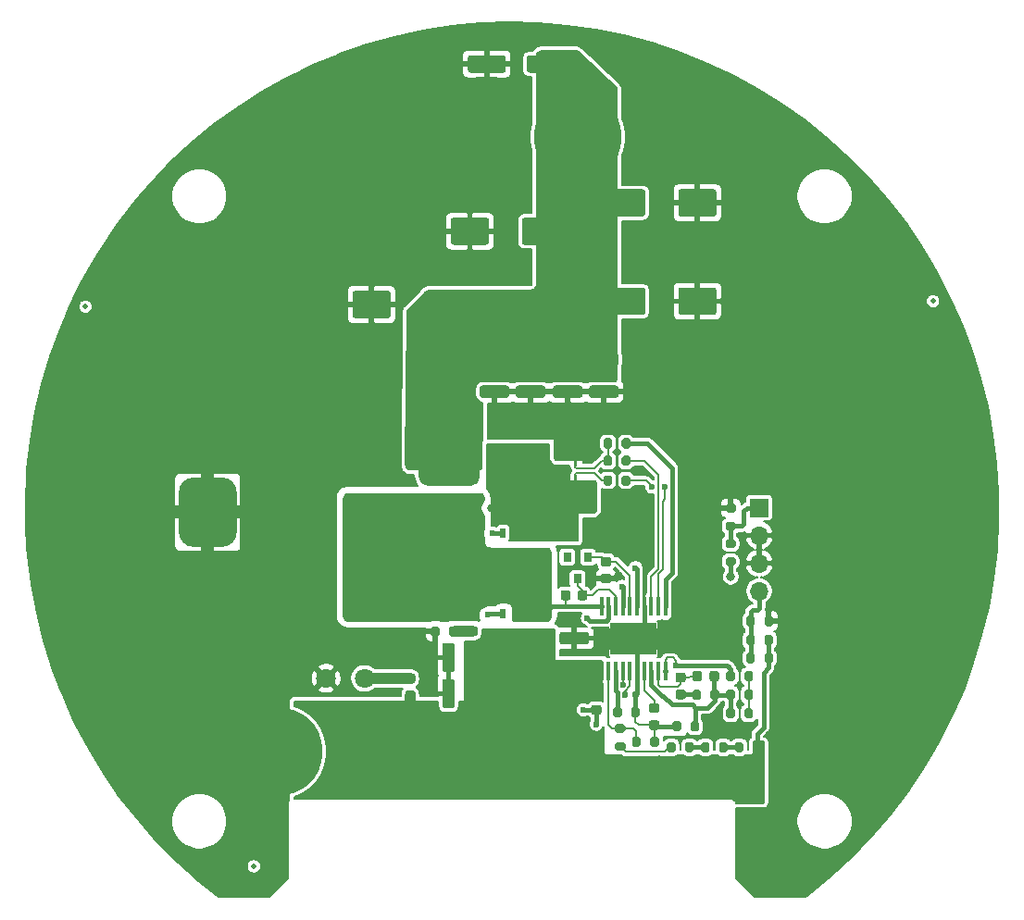
<source format=gbr>
%TF.GenerationSoftware,KiCad,Pcbnew,(5.1.7)-1*%
%TF.CreationDate,2021-06-07T18:47:12+03:00*%
%TF.ProjectId,SynchronousBuck,53796e63-6872-46f6-9e6f-75734275636b,rev?*%
%TF.SameCoordinates,Original*%
%TF.FileFunction,Copper,L1,Top*%
%TF.FilePolarity,Positive*%
%FSLAX46Y46*%
G04 Gerber Fmt 4.6, Leading zero omitted, Abs format (unit mm)*
G04 Created by KiCad (PCBNEW (5.1.7)-1) date 2021-06-07 18:47:12*
%MOMM*%
%LPD*%
G01*
G04 APERTURE LIST*
%TA.AperFunction,ComponentPad*%
%ADD10C,1.800000*%
%TD*%
%TA.AperFunction,SMDPad,CuDef*%
%ADD11R,4.200000X3.000000*%
%TD*%
%TA.AperFunction,SMDPad,CuDef*%
%ADD12R,0.420000X1.780000*%
%TD*%
%TA.AperFunction,ComponentPad*%
%ADD13C,8.000000*%
%TD*%
%TA.AperFunction,SMDPad,CuDef*%
%ADD14C,0.500000*%
%TD*%
%TA.AperFunction,ComponentPad*%
%ADD15O,1.700000X1.700000*%
%TD*%
%TA.AperFunction,ComponentPad*%
%ADD16R,1.700000X1.700000*%
%TD*%
%TA.AperFunction,SMDPad,CuDef*%
%ADD17R,4.410000X4.550000*%
%TD*%
%TA.AperFunction,SMDPad,CuDef*%
%ADD18R,0.500000X0.850000*%
%TD*%
%TA.AperFunction,SMDPad,CuDef*%
%ADD19R,0.800000X0.900000*%
%TD*%
%TA.AperFunction,ViaPad*%
%ADD20C,0.800000*%
%TD*%
%TA.AperFunction,ViaPad*%
%ADD21C,0.600000*%
%TD*%
%TA.AperFunction,Conductor*%
%ADD22C,0.400000*%
%TD*%
%TA.AperFunction,Conductor*%
%ADD23C,0.200000*%
%TD*%
%TA.AperFunction,Conductor*%
%ADD24C,1.000000*%
%TD*%
%TA.AperFunction,Conductor*%
%ADD25C,0.160000*%
%TD*%
%TA.AperFunction,Conductor*%
%ADD26C,0.100000*%
%TD*%
%TA.AperFunction,Conductor*%
%ADD27C,0.254000*%
%TD*%
G04 APERTURE END LIST*
%TO.P,C114,2*%
%TO.N,GND*%
%TA.AperFunction,SMDPad,CuDef*%
G36*
G01*
X97900000Y-73600000D02*
X97900000Y-75600000D01*
G75*
G02*
X97650000Y-75850000I-250000J0D01*
G01*
X94650000Y-75850000D01*
G75*
G02*
X94400000Y-75600000I0J250000D01*
G01*
X94400000Y-73600000D01*
G75*
G02*
X94650000Y-73350000I250000J0D01*
G01*
X97650000Y-73350000D01*
G75*
G02*
X97900000Y-73600000I0J-250000D01*
G01*
G37*
%TD.AperFunction*%
%TO.P,C114,1*%
%TO.N,/VOUT*%
%TA.AperFunction,SMDPad,CuDef*%
G36*
G01*
X104400000Y-73600000D02*
X104400000Y-75600000D01*
G75*
G02*
X104150000Y-75850000I-250000J0D01*
G01*
X101150000Y-75850000D01*
G75*
G02*
X100900000Y-75600000I0J250000D01*
G01*
X100900000Y-73600000D01*
G75*
G02*
X101150000Y-73350000I250000J0D01*
G01*
X104150000Y-73350000D01*
G75*
G02*
X104400000Y-73600000I0J-250000D01*
G01*
G37*
%TD.AperFunction*%
%TD*%
%TO.P,C113,2*%
%TO.N,GND*%
%TA.AperFunction,SMDPad,CuDef*%
G36*
G01*
X115200000Y-82000000D02*
X115200000Y-80000000D01*
G75*
G02*
X115450000Y-79750000I250000J0D01*
G01*
X118450000Y-79750000D01*
G75*
G02*
X118700000Y-80000000I0J-250000D01*
G01*
X118700000Y-82000000D01*
G75*
G02*
X118450000Y-82250000I-250000J0D01*
G01*
X115450000Y-82250000D01*
G75*
G02*
X115200000Y-82000000I0J250000D01*
G01*
G37*
%TD.AperFunction*%
%TO.P,C113,1*%
%TO.N,/VOUT*%
%TA.AperFunction,SMDPad,CuDef*%
G36*
G01*
X108700000Y-82000000D02*
X108700000Y-80000000D01*
G75*
G02*
X108950000Y-79750000I250000J0D01*
G01*
X111950000Y-79750000D01*
G75*
G02*
X112200000Y-80000000I0J-250000D01*
G01*
X112200000Y-82000000D01*
G75*
G02*
X111950000Y-82250000I-250000J0D01*
G01*
X108950000Y-82250000D01*
G75*
G02*
X108700000Y-82000000I0J250000D01*
G01*
G37*
%TD.AperFunction*%
%TD*%
%TO.P,C118,2*%
%TO.N,GND*%
%TA.AperFunction,SMDPad,CuDef*%
G36*
G01*
X88900000Y-80300000D02*
X88900000Y-82300000D01*
G75*
G02*
X88650000Y-82550000I-250000J0D01*
G01*
X85650000Y-82550000D01*
G75*
G02*
X85400000Y-82300000I0J250000D01*
G01*
X85400000Y-80300000D01*
G75*
G02*
X85650000Y-80050000I250000J0D01*
G01*
X88650000Y-80050000D01*
G75*
G02*
X88900000Y-80300000I0J-250000D01*
G01*
G37*
%TD.AperFunction*%
%TO.P,C118,1*%
%TO.N,/VOUT*%
%TA.AperFunction,SMDPad,CuDef*%
G36*
G01*
X95400000Y-80300000D02*
X95400000Y-82300000D01*
G75*
G02*
X95150000Y-82550000I-250000J0D01*
G01*
X92150000Y-82550000D01*
G75*
G02*
X91900000Y-82300000I0J250000D01*
G01*
X91900000Y-80300000D01*
G75*
G02*
X92150000Y-80050000I250000J0D01*
G01*
X95150000Y-80050000D01*
G75*
G02*
X95400000Y-80300000I0J-250000D01*
G01*
G37*
%TD.AperFunction*%
%TD*%
%TO.P,C112,2*%
%TO.N,GND*%
%TA.AperFunction,SMDPad,CuDef*%
G36*
G01*
X115200000Y-73000000D02*
X115200000Y-71000000D01*
G75*
G02*
X115450000Y-70750000I250000J0D01*
G01*
X118450000Y-70750000D01*
G75*
G02*
X118700000Y-71000000I0J-250000D01*
G01*
X118700000Y-73000000D01*
G75*
G02*
X118450000Y-73250000I-250000J0D01*
G01*
X115450000Y-73250000D01*
G75*
G02*
X115200000Y-73000000I0J250000D01*
G01*
G37*
%TD.AperFunction*%
%TO.P,C112,1*%
%TO.N,/VOUT*%
%TA.AperFunction,SMDPad,CuDef*%
G36*
G01*
X108700000Y-73000000D02*
X108700000Y-71000000D01*
G75*
G02*
X108950000Y-70750000I250000J0D01*
G01*
X111950000Y-70750000D01*
G75*
G02*
X112200000Y-71000000I0J-250000D01*
G01*
X112200000Y-73000000D01*
G75*
G02*
X111950000Y-73250000I-250000J0D01*
G01*
X108950000Y-73250000D01*
G75*
G02*
X108700000Y-73000000I0J250000D01*
G01*
G37*
%TD.AperFunction*%
%TD*%
%TO.P,C110,2*%
%TO.N,GND*%
%TA.AperFunction,SMDPad,CuDef*%
G36*
G01*
X99450000Y-58750000D02*
X99450000Y-59850000D01*
G75*
G02*
X99200000Y-60100000I-250000J0D01*
G01*
X96200000Y-60100000D01*
G75*
G02*
X95950000Y-59850000I0J250000D01*
G01*
X95950000Y-58750000D01*
G75*
G02*
X96200000Y-58500000I250000J0D01*
G01*
X99200000Y-58500000D01*
G75*
G02*
X99450000Y-58750000I0J-250000D01*
G01*
G37*
%TD.AperFunction*%
%TO.P,C110,1*%
%TO.N,/VOUT*%
%TA.AperFunction,SMDPad,CuDef*%
G36*
G01*
X104850000Y-58750000D02*
X104850000Y-59850000D01*
G75*
G02*
X104600000Y-60100000I-250000J0D01*
G01*
X101600000Y-60100000D01*
G75*
G02*
X101350000Y-59850000I0J250000D01*
G01*
X101350000Y-58750000D01*
G75*
G02*
X101600000Y-58500000I250000J0D01*
G01*
X104600000Y-58500000D01*
G75*
G02*
X104850000Y-58750000I0J-250000D01*
G01*
G37*
%TD.AperFunction*%
%TD*%
D10*
%TO.P,J104,2*%
%TO.N,GND*%
X83000000Y-115500000D03*
%TO.P,J104,1*%
%TO.N,Net-(C119-Pad2)*%
X86500000Y-115500000D03*
%TD*%
%TO.P,R123,2*%
%TO.N,Net-(J102-Pad1)*%
%TA.AperFunction,SMDPad,CuDef*%
G36*
G01*
X120275000Y-103575000D02*
X119725000Y-103575000D01*
G75*
G02*
X119525000Y-103375000I0J200000D01*
G01*
X119525000Y-102975000D01*
G75*
G02*
X119725000Y-102775000I200000J0D01*
G01*
X120275000Y-102775000D01*
G75*
G02*
X120475000Y-102975000I0J-200000D01*
G01*
X120475000Y-103375000D01*
G75*
G02*
X120275000Y-103575000I-200000J0D01*
G01*
G37*
%TD.AperFunction*%
%TO.P,R123,1*%
%TO.N,/VOUT*%
%TA.AperFunction,SMDPad,CuDef*%
G36*
G01*
X120275000Y-105225000D02*
X119725000Y-105225000D01*
G75*
G02*
X119525000Y-105025000I0J200000D01*
G01*
X119525000Y-104625000D01*
G75*
G02*
X119725000Y-104425000I200000J0D01*
G01*
X120275000Y-104425000D01*
G75*
G02*
X120475000Y-104625000I0J-200000D01*
G01*
X120475000Y-105025000D01*
G75*
G02*
X120275000Y-105225000I-200000J0D01*
G01*
G37*
%TD.AperFunction*%
%TD*%
%TO.P,C121,2*%
%TO.N,VCC*%
%TA.AperFunction,SMDPad,CuDef*%
G36*
G01*
X104599999Y-114200000D02*
X106800001Y-114200000D01*
G75*
G02*
X107050000Y-114449999I0J-249999D01*
G01*
X107050000Y-115100001D01*
G75*
G02*
X106800001Y-115350000I-249999J0D01*
G01*
X104599999Y-115350000D01*
G75*
G02*
X104350000Y-115100001I0J249999D01*
G01*
X104350000Y-114449999D01*
G75*
G02*
X104599999Y-114200000I249999J0D01*
G01*
G37*
%TD.AperFunction*%
%TO.P,C121,1*%
%TO.N,GND*%
%TA.AperFunction,SMDPad,CuDef*%
G36*
G01*
X104599999Y-111250000D02*
X106800001Y-111250000D01*
G75*
G02*
X107050000Y-111499999I0J-249999D01*
G01*
X107050000Y-112150001D01*
G75*
G02*
X106800001Y-112400000I-249999J0D01*
G01*
X104599999Y-112400000D01*
G75*
G02*
X104350000Y-112150001I0J249999D01*
G01*
X104350000Y-111499999D01*
G75*
G02*
X104599999Y-111250000I249999J0D01*
G01*
G37*
%TD.AperFunction*%
%TD*%
%TO.P,C120,2*%
%TO.N,VCC*%
%TA.AperFunction,SMDPad,CuDef*%
G36*
G01*
X96575000Y-118000001D02*
X96575000Y-115799999D01*
G75*
G02*
X96824999Y-115550000I249999J0D01*
G01*
X97475001Y-115550000D01*
G75*
G02*
X97725000Y-115799999I0J-249999D01*
G01*
X97725000Y-118000001D01*
G75*
G02*
X97475001Y-118250000I-249999J0D01*
G01*
X96824999Y-118250000D01*
G75*
G02*
X96575000Y-118000001I0J249999D01*
G01*
G37*
%TD.AperFunction*%
%TO.P,C120,1*%
%TO.N,GND*%
%TA.AperFunction,SMDPad,CuDef*%
G36*
G01*
X93625000Y-118000001D02*
X93625000Y-115799999D01*
G75*
G02*
X93874999Y-115550000I249999J0D01*
G01*
X94525001Y-115550000D01*
G75*
G02*
X94775000Y-115799999I0J-249999D01*
G01*
X94775000Y-118000001D01*
G75*
G02*
X94525001Y-118250000I-249999J0D01*
G01*
X93874999Y-118250000D01*
G75*
G02*
X93625000Y-118000001I0J249999D01*
G01*
G37*
%TD.AperFunction*%
%TD*%
%TO.P,C119,2*%
%TO.N,Net-(C119-Pad2)*%
%TA.AperFunction,SMDPad,CuDef*%
G36*
G01*
X90950000Y-115975000D02*
X90450000Y-115975000D01*
G75*
G02*
X90225000Y-115750000I0J225000D01*
G01*
X90225000Y-115300000D01*
G75*
G02*
X90450000Y-115075000I225000J0D01*
G01*
X90950000Y-115075000D01*
G75*
G02*
X91175000Y-115300000I0J-225000D01*
G01*
X91175000Y-115750000D01*
G75*
G02*
X90950000Y-115975000I-225000J0D01*
G01*
G37*
%TD.AperFunction*%
%TO.P,C119,1*%
%TO.N,VCC*%
%TA.AperFunction,SMDPad,CuDef*%
G36*
G01*
X90950000Y-117525000D02*
X90450000Y-117525000D01*
G75*
G02*
X90225000Y-117300000I0J225000D01*
G01*
X90225000Y-116850000D01*
G75*
G02*
X90450000Y-116625000I225000J0D01*
G01*
X90950000Y-116625000D01*
G75*
G02*
X91175000Y-116850000I0J-225000D01*
G01*
X91175000Y-117300000D01*
G75*
G02*
X90950000Y-117525000I-225000J0D01*
G01*
G37*
%TD.AperFunction*%
%TD*%
%TO.P,C115,2*%
%TO.N,GND*%
%TA.AperFunction,SMDPad,CuDef*%
G36*
G01*
X103999999Y-88700000D02*
X106200001Y-88700000D01*
G75*
G02*
X106450000Y-88949999I0J-249999D01*
G01*
X106450000Y-89600001D01*
G75*
G02*
X106200001Y-89850000I-249999J0D01*
G01*
X103999999Y-89850000D01*
G75*
G02*
X103750000Y-89600001I0J249999D01*
G01*
X103750000Y-88949999D01*
G75*
G02*
X103999999Y-88700000I249999J0D01*
G01*
G37*
%TD.AperFunction*%
%TO.P,C115,1*%
%TO.N,/VOUT*%
%TA.AperFunction,SMDPad,CuDef*%
G36*
G01*
X103999550Y-85750000D02*
X106200450Y-85750000D01*
G75*
G02*
X106450000Y-85999550I0J-249550D01*
G01*
X106450000Y-86650450D01*
G75*
G02*
X106200450Y-86900000I-249550J0D01*
G01*
X103999550Y-86900000D01*
G75*
G02*
X103750000Y-86650450I0J249550D01*
G01*
X103750000Y-85999550D01*
G75*
G02*
X103999550Y-85750000I249550J0D01*
G01*
G37*
%TD.AperFunction*%
%TD*%
%TO.P,L101,1*%
%TO.N,/SW*%
%TA.AperFunction,SMDPad,CuDef*%
G36*
G01*
X96260500Y-108040000D02*
X92259500Y-108040000D01*
G75*
G02*
X91460000Y-107240500I0J799500D01*
G01*
X91460000Y-103509500D01*
G75*
G02*
X92259500Y-102710000I799500J0D01*
G01*
X96260500Y-102710000D01*
G75*
G02*
X97060000Y-103509500I0J-799500D01*
G01*
X97060000Y-107240500D01*
G75*
G02*
X96260500Y-108040000I-799500J0D01*
G01*
G37*
%TD.AperFunction*%
%TO.P,L101,2*%
%TO.N,/VOUT*%
%TA.AperFunction,SMDPad,CuDef*%
G36*
G01*
X96255500Y-97890000D02*
X92264500Y-97890000D01*
G75*
G02*
X91465000Y-97090500I0J799500D01*
G01*
X91465000Y-93359500D01*
G75*
G02*
X92264500Y-92560000I799500J0D01*
G01*
X96255500Y-92560000D01*
G75*
G02*
X97055000Y-93359500I0J-799500D01*
G01*
X97055000Y-97090500D01*
G75*
G02*
X96255500Y-97890000I-799500J0D01*
G01*
G37*
%TD.AperFunction*%
%TO.P,L101,3*%
%TO.N,GND*%
%TA.AperFunction,SMDPad,CuDef*%
G36*
G01*
X73500000Y-103475000D02*
X70860000Y-103475000D01*
G75*
G02*
X69540000Y-102155000I0J1320000D01*
G01*
X69540000Y-98445000D01*
G75*
G02*
X70860000Y-97125000I1320000J0D01*
G01*
X73500000Y-97125000D01*
G75*
G02*
X74820000Y-98445000I0J-1320000D01*
G01*
X74820000Y-102155000D01*
G75*
G02*
X73500000Y-103475000I-1320000J0D01*
G01*
G37*
%TD.AperFunction*%
%TD*%
D11*
%TO.P,U101,21*%
%TO.N,GND*%
X111100000Y-111900000D03*
D12*
%TO.P,U101,20*%
%TO.N,/SW*%
X108175000Y-108930000D03*
%TO.P,U101,19*%
%TO.N,/HO*%
X108825000Y-108930000D03*
%TO.P,U101,18*%
%TO.N,Net-(C105-Pad1)*%
X109475000Y-108930000D03*
%TO.P,U101,17*%
%TO.N,/VOUT*%
X110125000Y-108930000D03*
%TO.P,U101,16*%
%TO.N,Net-(C107-Pad2)*%
X110775000Y-108930000D03*
%TO.P,U101,15*%
%TO.N,/LO*%
X111425000Y-108930000D03*
%TO.P,U101,14*%
%TO.N,GND*%
X112075000Y-108930000D03*
%TO.P,U101,13*%
%TO.N,Net-(R113-Pad2)*%
X112725000Y-108930000D03*
%TO.P,U101,12*%
%TO.N,Net-(R112-Pad2)*%
X113375000Y-108930000D03*
%TO.P,U101,11*%
%TO.N,Net-(R114-Pad2)*%
X114025000Y-108930000D03*
%TO.P,U101,10*%
%TO.N,/VOUT*%
X114025000Y-114870000D03*
%TO.P,U101,9*%
%TO.N,Net-(C104-Pad2)*%
X113375000Y-114870000D03*
%TO.P,U101,8*%
%TO.N,Net-(C106-Pad1)*%
X112725000Y-114870000D03*
%TO.P,U101,7*%
%TO.N,Net-(C103-Pad1)*%
X112075000Y-114870000D03*
%TO.P,U101,6*%
%TO.N,GND*%
X111425000Y-114870000D03*
%TO.P,U101,5*%
%TO.N,Net-(C102-Pad1)*%
X110775000Y-114870000D03*
%TO.P,U101,4*%
%TO.N,VCC*%
X110125000Y-114870000D03*
%TO.P,U101,3*%
%TO.N,Net-(R103-Pad1)*%
X109475000Y-114870000D03*
%TO.P,U101,2*%
%TO.N,Net-(R102-Pad2)*%
X108825000Y-114870000D03*
%TO.P,U101,1*%
%TO.N,VCC*%
X108175000Y-114870000D03*
%TD*%
%TO.P,C117,2*%
%TO.N,/VOUT*%
%TA.AperFunction,SMDPad,CuDef*%
G36*
G01*
X109500001Y-86900000D02*
X107299999Y-86900000D01*
G75*
G02*
X107050000Y-86650001I0J249999D01*
G01*
X107050000Y-85999999D01*
G75*
G02*
X107299999Y-85750000I249999J0D01*
G01*
X109500001Y-85750000D01*
G75*
G02*
X109750000Y-85999999I0J-249999D01*
G01*
X109750000Y-86650001D01*
G75*
G02*
X109500001Y-86900000I-249999J0D01*
G01*
G37*
%TD.AperFunction*%
%TO.P,C117,1*%
%TO.N,GND*%
%TA.AperFunction,SMDPad,CuDef*%
G36*
G01*
X109500001Y-89850000D02*
X107299999Y-89850000D01*
G75*
G02*
X107050000Y-89600001I0J249999D01*
G01*
X107050000Y-88949999D01*
G75*
G02*
X107299999Y-88700000I249999J0D01*
G01*
X109500001Y-88700000D01*
G75*
G02*
X109750000Y-88949999I0J-249999D01*
G01*
X109750000Y-89600001D01*
G75*
G02*
X109500001Y-89850000I-249999J0D01*
G01*
G37*
%TD.AperFunction*%
%TD*%
%TO.P,C116,2*%
%TO.N,/VOUT*%
%TA.AperFunction,SMDPad,CuDef*%
G36*
G01*
X99500001Y-86900000D02*
X97299999Y-86900000D01*
G75*
G02*
X97050000Y-86650001I0J249999D01*
G01*
X97050000Y-85999999D01*
G75*
G02*
X97299999Y-85750000I249999J0D01*
G01*
X99500001Y-85750000D01*
G75*
G02*
X99750000Y-85999999I0J-249999D01*
G01*
X99750000Y-86650001D01*
G75*
G02*
X99500001Y-86900000I-249999J0D01*
G01*
G37*
%TD.AperFunction*%
%TO.P,C116,1*%
%TO.N,GND*%
%TA.AperFunction,SMDPad,CuDef*%
G36*
G01*
X99500001Y-89850000D02*
X97299999Y-89850000D01*
G75*
G02*
X97050000Y-89600001I0J249999D01*
G01*
X97050000Y-88949999D01*
G75*
G02*
X97299999Y-88700000I249999J0D01*
G01*
X99500001Y-88700000D01*
G75*
G02*
X99750000Y-88949999I0J-249999D01*
G01*
X99750000Y-89600001D01*
G75*
G02*
X99500001Y-89850000I-249999J0D01*
G01*
G37*
%TD.AperFunction*%
%TD*%
D13*
%TO.P,J103,2*%
%TO.N,GND*%
X94000000Y-66000000D03*
%TO.P,J103,1*%
%TO.N,/VOUT*%
X106000000Y-66000000D03*
%TD*%
%TO.P,J101,2*%
%TO.N,VCC*%
X90700000Y-122200000D03*
%TO.P,J101,1*%
%TO.N,GND*%
X78700000Y-122200000D03*
%TD*%
D14*
%TO.P,FID103,*%
%TO.N,*%
X61000000Y-81500000D03*
%TD*%
%TO.P,FID102,*%
%TO.N,*%
X138500000Y-81000000D03*
%TD*%
%TO.P,FID101,*%
%TO.N,*%
X76400000Y-132700000D03*
%TD*%
%TO.P,R121,2*%
%TO.N,GND*%
%TA.AperFunction,SMDPad,CuDef*%
G36*
G01*
X120275000Y-100325000D02*
X119725000Y-100325000D01*
G75*
G02*
X119525000Y-100125000I0J200000D01*
G01*
X119525000Y-99725000D01*
G75*
G02*
X119725000Y-99525000I200000J0D01*
G01*
X120275000Y-99525000D01*
G75*
G02*
X120475000Y-99725000I0J-200000D01*
G01*
X120475000Y-100125000D01*
G75*
G02*
X120275000Y-100325000I-200000J0D01*
G01*
G37*
%TD.AperFunction*%
%TO.P,R121,1*%
%TO.N,Net-(J102-Pad1)*%
%TA.AperFunction,SMDPad,CuDef*%
G36*
G01*
X120275000Y-101975000D02*
X119725000Y-101975000D01*
G75*
G02*
X119525000Y-101775000I0J200000D01*
G01*
X119525000Y-101375000D01*
G75*
G02*
X119725000Y-101175000I200000J0D01*
G01*
X120275000Y-101175000D01*
G75*
G02*
X120475000Y-101375000I0J-200000D01*
G01*
X120475000Y-101775000D01*
G75*
G02*
X120275000Y-101975000I-200000J0D01*
G01*
G37*
%TD.AperFunction*%
%TD*%
%TO.P,R119,2*%
%TO.N,Net-(J102-Pad4)*%
%TA.AperFunction,SMDPad,CuDef*%
G36*
G01*
X122225000Y-111725000D02*
X122225000Y-112275000D01*
G75*
G02*
X122025000Y-112475000I-200000J0D01*
G01*
X121625000Y-112475000D01*
G75*
G02*
X121425000Y-112275000I0J200000D01*
G01*
X121425000Y-111725000D01*
G75*
G02*
X121625000Y-111525000I200000J0D01*
G01*
X122025000Y-111525000D01*
G75*
G02*
X122225000Y-111725000I0J-200000D01*
G01*
G37*
%TD.AperFunction*%
%TO.P,R119,1*%
%TO.N,VCC*%
%TA.AperFunction,SMDPad,CuDef*%
G36*
G01*
X123875000Y-111725000D02*
X123875000Y-112275000D01*
G75*
G02*
X123675000Y-112475000I-200000J0D01*
G01*
X123275000Y-112475000D01*
G75*
G02*
X123075000Y-112275000I0J200000D01*
G01*
X123075000Y-111725000D01*
G75*
G02*
X123275000Y-111525000I200000J0D01*
G01*
X123675000Y-111525000D01*
G75*
G02*
X123875000Y-111725000I0J-200000D01*
G01*
G37*
%TD.AperFunction*%
%TD*%
%TO.P,R118,2*%
%TO.N,GND*%
%TA.AperFunction,SMDPad,CuDef*%
G36*
G01*
X123075000Y-110525000D02*
X123075000Y-109975000D01*
G75*
G02*
X123275000Y-109775000I200000J0D01*
G01*
X123675000Y-109775000D01*
G75*
G02*
X123875000Y-109975000I0J-200000D01*
G01*
X123875000Y-110525000D01*
G75*
G02*
X123675000Y-110725000I-200000J0D01*
G01*
X123275000Y-110725000D01*
G75*
G02*
X123075000Y-110525000I0J200000D01*
G01*
G37*
%TD.AperFunction*%
%TO.P,R118,1*%
%TO.N,Net-(J102-Pad4)*%
%TA.AperFunction,SMDPad,CuDef*%
G36*
G01*
X121425000Y-110525000D02*
X121425000Y-109975000D01*
G75*
G02*
X121625000Y-109775000I200000J0D01*
G01*
X122025000Y-109775000D01*
G75*
G02*
X122225000Y-109975000I0J-200000D01*
G01*
X122225000Y-110525000D01*
G75*
G02*
X122025000Y-110725000I-200000J0D01*
G01*
X121625000Y-110725000D01*
G75*
G02*
X121425000Y-110525000I0J200000D01*
G01*
G37*
%TD.AperFunction*%
%TD*%
%TO.P,R117,2*%
%TO.N,Net-(J102-Pad4)*%
%TA.AperFunction,SMDPad,CuDef*%
G36*
G01*
X122225000Y-113375000D02*
X122225000Y-113925000D01*
G75*
G02*
X122025000Y-114125000I-200000J0D01*
G01*
X121625000Y-114125000D01*
G75*
G02*
X121425000Y-113925000I0J200000D01*
G01*
X121425000Y-113375000D01*
G75*
G02*
X121625000Y-113175000I200000J0D01*
G01*
X122025000Y-113175000D01*
G75*
G02*
X122225000Y-113375000I0J-200000D01*
G01*
G37*
%TD.AperFunction*%
%TO.P,R117,1*%
%TO.N,VCC*%
%TA.AperFunction,SMDPad,CuDef*%
G36*
G01*
X123875000Y-113375000D02*
X123875000Y-113925000D01*
G75*
G02*
X123675000Y-114125000I-200000J0D01*
G01*
X123275000Y-114125000D01*
G75*
G02*
X123075000Y-113925000I0J200000D01*
G01*
X123075000Y-113375000D01*
G75*
G02*
X123275000Y-113175000I200000J0D01*
G01*
X123675000Y-113175000D01*
G75*
G02*
X123875000Y-113375000I0J-200000D01*
G01*
G37*
%TD.AperFunction*%
%TD*%
D15*
%TO.P,J102,4*%
%TO.N,Net-(J102-Pad4)*%
X122600000Y-107520000D03*
%TO.P,J102,3*%
%TO.N,GND*%
X122600000Y-104980000D03*
%TO.P,J102,2*%
X122600000Y-102440000D03*
D16*
%TO.P,J102,1*%
%TO.N,Net-(J102-Pad1)*%
X122600000Y-99900000D03*
%TD*%
%TO.P,R105,1*%
%TO.N,Net-(Q102-Pad1)*%
%TA.AperFunction,SMDPad,CuDef*%
G36*
G01*
X107490000Y-100450000D02*
X104110000Y-100450000D01*
G75*
G02*
X103800000Y-100140000I0J310000D01*
G01*
X103800000Y-97660000D01*
G75*
G02*
X104110000Y-97350000I310000J0D01*
G01*
X107490000Y-97350000D01*
G75*
G02*
X107800000Y-97660000I0J-310000D01*
G01*
X107800000Y-100140000D01*
G75*
G02*
X107490000Y-100450000I-310000J0D01*
G01*
G37*
%TD.AperFunction*%
%TO.P,R105,4*%
%TO.N,GND*%
%TA.AperFunction,SMDPad,CuDef*%
G36*
G01*
X107490000Y-95650000D02*
X104110000Y-95650000D01*
G75*
G02*
X103800000Y-95340000I0J310000D01*
G01*
X103800000Y-92860000D01*
G75*
G02*
X104110000Y-92550000I310000J0D01*
G01*
X107490000Y-92550000D01*
G75*
G02*
X107800000Y-92860000I0J-310000D01*
G01*
X107800000Y-95340000D01*
G75*
G02*
X107490000Y-95650000I-310000J0D01*
G01*
G37*
%TD.AperFunction*%
%TO.P,R105,3*%
%TO.N,Net-(R105-Pad3)*%
%TA.AperFunction,SMDPad,CuDef*%
G36*
G01*
X105920000Y-96100000D02*
X105680000Y-96100000D01*
G75*
G02*
X105650000Y-96070000I0J30000D01*
G01*
X105650000Y-95530000D01*
G75*
G02*
X105680000Y-95500000I30000J0D01*
G01*
X105920000Y-95500000D01*
G75*
G02*
X105950000Y-95530000I0J-30000D01*
G01*
X105950000Y-96070000D01*
G75*
G02*
X105920000Y-96100000I-30000J0D01*
G01*
G37*
%TD.AperFunction*%
%TO.P,R105,2*%
%TO.N,Net-(R105-Pad2)*%
%TA.AperFunction,SMDPad,CuDef*%
G36*
G01*
X105920000Y-97500000D02*
X105680000Y-97500000D01*
G75*
G02*
X105650000Y-97470000I0J30000D01*
G01*
X105650000Y-96930000D01*
G75*
G02*
X105680000Y-96900000I30000J0D01*
G01*
X105920000Y-96900000D01*
G75*
G02*
X105950000Y-96930000I0J-30000D01*
G01*
X105950000Y-97470000D01*
G75*
G02*
X105920000Y-97500000I-30000J0D01*
G01*
G37*
%TD.AperFunction*%
%TD*%
%TO.P,C102,2*%
%TO.N,GND*%
%TA.AperFunction,SMDPad,CuDef*%
G36*
G01*
X111000000Y-117170000D02*
X111000000Y-116830000D01*
G75*
G02*
X111140000Y-116690000I140000J0D01*
G01*
X111420000Y-116690000D01*
G75*
G02*
X111560000Y-116830000I0J-140000D01*
G01*
X111560000Y-117170000D01*
G75*
G02*
X111420000Y-117310000I-140000J0D01*
G01*
X111140000Y-117310000D01*
G75*
G02*
X111000000Y-117170000I0J140000D01*
G01*
G37*
%TD.AperFunction*%
%TO.P,C102,1*%
%TO.N,Net-(C102-Pad1)*%
%TA.AperFunction,SMDPad,CuDef*%
G36*
G01*
X110040000Y-117170000D02*
X110040000Y-116830000D01*
G75*
G02*
X110180000Y-116690000I140000J0D01*
G01*
X110460000Y-116690000D01*
G75*
G02*
X110600000Y-116830000I0J-140000D01*
G01*
X110600000Y-117170000D01*
G75*
G02*
X110460000Y-117310000I-140000J0D01*
G01*
X110180000Y-117310000D01*
G75*
G02*
X110040000Y-117170000I0J140000D01*
G01*
G37*
%TD.AperFunction*%
%TD*%
%TO.P,C108,2*%
%TO.N,Net-(C108-Pad2)*%
%TA.AperFunction,SMDPad,CuDef*%
G36*
G01*
X96150000Y-110725000D02*
X96650000Y-110725000D01*
G75*
G02*
X96875000Y-110950000I0J-225000D01*
G01*
X96875000Y-111400000D01*
G75*
G02*
X96650000Y-111625000I-225000J0D01*
G01*
X96150000Y-111625000D01*
G75*
G02*
X95925000Y-111400000I0J225000D01*
G01*
X95925000Y-110950000D01*
G75*
G02*
X96150000Y-110725000I225000J0D01*
G01*
G37*
%TD.AperFunction*%
%TO.P,C108,1*%
%TO.N,/SW*%
%TA.AperFunction,SMDPad,CuDef*%
G36*
G01*
X96150000Y-109175000D02*
X96650000Y-109175000D01*
G75*
G02*
X96875000Y-109400000I0J-225000D01*
G01*
X96875000Y-109850000D01*
G75*
G02*
X96650000Y-110075000I-225000J0D01*
G01*
X96150000Y-110075000D01*
G75*
G02*
X95925000Y-109850000I0J225000D01*
G01*
X95925000Y-109400000D01*
G75*
G02*
X96150000Y-109175000I225000J0D01*
G01*
G37*
%TD.AperFunction*%
%TD*%
%TO.P,C107,2*%
%TO.N,Net-(C107-Pad2)*%
%TA.AperFunction,SMDPad,CuDef*%
G36*
G01*
X108850000Y-105275000D02*
X108350000Y-105275000D01*
G75*
G02*
X108125000Y-105050000I0J225000D01*
G01*
X108125000Y-104600000D01*
G75*
G02*
X108350000Y-104375000I225000J0D01*
G01*
X108850000Y-104375000D01*
G75*
G02*
X109075000Y-104600000I0J-225000D01*
G01*
X109075000Y-105050000D01*
G75*
G02*
X108850000Y-105275000I-225000J0D01*
G01*
G37*
%TD.AperFunction*%
%TO.P,C107,1*%
%TO.N,GND*%
%TA.AperFunction,SMDPad,CuDef*%
G36*
G01*
X108850000Y-106825000D02*
X108350000Y-106825000D01*
G75*
G02*
X108125000Y-106600000I0J225000D01*
G01*
X108125000Y-106150000D01*
G75*
G02*
X108350000Y-105925000I225000J0D01*
G01*
X108850000Y-105925000D01*
G75*
G02*
X109075000Y-106150000I0J-225000D01*
G01*
X109075000Y-106600000D01*
G75*
G02*
X108850000Y-106825000I-225000J0D01*
G01*
G37*
%TD.AperFunction*%
%TD*%
%TO.P,C106,2*%
%TO.N,Net-(C104-Pad2)*%
%TA.AperFunction,SMDPad,CuDef*%
G36*
G01*
X117400000Y-115050000D02*
X117400000Y-115550000D01*
G75*
G02*
X117175000Y-115775000I-225000J0D01*
G01*
X116725000Y-115775000D01*
G75*
G02*
X116500000Y-115550000I0J225000D01*
G01*
X116500000Y-115050000D01*
G75*
G02*
X116725000Y-114825000I225000J0D01*
G01*
X117175000Y-114825000D01*
G75*
G02*
X117400000Y-115050000I0J-225000D01*
G01*
G37*
%TD.AperFunction*%
%TO.P,C106,1*%
%TO.N,Net-(C106-Pad1)*%
%TA.AperFunction,SMDPad,CuDef*%
G36*
G01*
X118950000Y-115050000D02*
X118950000Y-115550000D01*
G75*
G02*
X118725000Y-115775000I-225000J0D01*
G01*
X118275000Y-115775000D01*
G75*
G02*
X118050000Y-115550000I0J225000D01*
G01*
X118050000Y-115050000D01*
G75*
G02*
X118275000Y-114825000I225000J0D01*
G01*
X118725000Y-114825000D01*
G75*
G02*
X118950000Y-115050000I0J-225000D01*
G01*
G37*
%TD.AperFunction*%
%TD*%
%TO.P,C105,2*%
%TO.N,/SW*%
%TA.AperFunction,SMDPad,CuDef*%
G36*
G01*
X105350000Y-107650000D02*
X105350000Y-108150000D01*
G75*
G02*
X105125000Y-108375000I-225000J0D01*
G01*
X104675000Y-108375000D01*
G75*
G02*
X104450000Y-108150000I0J225000D01*
G01*
X104450000Y-107650000D01*
G75*
G02*
X104675000Y-107425000I225000J0D01*
G01*
X105125000Y-107425000D01*
G75*
G02*
X105350000Y-107650000I0J-225000D01*
G01*
G37*
%TD.AperFunction*%
%TO.P,C105,1*%
%TO.N,Net-(C105-Pad1)*%
%TA.AperFunction,SMDPad,CuDef*%
G36*
G01*
X106900000Y-107650000D02*
X106900000Y-108150000D01*
G75*
G02*
X106675000Y-108375000I-225000J0D01*
G01*
X106225000Y-108375000D01*
G75*
G02*
X106000000Y-108150000I0J225000D01*
G01*
X106000000Y-107650000D01*
G75*
G02*
X106225000Y-107425000I225000J0D01*
G01*
X106675000Y-107425000D01*
G75*
G02*
X106900000Y-107650000I0J-225000D01*
G01*
G37*
%TD.AperFunction*%
%TD*%
%TO.P,C104,2*%
%TO.N,Net-(C104-Pad2)*%
%TA.AperFunction,SMDPad,CuDef*%
G36*
G01*
X115675000Y-115875000D02*
X115175000Y-115875000D01*
G75*
G02*
X114950000Y-115650000I0J225000D01*
G01*
X114950000Y-115200000D01*
G75*
G02*
X115175000Y-114975000I225000J0D01*
G01*
X115675000Y-114975000D01*
G75*
G02*
X115900000Y-115200000I0J-225000D01*
G01*
X115900000Y-115650000D01*
G75*
G02*
X115675000Y-115875000I-225000J0D01*
G01*
G37*
%TD.AperFunction*%
%TO.P,C104,1*%
%TO.N,Net-(C104-Pad1)*%
%TA.AperFunction,SMDPad,CuDef*%
G36*
G01*
X115675000Y-117425000D02*
X115175000Y-117425000D01*
G75*
G02*
X114950000Y-117200000I0J225000D01*
G01*
X114950000Y-116750000D01*
G75*
G02*
X115175000Y-116525000I225000J0D01*
G01*
X115675000Y-116525000D01*
G75*
G02*
X115900000Y-116750000I0J-225000D01*
G01*
X115900000Y-117200000D01*
G75*
G02*
X115675000Y-117425000I-225000J0D01*
G01*
G37*
%TD.AperFunction*%
%TD*%
%TO.P,C103,2*%
%TO.N,GND*%
%TA.AperFunction,SMDPad,CuDef*%
G36*
G01*
X112750000Y-119325000D02*
X113250000Y-119325000D01*
G75*
G02*
X113475000Y-119550000I0J-225000D01*
G01*
X113475000Y-120000000D01*
G75*
G02*
X113250000Y-120225000I-225000J0D01*
G01*
X112750000Y-120225000D01*
G75*
G02*
X112525000Y-120000000I0J225000D01*
G01*
X112525000Y-119550000D01*
G75*
G02*
X112750000Y-119325000I225000J0D01*
G01*
G37*
%TD.AperFunction*%
%TO.P,C103,1*%
%TO.N,Net-(C103-Pad1)*%
%TA.AperFunction,SMDPad,CuDef*%
G36*
G01*
X112750000Y-117775000D02*
X113250000Y-117775000D01*
G75*
G02*
X113475000Y-118000000I0J-225000D01*
G01*
X113475000Y-118450000D01*
G75*
G02*
X113250000Y-118675000I-225000J0D01*
G01*
X112750000Y-118675000D01*
G75*
G02*
X112525000Y-118450000I0J225000D01*
G01*
X112525000Y-118000000D01*
G75*
G02*
X112750000Y-117775000I225000J0D01*
G01*
G37*
%TD.AperFunction*%
%TD*%
%TO.P,R116,2*%
%TO.N,Net-(C106-Pad1)*%
%TA.AperFunction,SMDPad,CuDef*%
G36*
G01*
X120400000Y-116725000D02*
X120400000Y-117275000D01*
G75*
G02*
X120200000Y-117475000I-200000J0D01*
G01*
X119800000Y-117475000D01*
G75*
G02*
X119600000Y-117275000I0J200000D01*
G01*
X119600000Y-116725000D01*
G75*
G02*
X119800000Y-116525000I200000J0D01*
G01*
X120200000Y-116525000D01*
G75*
G02*
X120400000Y-116725000I0J-200000D01*
G01*
G37*
%TD.AperFunction*%
%TO.P,R116,1*%
%TO.N,Net-(R107-Pad2)*%
%TA.AperFunction,SMDPad,CuDef*%
G36*
G01*
X122050000Y-116725000D02*
X122050000Y-117275000D01*
G75*
G02*
X121850000Y-117475000I-200000J0D01*
G01*
X121450000Y-117475000D01*
G75*
G02*
X121250000Y-117275000I0J200000D01*
G01*
X121250000Y-116725000D01*
G75*
G02*
X121450000Y-116525000I200000J0D01*
G01*
X121850000Y-116525000D01*
G75*
G02*
X122050000Y-116725000I0J-200000D01*
G01*
G37*
%TD.AperFunction*%
%TD*%
%TO.P,R115,2*%
%TO.N,Net-(C106-Pad1)*%
%TA.AperFunction,SMDPad,CuDef*%
G36*
G01*
X120400000Y-118425000D02*
X120400000Y-118975000D01*
G75*
G02*
X120200000Y-119175000I-200000J0D01*
G01*
X119800000Y-119175000D01*
G75*
G02*
X119600000Y-118975000I0J200000D01*
G01*
X119600000Y-118425000D01*
G75*
G02*
X119800000Y-118225000I200000J0D01*
G01*
X120200000Y-118225000D01*
G75*
G02*
X120400000Y-118425000I0J-200000D01*
G01*
G37*
%TD.AperFunction*%
%TO.P,R115,1*%
%TO.N,Net-(R107-Pad2)*%
%TA.AperFunction,SMDPad,CuDef*%
G36*
G01*
X122050000Y-118425000D02*
X122050000Y-118975000D01*
G75*
G02*
X121850000Y-119175000I-200000J0D01*
G01*
X121450000Y-119175000D01*
G75*
G02*
X121250000Y-118975000I0J200000D01*
G01*
X121250000Y-118425000D01*
G75*
G02*
X121450000Y-118225000I200000J0D01*
G01*
X121850000Y-118225000D01*
G75*
G02*
X122050000Y-118425000I0J-200000D01*
G01*
G37*
%TD.AperFunction*%
%TD*%
%TO.P,R114,2*%
%TO.N,Net-(R114-Pad2)*%
%TA.AperFunction,SMDPad,CuDef*%
G36*
G01*
X110025000Y-94275000D02*
X110025000Y-93725000D01*
G75*
G02*
X110225000Y-93525000I200000J0D01*
G01*
X110625000Y-93525000D01*
G75*
G02*
X110825000Y-93725000I0J-200000D01*
G01*
X110825000Y-94275000D01*
G75*
G02*
X110625000Y-94475000I-200000J0D01*
G01*
X110225000Y-94475000D01*
G75*
G02*
X110025000Y-94275000I0J200000D01*
G01*
G37*
%TD.AperFunction*%
%TO.P,R114,1*%
%TO.N,Net-(R105-Pad3)*%
%TA.AperFunction,SMDPad,CuDef*%
G36*
G01*
X108375000Y-94275000D02*
X108375000Y-93725000D01*
G75*
G02*
X108575000Y-93525000I200000J0D01*
G01*
X108975000Y-93525000D01*
G75*
G02*
X109175000Y-93725000I0J-200000D01*
G01*
X109175000Y-94275000D01*
G75*
G02*
X108975000Y-94475000I-200000J0D01*
G01*
X108575000Y-94475000D01*
G75*
G02*
X108375000Y-94275000I0J200000D01*
G01*
G37*
%TD.AperFunction*%
%TD*%
%TO.P,R113,2*%
%TO.N,Net-(R113-Pad2)*%
%TA.AperFunction,SMDPad,CuDef*%
G36*
G01*
X110025000Y-95875000D02*
X110025000Y-95325000D01*
G75*
G02*
X110225000Y-95125000I200000J0D01*
G01*
X110625000Y-95125000D01*
G75*
G02*
X110825000Y-95325000I0J-200000D01*
G01*
X110825000Y-95875000D01*
G75*
G02*
X110625000Y-96075000I-200000J0D01*
G01*
X110225000Y-96075000D01*
G75*
G02*
X110025000Y-95875000I0J200000D01*
G01*
G37*
%TD.AperFunction*%
%TO.P,R113,1*%
%TO.N,Net-(R105-Pad3)*%
%TA.AperFunction,SMDPad,CuDef*%
G36*
G01*
X108375000Y-95875000D02*
X108375000Y-95325000D01*
G75*
G02*
X108575000Y-95125000I200000J0D01*
G01*
X108975000Y-95125000D01*
G75*
G02*
X109175000Y-95325000I0J-200000D01*
G01*
X109175000Y-95875000D01*
G75*
G02*
X108975000Y-96075000I-200000J0D01*
G01*
X108575000Y-96075000D01*
G75*
G02*
X108375000Y-95875000I0J200000D01*
G01*
G37*
%TD.AperFunction*%
%TD*%
%TO.P,R112,2*%
%TO.N,Net-(R112-Pad2)*%
%TA.AperFunction,SMDPad,CuDef*%
G36*
G01*
X110025000Y-97675000D02*
X110025000Y-97125000D01*
G75*
G02*
X110225000Y-96925000I200000J0D01*
G01*
X110625000Y-96925000D01*
G75*
G02*
X110825000Y-97125000I0J-200000D01*
G01*
X110825000Y-97675000D01*
G75*
G02*
X110625000Y-97875000I-200000J0D01*
G01*
X110225000Y-97875000D01*
G75*
G02*
X110025000Y-97675000I0J200000D01*
G01*
G37*
%TD.AperFunction*%
%TO.P,R112,1*%
%TO.N,Net-(R105-Pad2)*%
%TA.AperFunction,SMDPad,CuDef*%
G36*
G01*
X108375000Y-97675000D02*
X108375000Y-97125000D01*
G75*
G02*
X108575000Y-96925000I200000J0D01*
G01*
X108975000Y-96925000D01*
G75*
G02*
X109175000Y-97125000I0J-200000D01*
G01*
X109175000Y-97675000D01*
G75*
G02*
X108975000Y-97875000I-200000J0D01*
G01*
X108575000Y-97875000D01*
G75*
G02*
X108375000Y-97675000I0J200000D01*
G01*
G37*
%TD.AperFunction*%
%TD*%
%TO.P,R111,2*%
%TO.N,GND*%
%TA.AperFunction,SMDPad,CuDef*%
G36*
G01*
X112625000Y-121575000D02*
X112625000Y-121025000D01*
G75*
G02*
X112825000Y-120825000I200000J0D01*
G01*
X113225000Y-120825000D01*
G75*
G02*
X113425000Y-121025000I0J-200000D01*
G01*
X113425000Y-121575000D01*
G75*
G02*
X113225000Y-121775000I-200000J0D01*
G01*
X112825000Y-121775000D01*
G75*
G02*
X112625000Y-121575000I0J200000D01*
G01*
G37*
%TD.AperFunction*%
%TO.P,R111,1*%
%TO.N,Net-(R102-Pad2)*%
%TA.AperFunction,SMDPad,CuDef*%
G36*
G01*
X110975000Y-121575000D02*
X110975000Y-121025000D01*
G75*
G02*
X111175000Y-120825000I200000J0D01*
G01*
X111575000Y-120825000D01*
G75*
G02*
X111775000Y-121025000I0J-200000D01*
G01*
X111775000Y-121575000D01*
G75*
G02*
X111575000Y-121775000I-200000J0D01*
G01*
X111175000Y-121775000D01*
G75*
G02*
X110975000Y-121575000I0J200000D01*
G01*
G37*
%TD.AperFunction*%
%TD*%
%TO.P,R110,2*%
%TO.N,Net-(R102-Pad1)*%
%TA.AperFunction,SMDPad,CuDef*%
G36*
G01*
X114975000Y-121525000D02*
X114975000Y-122075000D01*
G75*
G02*
X114775000Y-122275000I-200000J0D01*
G01*
X114375000Y-122275000D01*
G75*
G02*
X114175000Y-122075000I0J200000D01*
G01*
X114175000Y-121525000D01*
G75*
G02*
X114375000Y-121325000I200000J0D01*
G01*
X114775000Y-121325000D01*
G75*
G02*
X114975000Y-121525000I0J-200000D01*
G01*
G37*
%TD.AperFunction*%
%TO.P,R110,1*%
%TO.N,Net-(R109-Pad2)*%
%TA.AperFunction,SMDPad,CuDef*%
G36*
G01*
X116625000Y-121525000D02*
X116625000Y-122075000D01*
G75*
G02*
X116425000Y-122275000I-200000J0D01*
G01*
X116025000Y-122275000D01*
G75*
G02*
X115825000Y-122075000I0J200000D01*
G01*
X115825000Y-121525000D01*
G75*
G02*
X116025000Y-121325000I200000J0D01*
G01*
X116425000Y-121325000D01*
G75*
G02*
X116625000Y-121525000I0J-200000D01*
G01*
G37*
%TD.AperFunction*%
%TD*%
%TO.P,R109,2*%
%TO.N,Net-(R109-Pad2)*%
%TA.AperFunction,SMDPad,CuDef*%
G36*
G01*
X118075000Y-121525000D02*
X118075000Y-122075000D01*
G75*
G02*
X117875000Y-122275000I-200000J0D01*
G01*
X117475000Y-122275000D01*
G75*
G02*
X117275000Y-122075000I0J200000D01*
G01*
X117275000Y-121525000D01*
G75*
G02*
X117475000Y-121325000I200000J0D01*
G01*
X117875000Y-121325000D01*
G75*
G02*
X118075000Y-121525000I0J-200000D01*
G01*
G37*
%TD.AperFunction*%
%TO.P,R109,1*%
%TO.N,Net-(R101-Pad2)*%
%TA.AperFunction,SMDPad,CuDef*%
G36*
G01*
X119725000Y-121525000D02*
X119725000Y-122075000D01*
G75*
G02*
X119525000Y-122275000I-200000J0D01*
G01*
X119125000Y-122275000D01*
G75*
G02*
X118925000Y-122075000I0J200000D01*
G01*
X118925000Y-121525000D01*
G75*
G02*
X119125000Y-121325000I200000J0D01*
G01*
X119525000Y-121325000D01*
G75*
G02*
X119725000Y-121525000I0J-200000D01*
G01*
G37*
%TD.AperFunction*%
%TD*%
D17*
%TO.P,Q102,5*%
%TO.N,/SW*%
X101100000Y-106150000D03*
D18*
%TO.P,Q102,4*%
%TO.N,/LO*%
X99195000Y-102200000D03*
%TO.P,Q102,3*%
%TO.N,Net-(Q102-Pad1)*%
X100465000Y-102200000D03*
%TO.P,Q102,2*%
X101735000Y-102200000D03*
%TO.P,Q102,1*%
X103005000Y-102200000D03*
%TD*%
%TO.P,R108,2*%
%TO.N,GND*%
%TA.AperFunction,SMDPad,CuDef*%
G36*
G01*
X115475000Y-119625000D02*
X115475000Y-120175000D01*
G75*
G02*
X115275000Y-120375000I-200000J0D01*
G01*
X114875000Y-120375000D01*
G75*
G02*
X114675000Y-120175000I0J200000D01*
G01*
X114675000Y-119625000D01*
G75*
G02*
X114875000Y-119425000I200000J0D01*
G01*
X115275000Y-119425000D01*
G75*
G02*
X115475000Y-119625000I0J-200000D01*
G01*
G37*
%TD.AperFunction*%
%TO.P,R108,1*%
%TO.N,Net-(C106-Pad1)*%
%TA.AperFunction,SMDPad,CuDef*%
G36*
G01*
X117125000Y-119625000D02*
X117125000Y-120175000D01*
G75*
G02*
X116925000Y-120375000I-200000J0D01*
G01*
X116525000Y-120375000D01*
G75*
G02*
X116325000Y-120175000I0J200000D01*
G01*
X116325000Y-119625000D01*
G75*
G02*
X116525000Y-119425000I200000J0D01*
G01*
X116925000Y-119425000D01*
G75*
G02*
X117125000Y-119625000I0J-200000D01*
G01*
G37*
%TD.AperFunction*%
%TD*%
%TO.P,R107,2*%
%TO.N,Net-(R107-Pad2)*%
%TA.AperFunction,SMDPad,CuDef*%
G36*
G01*
X121250000Y-115575000D02*
X121250000Y-115025000D01*
G75*
G02*
X121450000Y-114825000I200000J0D01*
G01*
X121850000Y-114825000D01*
G75*
G02*
X122050000Y-115025000I0J-200000D01*
G01*
X122050000Y-115575000D01*
G75*
G02*
X121850000Y-115775000I-200000J0D01*
G01*
X121450000Y-115775000D01*
G75*
G02*
X121250000Y-115575000I0J200000D01*
G01*
G37*
%TD.AperFunction*%
%TO.P,R107,1*%
%TO.N,/VOUT*%
%TA.AperFunction,SMDPad,CuDef*%
G36*
G01*
X119600000Y-115575000D02*
X119600000Y-115025000D01*
G75*
G02*
X119800000Y-114825000I200000J0D01*
G01*
X120200000Y-114825000D01*
G75*
G02*
X120400000Y-115025000I0J-200000D01*
G01*
X120400000Y-115575000D01*
G75*
G02*
X120200000Y-115775000I-200000J0D01*
G01*
X119800000Y-115775000D01*
G75*
G02*
X119600000Y-115575000I0J200000D01*
G01*
G37*
%TD.AperFunction*%
%TD*%
%TO.P,R106,2*%
%TO.N,GND*%
%TA.AperFunction,SMDPad,CuDef*%
G36*
G01*
X93375000Y-110925000D02*
X93375000Y-111475000D01*
G75*
G02*
X93175000Y-111675000I-200000J0D01*
G01*
X92775000Y-111675000D01*
G75*
G02*
X92575000Y-111475000I0J200000D01*
G01*
X92575000Y-110925000D01*
G75*
G02*
X92775000Y-110725000I200000J0D01*
G01*
X93175000Y-110725000D01*
G75*
G02*
X93375000Y-110925000I0J-200000D01*
G01*
G37*
%TD.AperFunction*%
%TO.P,R106,1*%
%TO.N,Net-(C108-Pad2)*%
%TA.AperFunction,SMDPad,CuDef*%
G36*
G01*
X95025000Y-110925000D02*
X95025000Y-111475000D01*
G75*
G02*
X94825000Y-111675000I-200000J0D01*
G01*
X94425000Y-111675000D01*
G75*
G02*
X94225000Y-111475000I0J200000D01*
G01*
X94225000Y-110925000D01*
G75*
G02*
X94425000Y-110725000I200000J0D01*
G01*
X94825000Y-110725000D01*
G75*
G02*
X95025000Y-110925000I0J-200000D01*
G01*
G37*
%TD.AperFunction*%
%TD*%
%TO.P,R104,2*%
%TO.N,Net-(C104-Pad1)*%
%TA.AperFunction,SMDPad,CuDef*%
G36*
G01*
X117300000Y-116725000D02*
X117300000Y-117275000D01*
G75*
G02*
X117100000Y-117475000I-200000J0D01*
G01*
X116700000Y-117475000D01*
G75*
G02*
X116500000Y-117275000I0J200000D01*
G01*
X116500000Y-116725000D01*
G75*
G02*
X116700000Y-116525000I200000J0D01*
G01*
X117100000Y-116525000D01*
G75*
G02*
X117300000Y-116725000I0J-200000D01*
G01*
G37*
%TD.AperFunction*%
%TO.P,R104,1*%
%TO.N,Net-(C106-Pad1)*%
%TA.AperFunction,SMDPad,CuDef*%
G36*
G01*
X118950000Y-116725000D02*
X118950000Y-117275000D01*
G75*
G02*
X118750000Y-117475000I-200000J0D01*
G01*
X118350000Y-117475000D01*
G75*
G02*
X118150000Y-117275000I0J200000D01*
G01*
X118150000Y-116725000D01*
G75*
G02*
X118350000Y-116525000I200000J0D01*
G01*
X118750000Y-116525000D01*
G75*
G02*
X118950000Y-116725000I0J-200000D01*
G01*
G37*
%TD.AperFunction*%
%TD*%
%TO.P,R103,2*%
%TO.N,GND*%
%TA.AperFunction,SMDPad,CuDef*%
G36*
G01*
X110900000Y-118875000D02*
X110900000Y-118325000D01*
G75*
G02*
X111100000Y-118125000I200000J0D01*
G01*
X111500000Y-118125000D01*
G75*
G02*
X111700000Y-118325000I0J-200000D01*
G01*
X111700000Y-118875000D01*
G75*
G02*
X111500000Y-119075000I-200000J0D01*
G01*
X111100000Y-119075000D01*
G75*
G02*
X110900000Y-118875000I0J200000D01*
G01*
G37*
%TD.AperFunction*%
%TO.P,R103,1*%
%TO.N,Net-(R103-Pad1)*%
%TA.AperFunction,SMDPad,CuDef*%
G36*
G01*
X109250000Y-118875000D02*
X109250000Y-118325000D01*
G75*
G02*
X109450000Y-118125000I200000J0D01*
G01*
X109850000Y-118125000D01*
G75*
G02*
X110050000Y-118325000I0J-200000D01*
G01*
X110050000Y-118875000D01*
G75*
G02*
X109850000Y-119075000I-200000J0D01*
G01*
X109450000Y-119075000D01*
G75*
G02*
X109250000Y-118875000I0J200000D01*
G01*
G37*
%TD.AperFunction*%
%TD*%
%TO.P,R102,2*%
%TO.N,Net-(R102-Pad2)*%
%TA.AperFunction,SMDPad,CuDef*%
G36*
G01*
X110175000Y-120475000D02*
X109625000Y-120475000D01*
G75*
G02*
X109425000Y-120275000I0J200000D01*
G01*
X109425000Y-119875000D01*
G75*
G02*
X109625000Y-119675000I200000J0D01*
G01*
X110175000Y-119675000D01*
G75*
G02*
X110375000Y-119875000I0J-200000D01*
G01*
X110375000Y-120275000D01*
G75*
G02*
X110175000Y-120475000I-200000J0D01*
G01*
G37*
%TD.AperFunction*%
%TO.P,R102,1*%
%TO.N,Net-(R102-Pad1)*%
%TA.AperFunction,SMDPad,CuDef*%
G36*
G01*
X110175000Y-122125000D02*
X109625000Y-122125000D01*
G75*
G02*
X109425000Y-121925000I0J200000D01*
G01*
X109425000Y-121525000D01*
G75*
G02*
X109625000Y-121325000I200000J0D01*
G01*
X110175000Y-121325000D01*
G75*
G02*
X110375000Y-121525000I0J-200000D01*
G01*
X110375000Y-121925000D01*
G75*
G02*
X110175000Y-122125000I-200000J0D01*
G01*
G37*
%TD.AperFunction*%
%TD*%
%TO.P,R101,2*%
%TO.N,Net-(R101-Pad2)*%
%TA.AperFunction,SMDPad,CuDef*%
G36*
G01*
X121175000Y-121525000D02*
X121175000Y-122075000D01*
G75*
G02*
X120975000Y-122275000I-200000J0D01*
G01*
X120575000Y-122275000D01*
G75*
G02*
X120375000Y-122075000I0J200000D01*
G01*
X120375000Y-121525000D01*
G75*
G02*
X120575000Y-121325000I200000J0D01*
G01*
X120975000Y-121325000D01*
G75*
G02*
X121175000Y-121525000I0J-200000D01*
G01*
G37*
%TD.AperFunction*%
%TO.P,R101,1*%
%TO.N,VCC*%
%TA.AperFunction,SMDPad,CuDef*%
G36*
G01*
X122825000Y-121525000D02*
X122825000Y-122075000D01*
G75*
G02*
X122625000Y-122275000I-200000J0D01*
G01*
X122225000Y-122275000D01*
G75*
G02*
X122025000Y-122075000I0J200000D01*
G01*
X122025000Y-121525000D01*
G75*
G02*
X122225000Y-121325000I200000J0D01*
G01*
X122625000Y-121325000D01*
G75*
G02*
X122825000Y-121525000I0J-200000D01*
G01*
G37*
%TD.AperFunction*%
%TD*%
D17*
%TO.P,Q101,5*%
%TO.N,VCC*%
X101100000Y-113500000D03*
D18*
%TO.P,Q101,4*%
%TO.N,/HO*%
X99195000Y-109550000D03*
%TO.P,Q101,3*%
%TO.N,/SW*%
X100465000Y-109550000D03*
%TO.P,Q101,2*%
X101735000Y-109550000D03*
%TO.P,Q101,1*%
X103005000Y-109550000D03*
%TD*%
D19*
%TO.P,D101,3*%
%TO.N,Net-(C105-Pad1)*%
X106000000Y-106400000D03*
%TO.P,D101,2*%
%TO.N,Net-(D101-Pad2)*%
X105050000Y-104400000D03*
%TO.P,D101,1*%
%TO.N,Net-(C107-Pad2)*%
X106950000Y-104400000D03*
%TD*%
%TO.P,C111,2*%
%TO.N,GND*%
%TA.AperFunction,SMDPad,CuDef*%
G36*
G01*
X94775000Y-112499999D02*
X94775000Y-114700001D01*
G75*
G02*
X94525001Y-114950000I-249999J0D01*
G01*
X93874999Y-114950000D01*
G75*
G02*
X93625000Y-114700001I0J249999D01*
G01*
X93625000Y-112499999D01*
G75*
G02*
X93874999Y-112250000I249999J0D01*
G01*
X94525001Y-112250000D01*
G75*
G02*
X94775000Y-112499999I0J-249999D01*
G01*
G37*
%TD.AperFunction*%
%TO.P,C111,1*%
%TO.N,VCC*%
%TA.AperFunction,SMDPad,CuDef*%
G36*
G01*
X97725000Y-112499999D02*
X97725000Y-114700001D01*
G75*
G02*
X97475001Y-114950000I-249999J0D01*
G01*
X96824999Y-114950000D01*
G75*
G02*
X96575000Y-114700001I0J249999D01*
G01*
X96575000Y-112499999D01*
G75*
G02*
X96824999Y-112250000I249999J0D01*
G01*
X97475001Y-112250000D01*
G75*
G02*
X97725000Y-112499999I0J-249999D01*
G01*
G37*
%TD.AperFunction*%
%TD*%
%TO.P,C109,2*%
%TO.N,GND*%
%TA.AperFunction,SMDPad,CuDef*%
G36*
G01*
X100599999Y-88700000D02*
X102800001Y-88700000D01*
G75*
G02*
X103050000Y-88949999I0J-249999D01*
G01*
X103050000Y-89600001D01*
G75*
G02*
X102800001Y-89850000I-249999J0D01*
G01*
X100599999Y-89850000D01*
G75*
G02*
X100350000Y-89600001I0J249999D01*
G01*
X100350000Y-88949999D01*
G75*
G02*
X100599999Y-88700000I249999J0D01*
G01*
G37*
%TD.AperFunction*%
%TO.P,C109,1*%
%TO.N,/VOUT*%
%TA.AperFunction,SMDPad,CuDef*%
G36*
G01*
X100599550Y-85750000D02*
X102800450Y-85750000D01*
G75*
G02*
X103050000Y-85999550I0J-249550D01*
G01*
X103050000Y-86650450D01*
G75*
G02*
X102800450Y-86900000I-249550J0D01*
G01*
X100599550Y-86900000D01*
G75*
G02*
X100350000Y-86650450I0J249550D01*
G01*
X100350000Y-85999550D01*
G75*
G02*
X100599550Y-85750000I249550J0D01*
G01*
G37*
%TD.AperFunction*%
%TD*%
%TO.P,C101,2*%
%TO.N,GND*%
%TA.AperFunction,SMDPad,CuDef*%
G36*
G01*
X107450000Y-117925000D02*
X107950000Y-117925000D01*
G75*
G02*
X108175000Y-118150000I0J-225000D01*
G01*
X108175000Y-118600000D01*
G75*
G02*
X107950000Y-118825000I-225000J0D01*
G01*
X107450000Y-118825000D01*
G75*
G02*
X107225000Y-118600000I0J225000D01*
G01*
X107225000Y-118150000D01*
G75*
G02*
X107450000Y-117925000I225000J0D01*
G01*
G37*
%TD.AperFunction*%
%TO.P,C101,1*%
%TO.N,VCC*%
%TA.AperFunction,SMDPad,CuDef*%
G36*
G01*
X107450000Y-116375000D02*
X107950000Y-116375000D01*
G75*
G02*
X108175000Y-116600000I0J-225000D01*
G01*
X108175000Y-117050000D01*
G75*
G02*
X107950000Y-117275000I-225000J0D01*
G01*
X107450000Y-117275000D01*
G75*
G02*
X107225000Y-117050000I0J225000D01*
G01*
X107225000Y-116600000D01*
G75*
G02*
X107450000Y-116375000I225000J0D01*
G01*
G37*
%TD.AperFunction*%
%TD*%
D20*
%TO.N,GND*%
X105900000Y-90700000D03*
X107100000Y-90700000D03*
X103600000Y-90700000D03*
X104700000Y-90700000D03*
X108300000Y-90700000D03*
X101300000Y-90700000D03*
X102500000Y-90700000D03*
X115500000Y-113200000D03*
X109700000Y-106100000D03*
X115500000Y-112200000D03*
X115500000Y-111200000D03*
X115500000Y-110200000D03*
X116300000Y-112700000D03*
X116300000Y-111700000D03*
X116300000Y-110700000D03*
D21*
X107500000Y-102000000D03*
X112200000Y-99000000D03*
D20*
X107100000Y-91700000D03*
X105900000Y-91700000D03*
X104700000Y-91700000D03*
X103600000Y-91700000D03*
X102500000Y-91700000D03*
X103600000Y-93000000D03*
X102500000Y-93000000D03*
X101300000Y-93000000D03*
X101300000Y-91700000D03*
X108300000Y-91700000D03*
D21*
X121300000Y-120200000D03*
X118100000Y-119400000D03*
X112000000Y-103600000D03*
X106525000Y-118375000D03*
X107700000Y-119700000D03*
D20*
%TO.N,VCC*%
X105500000Y-121000000D03*
X101000000Y-119000000D03*
X98300000Y-119600000D03*
X96000000Y-121000000D03*
X99500000Y-121000000D03*
X102500000Y-121000000D03*
X122500000Y-126000000D03*
X122500000Y-123000000D03*
X121000000Y-124500000D03*
X119500000Y-126000000D03*
X116500000Y-126000000D03*
X113500000Y-126000000D03*
X113500000Y-123000000D03*
X115000000Y-124500000D03*
X111500000Y-124500000D03*
X110000000Y-126000000D03*
X110000000Y-123000000D03*
X107000000Y-126000000D03*
X107000000Y-123000000D03*
X104000000Y-126000000D03*
X104000000Y-123000000D03*
X108500000Y-124500000D03*
X105500000Y-124500000D03*
X101000000Y-126000000D03*
X101000000Y-123000000D03*
X102500000Y-124500000D03*
X98000000Y-126000000D03*
X99500000Y-124500000D03*
X98000000Y-123000000D03*
X96000000Y-124500000D03*
X118000000Y-124500000D03*
D21*
X110135000Y-116100000D03*
D20*
%TO.N,Net-(Q102-Pad1)*%
X105100000Y-98900000D03*
X104100000Y-99900000D03*
X105100000Y-100900000D03*
X103100000Y-100900000D03*
X101100000Y-100900000D03*
X100100000Y-99900000D03*
X102100000Y-99900000D03*
X103100000Y-98900000D03*
X101100000Y-98900000D03*
X99100000Y-98900000D03*
X98100000Y-99900000D03*
D21*
%TO.N,Net-(R112-Pad2)*%
X114000000Y-98000000D03*
X112800000Y-98000000D03*
D20*
%TO.N,/SW*%
X90000000Y-99500000D03*
X90000000Y-100500000D03*
X90000000Y-101500000D03*
X90000000Y-102500000D03*
X90000000Y-103500000D03*
X90000000Y-104500000D03*
X90000000Y-105500000D03*
X90000000Y-106500000D03*
X90000000Y-107500000D03*
X98000000Y-108000000D03*
X98000000Y-107000000D03*
X98000000Y-106000000D03*
X98000000Y-105000000D03*
X98000000Y-104000000D03*
X91000000Y-102000000D03*
X92000000Y-102000000D03*
X93000000Y-102000000D03*
X94000000Y-102000000D03*
X95000000Y-102000000D03*
X96000000Y-102000000D03*
D21*
%TO.N,/HO*%
X97800000Y-109700000D03*
X106900000Y-110000000D03*
%TO.N,/LO*%
X98200000Y-102200000D03*
X111300000Y-105400000D03*
D20*
%TO.N,/VOUT*%
X105000000Y-84000000D03*
X103000000Y-84000000D03*
X102000000Y-84000000D03*
X104000000Y-84000000D03*
X101000000Y-84000000D03*
X106000000Y-71000000D03*
X106000000Y-72000000D03*
X106000000Y-73000000D03*
X106000000Y-74000000D03*
X106000000Y-75000000D03*
X106000000Y-76000000D03*
X106000000Y-77000000D03*
X106000000Y-78000000D03*
X106000000Y-79000000D03*
X106000000Y-81000000D03*
X106000000Y-80000000D03*
X106000000Y-82000000D03*
X106000000Y-83000000D03*
X106000000Y-84000000D03*
D21*
X110100000Y-107100000D03*
X115000000Y-114300000D03*
D20*
X95000000Y-92000000D03*
X94000000Y-92000000D03*
X93000000Y-92000000D03*
X92000000Y-92000000D03*
X91500000Y-91000000D03*
X92500000Y-91000000D03*
X93500000Y-91000000D03*
X94500000Y-91000000D03*
X95000000Y-90000000D03*
X94000000Y-90000000D03*
X93000000Y-90000000D03*
X92000000Y-90000000D03*
X120000000Y-106200000D03*
%TD*%
D22*
%TO.N,GND*%
X111100000Y-111900000D02*
X111100000Y-112800000D01*
X111425000Y-116855000D02*
X111280000Y-117000000D01*
X111425000Y-114870000D02*
X111425000Y-116855000D01*
X111300000Y-117020000D02*
X111280000Y-117000000D01*
X111300000Y-118600000D02*
X111300000Y-117020000D01*
X111325000Y-118575000D02*
X111300000Y-118600000D01*
X111425000Y-112225000D02*
X111100000Y-111900000D01*
X111425000Y-114870000D02*
X111425000Y-112225000D01*
X112075000Y-110925000D02*
X111100000Y-111900000D01*
X112075000Y-108930000D02*
X112075000Y-110925000D01*
X113025000Y-119900000D02*
X112900000Y-119775000D01*
X115075000Y-119900000D02*
X113025000Y-119900000D01*
D23*
X109425000Y-106375000D02*
X109700000Y-106100000D01*
X108600000Y-106375000D02*
X109425000Y-106375000D01*
X112900000Y-119775000D02*
X111575000Y-119775000D01*
X111300000Y-119500000D02*
X111300000Y-118600000D01*
X111575000Y-119775000D02*
X111300000Y-119500000D01*
X113000000Y-121175000D02*
X113025000Y-121200000D01*
X113000000Y-119775000D02*
X113000000Y-121175000D01*
X106525000Y-118375000D02*
X106500000Y-118400000D01*
D22*
X107700000Y-118375000D02*
X107700000Y-119700000D01*
X106525000Y-118375000D02*
X107700000Y-118375000D01*
%TO.N,VCC*%
X123475000Y-113650000D02*
X123475000Y-112000000D01*
X122425000Y-120575000D02*
X122425000Y-121800000D01*
X123000000Y-120000000D02*
X122425000Y-120575000D01*
X123000000Y-115000000D02*
X123000000Y-120000000D01*
X123475000Y-114525000D02*
X123000000Y-115000000D01*
X123475000Y-113650000D02*
X123475000Y-114525000D01*
D23*
X110125000Y-116090000D02*
X110135000Y-116100000D01*
X110125000Y-114870000D02*
X110125000Y-116090000D01*
D24*
X90700000Y-117075000D02*
X90700000Y-122200000D01*
D25*
%TO.N,Net-(C102-Pad1)*%
X110320000Y-117000000D02*
X110320000Y-116680000D01*
X110775000Y-116225000D02*
X110775000Y-114870000D01*
X110320000Y-116680000D02*
X110775000Y-116225000D01*
D23*
%TO.N,Net-(C103-Pad1)*%
X113000000Y-118225000D02*
X113000000Y-117500000D01*
X112075000Y-116575000D02*
X112075000Y-114870000D01*
X113000000Y-117500000D02*
X112075000Y-116575000D01*
%TO.N,Net-(C104-Pad2)*%
X116950000Y-115300000D02*
X116300000Y-115300000D01*
X116175000Y-115425000D02*
X115425000Y-115425000D01*
X116300000Y-115300000D02*
X116175000Y-115425000D01*
X115425000Y-115425000D02*
X115425000Y-115975000D01*
X115135010Y-116264990D02*
X113564990Y-116264990D01*
X115425000Y-115975000D02*
X115135010Y-116264990D01*
X113375000Y-116075000D02*
X113375000Y-114870000D01*
X113564990Y-116264990D02*
X113375000Y-116075000D01*
D22*
%TO.N,Net-(C104-Pad1)*%
X116875000Y-116975000D02*
X116900000Y-117000000D01*
X115425000Y-116975000D02*
X116875000Y-116975000D01*
D23*
%TO.N,Net-(C105-Pad1)*%
X106000000Y-106400000D02*
X106000000Y-107000000D01*
X106450000Y-107450000D02*
X106450000Y-107900000D01*
X106000000Y-107000000D02*
X106450000Y-107450000D01*
X109475000Y-108011998D02*
X108863002Y-107400000D01*
X109475000Y-108930000D02*
X109475000Y-108011998D01*
X108863002Y-107400000D02*
X107900000Y-107400000D01*
X107400000Y-107900000D02*
X106450000Y-107900000D01*
X107900000Y-107400000D02*
X107400000Y-107900000D01*
D22*
%TO.N,Net-(C106-Pad1)*%
X120000000Y-118700000D02*
X120000000Y-117000000D01*
X116725000Y-118775000D02*
X116725000Y-119900000D01*
X116800000Y-118700000D02*
X116725000Y-118775000D01*
X112725000Y-116125000D02*
X113700000Y-117100000D01*
X112725000Y-114870000D02*
X112725000Y-116125000D01*
X113822670Y-117100000D02*
X114622670Y-117900000D01*
X113700000Y-117100000D02*
X113822670Y-117100000D01*
X114622670Y-117900000D02*
X116500000Y-117900000D01*
X116800000Y-118200000D02*
X116800000Y-118700000D01*
X116500000Y-117900000D02*
X116800000Y-118200000D01*
X118550000Y-117000000D02*
X118550000Y-117550000D01*
X117900000Y-118200000D02*
X116800000Y-118200000D01*
X118550000Y-117550000D02*
X117900000Y-118200000D01*
X120000000Y-117000000D02*
X118550000Y-117000000D01*
X118500000Y-116950000D02*
X118550000Y-117000000D01*
X118500000Y-115300000D02*
X118500000Y-116950000D01*
D23*
%TO.N,Net-(C107-Pad2)*%
X108600000Y-104825000D02*
X109525000Y-104825000D01*
X110775000Y-106075000D02*
X110775000Y-107025000D01*
X109525000Y-104825000D02*
X110775000Y-106075000D01*
X110775000Y-107025000D02*
X110775000Y-108930000D01*
X110775000Y-106946198D02*
X110775000Y-107025000D01*
X108175000Y-104400000D02*
X108600000Y-104825000D01*
X106950000Y-104400000D02*
X108175000Y-104400000D01*
D24*
%TO.N,Net-(C108-Pad2)*%
X96400000Y-111200000D02*
X94800000Y-111200000D01*
D22*
%TO.N,Net-(R101-Pad2)*%
X120775000Y-121800000D02*
X119325000Y-121800000D01*
%TO.N,Net-(R103-Pad1)*%
X109650000Y-118600000D02*
X109650000Y-116750000D01*
X109475000Y-116575000D02*
X109475000Y-114870000D01*
X109650000Y-116750000D02*
X109475000Y-116575000D01*
D25*
%TO.N,Net-(R105-Pad2)*%
X105800000Y-96800000D02*
X105800000Y-97109990D01*
X105900000Y-96700000D02*
X105800000Y-96800000D01*
X108200000Y-97400000D02*
X107500000Y-96700000D01*
X107500000Y-96700000D02*
X105900000Y-96700000D01*
X108775000Y-97400000D02*
X108200000Y-97400000D01*
%TO.N,Net-(R105-Pad3)*%
X108775000Y-94000000D02*
X108775000Y-95600000D01*
X105800000Y-96200000D02*
X105800000Y-95890010D01*
X105900000Y-96300000D02*
X105800000Y-96200000D01*
X107500000Y-96300000D02*
X105900000Y-96300000D01*
X108200000Y-95600000D02*
X107500000Y-96300000D01*
X108775000Y-95600000D02*
X108200000Y-95600000D01*
D23*
%TO.N,Net-(R102-Pad2)*%
X111375000Y-121200000D02*
X111375000Y-120375000D01*
X111075000Y-120075000D02*
X109900000Y-120075000D01*
X111375000Y-120375000D02*
X111075000Y-120075000D01*
X108825000Y-119775000D02*
X109125000Y-120075000D01*
X108825000Y-114870000D02*
X108825000Y-119775000D01*
X109900000Y-120075000D02*
X109125000Y-120075000D01*
%TO.N,Net-(R102-Pad1)*%
X114575000Y-121800000D02*
X114400000Y-121800000D01*
X114400000Y-121800000D02*
X114000000Y-122200000D01*
X110375000Y-122200000D02*
X109900000Y-121725000D01*
X114000000Y-122200000D02*
X110375000Y-122200000D01*
%TO.N,Net-(R107-Pad2)*%
X121650000Y-115300000D02*
X121650000Y-117000000D01*
X121650000Y-118700000D02*
X121650000Y-117000000D01*
D22*
%TO.N,Net-(R109-Pad2)*%
X117675000Y-121800000D02*
X116225000Y-121800000D01*
D25*
%TO.N,Net-(R112-Pad2)*%
X112800000Y-98000000D02*
X112800000Y-97900000D01*
X112300000Y-97400000D02*
X110425000Y-97400000D01*
X112800000Y-97900000D02*
X112300000Y-97400000D01*
X113375000Y-105977562D02*
X113800000Y-105552562D01*
X113375000Y-108930000D02*
X113375000Y-105977562D01*
X114000000Y-99100000D02*
X114000000Y-98000000D01*
X113800000Y-99300000D02*
X114000000Y-99100000D01*
X113800000Y-105552562D02*
X113800000Y-99300000D01*
%TO.N,Net-(R113-Pad2)*%
X112725000Y-106175000D02*
X112725000Y-107175000D01*
X113400000Y-105500000D02*
X112725000Y-106175000D01*
X113400000Y-96900000D02*
X113400000Y-105500000D01*
X112725000Y-107175000D02*
X112725000Y-108930000D01*
X112100000Y-95600000D02*
X113400000Y-96900000D01*
X110425000Y-95600000D02*
X112100000Y-95600000D01*
D22*
%TO.N,Net-(R114-Pad2)*%
X112400000Y-94000000D02*
X114660001Y-96260001D01*
X114025000Y-106475000D02*
X114025000Y-107275000D01*
X114660001Y-105839999D02*
X114025000Y-106475000D01*
X114660001Y-96260001D02*
X114660001Y-105839999D01*
X110425000Y-94000000D02*
X112400000Y-94000000D01*
X114025000Y-107275000D02*
X114025000Y-108930000D01*
%TO.N,/SW*%
X103625000Y-108930000D02*
X103005000Y-109550000D01*
D23*
X104900000Y-108860000D02*
X104970000Y-108930000D01*
X104900000Y-107900000D02*
X104900000Y-108860000D01*
D22*
X104970000Y-108930000D02*
X103625000Y-108930000D01*
X108175000Y-108930000D02*
X104970000Y-108930000D01*
%TO.N,/HO*%
X108825000Y-108930000D02*
X108825000Y-110028002D01*
X97950000Y-109550000D02*
X97800000Y-109700000D01*
X99195000Y-109550000D02*
X97950000Y-109550000D01*
X107126501Y-110226501D02*
X106900000Y-110000000D01*
X108626501Y-110226501D02*
X107126501Y-110226501D01*
X108825000Y-110028002D02*
X108626501Y-110226501D01*
%TO.N,/LO*%
X111400000Y-106600000D02*
X111400000Y-108905000D01*
X99195000Y-102200000D02*
X98200000Y-102200000D01*
X111400000Y-105500000D02*
X111300000Y-105400000D01*
X111400000Y-106600000D02*
X111400000Y-105500000D01*
%TO.N,Net-(J102-Pad4)*%
X121825000Y-113650000D02*
X121825000Y-112000000D01*
X121825000Y-112000000D02*
X121825000Y-110250000D01*
X121825000Y-109425000D02*
X121825000Y-110250000D01*
X122000000Y-109250000D02*
X121825000Y-109425000D01*
X122450000Y-109250000D02*
X122000000Y-109250000D01*
X122650000Y-109050000D02*
X122450000Y-109250000D01*
X122650000Y-107520000D02*
X122650000Y-109050000D01*
%TO.N,Net-(J102-Pad1)*%
X120000000Y-103150000D02*
X120000000Y-101575000D01*
X122650000Y-99900000D02*
X121500000Y-99900000D01*
X121500000Y-99900000D02*
X121200000Y-100200000D01*
X121200000Y-100200000D02*
X121200000Y-101400000D01*
X121025000Y-101575000D02*
X120000000Y-101575000D01*
X121200000Y-101400000D02*
X121025000Y-101575000D01*
%TO.N,/VOUT*%
X110125000Y-107125000D02*
X110100000Y-107100000D01*
X110125000Y-108930000D02*
X110125000Y-107125000D01*
X114000000Y-114845000D02*
X114025000Y-114870000D01*
D23*
X114025000Y-114870000D02*
X114025000Y-113775000D01*
X114025000Y-113775000D02*
X114200000Y-113600000D01*
X114200000Y-113600000D02*
X114700000Y-113600000D01*
X115000000Y-113900000D02*
X115000000Y-114300000D01*
X114700000Y-113600000D02*
X115000000Y-113900000D01*
D22*
X120000000Y-115300000D02*
X120000000Y-114625000D01*
X119675000Y-114300000D02*
X115000000Y-114300000D01*
X120000000Y-114625000D02*
X119675000Y-114300000D01*
X119799990Y-114424990D02*
X119675000Y-114300000D01*
X120000000Y-106200000D02*
X120000000Y-104800000D01*
D24*
%TO.N,Net-(C119-Pad2)*%
X90675000Y-115500000D02*
X90700000Y-115525000D01*
X86500000Y-115500000D02*
X90675000Y-115500000D01*
%TD*%
D23*
%TO.N,VCC*%
X103894174Y-111005826D02*
X103900000Y-111019891D01*
X103900000Y-113700000D01*
X103901921Y-113719509D01*
X103907612Y-113738268D01*
X103936901Y-113808979D01*
X103946142Y-113826268D01*
X103958578Y-113841421D01*
X103973732Y-113853858D01*
X103991021Y-113863099D01*
X104061732Y-113892388D01*
X104080492Y-113898079D01*
X104100000Y-113900000D01*
X108221269Y-113900000D01*
X108220788Y-113901586D01*
X108213065Y-113980000D01*
X108213065Y-115760000D01*
X108220788Y-115838414D01*
X108243660Y-115913814D01*
X108280803Y-115983303D01*
X108325000Y-116037157D01*
X108325001Y-117650630D01*
X108298306Y-117628723D01*
X108189918Y-117570788D01*
X108072309Y-117535111D01*
X107950000Y-117523065D01*
X107450000Y-117523065D01*
X107327691Y-117535111D01*
X107210082Y-117570788D01*
X107101694Y-117628723D01*
X107006690Y-117706690D01*
X106950630Y-117775000D01*
X106887003Y-117775000D01*
X106856574Y-117754668D01*
X106729182Y-117701901D01*
X106593944Y-117675000D01*
X106456056Y-117675000D01*
X106320818Y-117701901D01*
X106193426Y-117754668D01*
X106078776Y-117831274D01*
X105981274Y-117928776D01*
X105904668Y-118043426D01*
X105851901Y-118170818D01*
X105825000Y-118306056D01*
X105825000Y-118443944D01*
X105851901Y-118579182D01*
X105904668Y-118706574D01*
X105981274Y-118821224D01*
X106078776Y-118918726D01*
X106193426Y-118995332D01*
X106320818Y-119048099D01*
X106456056Y-119075000D01*
X106593944Y-119075000D01*
X106729182Y-119048099D01*
X106856574Y-118995332D01*
X106887003Y-118975000D01*
X106950630Y-118975000D01*
X107006690Y-119043310D01*
X107100001Y-119119887D01*
X107100001Y-119337996D01*
X107079668Y-119368426D01*
X107026901Y-119495818D01*
X107000000Y-119631056D01*
X107000000Y-119768944D01*
X107026901Y-119904182D01*
X107079668Y-120031574D01*
X107156274Y-120146224D01*
X107253776Y-120243726D01*
X107368426Y-120320332D01*
X107495818Y-120373099D01*
X107631056Y-120400000D01*
X107768944Y-120400000D01*
X107904182Y-120373099D01*
X108031574Y-120320332D01*
X108146224Y-120243726D01*
X108243726Y-120146224D01*
X108320332Y-120031574D01*
X108354968Y-119947955D01*
X108360826Y-119967267D01*
X108400000Y-120040556D01*
X108400000Y-122300000D01*
X108401921Y-122319509D01*
X108407612Y-122338268D01*
X108436901Y-122408979D01*
X108446142Y-122426268D01*
X108458578Y-122441421D01*
X108473732Y-122453858D01*
X108491021Y-122463099D01*
X108561732Y-122492388D01*
X108580492Y-122498079D01*
X108600000Y-122500000D01*
X109456904Y-122500000D01*
X109507568Y-122515369D01*
X109625000Y-122526935D01*
X109994828Y-122526935D01*
X110004079Y-122536186D01*
X110019736Y-122555264D01*
X110095871Y-122617746D01*
X110182733Y-122664175D01*
X110276983Y-122692765D01*
X110350440Y-122700000D01*
X110350449Y-122700000D01*
X110374999Y-122702418D01*
X110399549Y-122700000D01*
X113975440Y-122700000D01*
X114000000Y-122702419D01*
X114024560Y-122700000D01*
X114098017Y-122692765D01*
X114192267Y-122664175D01*
X114214484Y-122652300D01*
X114257568Y-122665369D01*
X114375000Y-122676935D01*
X114775000Y-122676935D01*
X114892432Y-122665369D01*
X115005351Y-122631115D01*
X115109417Y-122575491D01*
X115200632Y-122500632D01*
X115201151Y-122500000D01*
X115598849Y-122500000D01*
X115599368Y-122500632D01*
X115690583Y-122575491D01*
X115794649Y-122631115D01*
X115907568Y-122665369D01*
X116025000Y-122676935D01*
X116425000Y-122676935D01*
X116542432Y-122665369D01*
X116655351Y-122631115D01*
X116759417Y-122575491D01*
X116850632Y-122500632D01*
X116851151Y-122500000D01*
X117048849Y-122500000D01*
X117049368Y-122500632D01*
X117140583Y-122575491D01*
X117244649Y-122631115D01*
X117357568Y-122665369D01*
X117475000Y-122676935D01*
X117875000Y-122676935D01*
X117992432Y-122665369D01*
X118105351Y-122631115D01*
X118209417Y-122575491D01*
X118300632Y-122500632D01*
X118301151Y-122500000D01*
X118698849Y-122500000D01*
X118699368Y-122500632D01*
X118790583Y-122575491D01*
X118894649Y-122631115D01*
X119007568Y-122665369D01*
X119125000Y-122676935D01*
X119525000Y-122676935D01*
X119642432Y-122665369D01*
X119755351Y-122631115D01*
X119859417Y-122575491D01*
X119950632Y-122500632D01*
X119951151Y-122500000D01*
X120148849Y-122500000D01*
X120149368Y-122500632D01*
X120240583Y-122575491D01*
X120344649Y-122631115D01*
X120457568Y-122665369D01*
X120575000Y-122676935D01*
X120975000Y-122676935D01*
X121092432Y-122665369D01*
X121205351Y-122631115D01*
X121309417Y-122575491D01*
X121400632Y-122500632D01*
X121401151Y-122500000D01*
X121900000Y-122500000D01*
X121919509Y-122498079D01*
X121938268Y-122492388D01*
X122008979Y-122463099D01*
X122026268Y-122453858D01*
X122041421Y-122441422D01*
X122053858Y-122426268D01*
X122063099Y-122408979D01*
X122092388Y-122338268D01*
X122098079Y-122319508D01*
X122100000Y-122300000D01*
X122100000Y-121319891D01*
X122105826Y-121305826D01*
X122119891Y-121300000D01*
X122980109Y-121300000D01*
X122994174Y-121305826D01*
X123000000Y-121319891D01*
X123000000Y-126880109D01*
X122994174Y-126894174D01*
X122980109Y-126900000D01*
X120492163Y-126900000D01*
X120464175Y-126807733D01*
X120417746Y-126720871D01*
X120355264Y-126644736D01*
X120279129Y-126582254D01*
X120192267Y-126535825D01*
X120098017Y-126507235D01*
X120024560Y-126500000D01*
X120000000Y-126497581D01*
X119975440Y-126500000D01*
X80100000Y-126500000D01*
X80100000Y-126382627D01*
X80784182Y-126099230D01*
X81504837Y-125617703D01*
X82117703Y-125004837D01*
X82599230Y-124284182D01*
X82930911Y-123483433D01*
X83100000Y-122633362D01*
X83100000Y-121766638D01*
X82930911Y-120916567D01*
X82599230Y-120115818D01*
X82117703Y-119395163D01*
X81504837Y-118782297D01*
X80784182Y-118300770D01*
X80100000Y-118017373D01*
X80100000Y-117619891D01*
X80105826Y-117605826D01*
X80119891Y-117600000D01*
X93223065Y-117600000D01*
X93223065Y-118000001D01*
X93235592Y-118127187D01*
X93272691Y-118249485D01*
X93332936Y-118362196D01*
X93414012Y-118460988D01*
X93512804Y-118542064D01*
X93625515Y-118602309D01*
X93747813Y-118639408D01*
X93874999Y-118651935D01*
X94525001Y-118651935D01*
X94652187Y-118639408D01*
X94774485Y-118602309D01*
X94887196Y-118542064D01*
X94985988Y-118460988D01*
X95067064Y-118362196D01*
X95127309Y-118249485D01*
X95164408Y-118127187D01*
X95176935Y-118000001D01*
X95176935Y-117600000D01*
X95500000Y-117600000D01*
X95519509Y-117598079D01*
X95538268Y-117592388D01*
X95608979Y-117563099D01*
X95626268Y-117553858D01*
X95641421Y-117541422D01*
X95653858Y-117526268D01*
X95663099Y-117508979D01*
X95692388Y-117438268D01*
X95698079Y-117419508D01*
X95700000Y-117400000D01*
X95700000Y-112100000D01*
X96444207Y-112100000D01*
X96576431Y-112086977D01*
X96746081Y-112035514D01*
X96800887Y-112006220D01*
X96889918Y-111979212D01*
X96998306Y-111921277D01*
X97093310Y-111843310D01*
X97171277Y-111748306D01*
X97229212Y-111639918D01*
X97264889Y-111522309D01*
X97275544Y-111414119D01*
X97286977Y-111376431D01*
X97304354Y-111200000D01*
X97286977Y-111023569D01*
X97279827Y-111000000D01*
X103880109Y-111000000D01*
X103894174Y-111005826D01*
%TA.AperFunction,Conductor*%
D26*
G36*
X103894174Y-111005826D02*
G01*
X103900000Y-111019891D01*
X103900000Y-113700000D01*
X103901921Y-113719509D01*
X103907612Y-113738268D01*
X103936901Y-113808979D01*
X103946142Y-113826268D01*
X103958578Y-113841421D01*
X103973732Y-113853858D01*
X103991021Y-113863099D01*
X104061732Y-113892388D01*
X104080492Y-113898079D01*
X104100000Y-113900000D01*
X108221269Y-113900000D01*
X108220788Y-113901586D01*
X108213065Y-113980000D01*
X108213065Y-115760000D01*
X108220788Y-115838414D01*
X108243660Y-115913814D01*
X108280803Y-115983303D01*
X108325000Y-116037157D01*
X108325001Y-117650630D01*
X108298306Y-117628723D01*
X108189918Y-117570788D01*
X108072309Y-117535111D01*
X107950000Y-117523065D01*
X107450000Y-117523065D01*
X107327691Y-117535111D01*
X107210082Y-117570788D01*
X107101694Y-117628723D01*
X107006690Y-117706690D01*
X106950630Y-117775000D01*
X106887003Y-117775000D01*
X106856574Y-117754668D01*
X106729182Y-117701901D01*
X106593944Y-117675000D01*
X106456056Y-117675000D01*
X106320818Y-117701901D01*
X106193426Y-117754668D01*
X106078776Y-117831274D01*
X105981274Y-117928776D01*
X105904668Y-118043426D01*
X105851901Y-118170818D01*
X105825000Y-118306056D01*
X105825000Y-118443944D01*
X105851901Y-118579182D01*
X105904668Y-118706574D01*
X105981274Y-118821224D01*
X106078776Y-118918726D01*
X106193426Y-118995332D01*
X106320818Y-119048099D01*
X106456056Y-119075000D01*
X106593944Y-119075000D01*
X106729182Y-119048099D01*
X106856574Y-118995332D01*
X106887003Y-118975000D01*
X106950630Y-118975000D01*
X107006690Y-119043310D01*
X107100001Y-119119887D01*
X107100001Y-119337996D01*
X107079668Y-119368426D01*
X107026901Y-119495818D01*
X107000000Y-119631056D01*
X107000000Y-119768944D01*
X107026901Y-119904182D01*
X107079668Y-120031574D01*
X107156274Y-120146224D01*
X107253776Y-120243726D01*
X107368426Y-120320332D01*
X107495818Y-120373099D01*
X107631056Y-120400000D01*
X107768944Y-120400000D01*
X107904182Y-120373099D01*
X108031574Y-120320332D01*
X108146224Y-120243726D01*
X108243726Y-120146224D01*
X108320332Y-120031574D01*
X108354968Y-119947955D01*
X108360826Y-119967267D01*
X108400000Y-120040556D01*
X108400000Y-122300000D01*
X108401921Y-122319509D01*
X108407612Y-122338268D01*
X108436901Y-122408979D01*
X108446142Y-122426268D01*
X108458578Y-122441421D01*
X108473732Y-122453858D01*
X108491021Y-122463099D01*
X108561732Y-122492388D01*
X108580492Y-122498079D01*
X108600000Y-122500000D01*
X109456904Y-122500000D01*
X109507568Y-122515369D01*
X109625000Y-122526935D01*
X109994828Y-122526935D01*
X110004079Y-122536186D01*
X110019736Y-122555264D01*
X110095871Y-122617746D01*
X110182733Y-122664175D01*
X110276983Y-122692765D01*
X110350440Y-122700000D01*
X110350449Y-122700000D01*
X110374999Y-122702418D01*
X110399549Y-122700000D01*
X113975440Y-122700000D01*
X114000000Y-122702419D01*
X114024560Y-122700000D01*
X114098017Y-122692765D01*
X114192267Y-122664175D01*
X114214484Y-122652300D01*
X114257568Y-122665369D01*
X114375000Y-122676935D01*
X114775000Y-122676935D01*
X114892432Y-122665369D01*
X115005351Y-122631115D01*
X115109417Y-122575491D01*
X115200632Y-122500632D01*
X115201151Y-122500000D01*
X115598849Y-122500000D01*
X115599368Y-122500632D01*
X115690583Y-122575491D01*
X115794649Y-122631115D01*
X115907568Y-122665369D01*
X116025000Y-122676935D01*
X116425000Y-122676935D01*
X116542432Y-122665369D01*
X116655351Y-122631115D01*
X116759417Y-122575491D01*
X116850632Y-122500632D01*
X116851151Y-122500000D01*
X117048849Y-122500000D01*
X117049368Y-122500632D01*
X117140583Y-122575491D01*
X117244649Y-122631115D01*
X117357568Y-122665369D01*
X117475000Y-122676935D01*
X117875000Y-122676935D01*
X117992432Y-122665369D01*
X118105351Y-122631115D01*
X118209417Y-122575491D01*
X118300632Y-122500632D01*
X118301151Y-122500000D01*
X118698849Y-122500000D01*
X118699368Y-122500632D01*
X118790583Y-122575491D01*
X118894649Y-122631115D01*
X119007568Y-122665369D01*
X119125000Y-122676935D01*
X119525000Y-122676935D01*
X119642432Y-122665369D01*
X119755351Y-122631115D01*
X119859417Y-122575491D01*
X119950632Y-122500632D01*
X119951151Y-122500000D01*
X120148849Y-122500000D01*
X120149368Y-122500632D01*
X120240583Y-122575491D01*
X120344649Y-122631115D01*
X120457568Y-122665369D01*
X120575000Y-122676935D01*
X120975000Y-122676935D01*
X121092432Y-122665369D01*
X121205351Y-122631115D01*
X121309417Y-122575491D01*
X121400632Y-122500632D01*
X121401151Y-122500000D01*
X121900000Y-122500000D01*
X121919509Y-122498079D01*
X121938268Y-122492388D01*
X122008979Y-122463099D01*
X122026268Y-122453858D01*
X122041421Y-122441422D01*
X122053858Y-122426268D01*
X122063099Y-122408979D01*
X122092388Y-122338268D01*
X122098079Y-122319508D01*
X122100000Y-122300000D01*
X122100000Y-121319891D01*
X122105826Y-121305826D01*
X122119891Y-121300000D01*
X122980109Y-121300000D01*
X122994174Y-121305826D01*
X123000000Y-121319891D01*
X123000000Y-126880109D01*
X122994174Y-126894174D01*
X122980109Y-126900000D01*
X120492163Y-126900000D01*
X120464175Y-126807733D01*
X120417746Y-126720871D01*
X120355264Y-126644736D01*
X120279129Y-126582254D01*
X120192267Y-126535825D01*
X120098017Y-126507235D01*
X120024560Y-126500000D01*
X120000000Y-126497581D01*
X119975440Y-126500000D01*
X80100000Y-126500000D01*
X80100000Y-126382627D01*
X80784182Y-126099230D01*
X81504837Y-125617703D01*
X82117703Y-125004837D01*
X82599230Y-124284182D01*
X82930911Y-123483433D01*
X83100000Y-122633362D01*
X83100000Y-121766638D01*
X82930911Y-120916567D01*
X82599230Y-120115818D01*
X82117703Y-119395163D01*
X81504837Y-118782297D01*
X80784182Y-118300770D01*
X80100000Y-118017373D01*
X80100000Y-117619891D01*
X80105826Y-117605826D01*
X80119891Y-117600000D01*
X93223065Y-117600000D01*
X93223065Y-118000001D01*
X93235592Y-118127187D01*
X93272691Y-118249485D01*
X93332936Y-118362196D01*
X93414012Y-118460988D01*
X93512804Y-118542064D01*
X93625515Y-118602309D01*
X93747813Y-118639408D01*
X93874999Y-118651935D01*
X94525001Y-118651935D01*
X94652187Y-118639408D01*
X94774485Y-118602309D01*
X94887196Y-118542064D01*
X94985988Y-118460988D01*
X95067064Y-118362196D01*
X95127309Y-118249485D01*
X95164408Y-118127187D01*
X95176935Y-118000001D01*
X95176935Y-117600000D01*
X95500000Y-117600000D01*
X95519509Y-117598079D01*
X95538268Y-117592388D01*
X95608979Y-117563099D01*
X95626268Y-117553858D01*
X95641421Y-117541422D01*
X95653858Y-117526268D01*
X95663099Y-117508979D01*
X95692388Y-117438268D01*
X95698079Y-117419508D01*
X95700000Y-117400000D01*
X95700000Y-112100000D01*
X96444207Y-112100000D01*
X96576431Y-112086977D01*
X96746081Y-112035514D01*
X96800887Y-112006220D01*
X96889918Y-111979212D01*
X96998306Y-111921277D01*
X97093310Y-111843310D01*
X97171277Y-111748306D01*
X97229212Y-111639918D01*
X97264889Y-111522309D01*
X97275544Y-111414119D01*
X97286977Y-111376431D01*
X97304354Y-111200000D01*
X97286977Y-111023569D01*
X97279827Y-111000000D01*
X103880109Y-111000000D01*
X103894174Y-111005826D01*
G37*
%TD.AperFunction*%
%TD*%
D23*
%TO.N,GND*%
X102383155Y-55564079D02*
X105014276Y-55783629D01*
X107627773Y-56158837D01*
X110214398Y-56688378D01*
X112765088Y-57370397D01*
X115270831Y-58202485D01*
X117722802Y-59181711D01*
X120112394Y-60304634D01*
X122431177Y-61567295D01*
X124671004Y-62965260D01*
X126823984Y-64493601D01*
X128882511Y-66146921D01*
X130839391Y-67919439D01*
X132687682Y-69804869D01*
X134420909Y-71796605D01*
X136032964Y-73887628D01*
X137518175Y-76070582D01*
X138871292Y-78337749D01*
X140087587Y-80681205D01*
X141162754Y-83092660D01*
X142093014Y-85563634D01*
X142875090Y-88085423D01*
X143506232Y-90649160D01*
X143984218Y-93245814D01*
X144307364Y-95866250D01*
X144474534Y-98501239D01*
X144485137Y-101141498D01*
X144339137Y-103777749D01*
X144037047Y-106400698D01*
X143579938Y-109001082D01*
X142969405Y-111569818D01*
X142207604Y-114097824D01*
X141297222Y-116576186D01*
X140241460Y-118996195D01*
X139044039Y-121349322D01*
X137709152Y-123627322D01*
X136241531Y-125822120D01*
X134646323Y-127926023D01*
X132929140Y-129931625D01*
X131096059Y-131831832D01*
X129153486Y-133620005D01*
X127103673Y-135293586D01*
X126831732Y-135500000D01*
X122207106Y-135500000D01*
X120500000Y-133792895D01*
X120500000Y-128333117D01*
X126034270Y-128333117D01*
X126034270Y-128835423D01*
X126132265Y-129328077D01*
X126324490Y-129792148D01*
X126603556Y-130209800D01*
X126958740Y-130564984D01*
X127376392Y-130844050D01*
X127840463Y-131036275D01*
X128333117Y-131134270D01*
X128835423Y-131134270D01*
X129328077Y-131036275D01*
X129792148Y-130844050D01*
X130209800Y-130564984D01*
X130564984Y-130209800D01*
X130844050Y-129792148D01*
X131036275Y-129328077D01*
X131134270Y-128835423D01*
X131134270Y-128333117D01*
X131036275Y-127840463D01*
X130844050Y-127376392D01*
X130564984Y-126958740D01*
X130209800Y-126603556D01*
X129792148Y-126324490D01*
X129328077Y-126132265D01*
X128835423Y-126034270D01*
X128333117Y-126034270D01*
X127840463Y-126132265D01*
X127376392Y-126324490D01*
X126958740Y-126603556D01*
X126603556Y-126958740D01*
X126324490Y-127376392D01*
X126132265Y-127840463D01*
X126034270Y-128333117D01*
X120500000Y-128333117D01*
X120500000Y-127400000D01*
X123000000Y-127400000D01*
X123078034Y-127392315D01*
X123153071Y-127369553D01*
X123223782Y-127340264D01*
X123292941Y-127303298D01*
X123353555Y-127253552D01*
X123403300Y-127192937D01*
X123440264Y-127123782D01*
X123469553Y-127053071D01*
X123492314Y-126978036D01*
X123500000Y-126900000D01*
X123500000Y-121300000D01*
X123492315Y-121221966D01*
X123469553Y-121146929D01*
X123440264Y-121076218D01*
X123403298Y-121007059D01*
X123353552Y-120946445D01*
X123292937Y-120896700D01*
X123223782Y-120859736D01*
X123153071Y-120830447D01*
X123078036Y-120807686D01*
X123044176Y-120804351D01*
X123403419Y-120445109D01*
X123426317Y-120426317D01*
X123501296Y-120334955D01*
X123552026Y-120240046D01*
X123557010Y-120230722D01*
X123591318Y-120117621D01*
X123602903Y-120000000D01*
X123600000Y-119970526D01*
X123600000Y-115248528D01*
X123878424Y-114970105D01*
X123901317Y-114951317D01*
X123920707Y-114927691D01*
X123944598Y-114898579D01*
X123976296Y-114859955D01*
X124032010Y-114755721D01*
X124059685Y-114664487D01*
X124066318Y-114642622D01*
X124068468Y-114620788D01*
X124075000Y-114554474D01*
X124075000Y-114554467D01*
X124077902Y-114525001D01*
X124075000Y-114495535D01*
X124075000Y-114371668D01*
X124100632Y-114350632D01*
X124175491Y-114259417D01*
X124231115Y-114155351D01*
X124265369Y-114042432D01*
X124276935Y-113925000D01*
X124276935Y-113375000D01*
X124265369Y-113257568D01*
X124231115Y-113144649D01*
X124175491Y-113040583D01*
X124100632Y-112949368D01*
X124075000Y-112928332D01*
X124075000Y-112721668D01*
X124100632Y-112700632D01*
X124175491Y-112609417D01*
X124231115Y-112505351D01*
X124265369Y-112392432D01*
X124276935Y-112275000D01*
X124276935Y-111725000D01*
X124265369Y-111607568D01*
X124231115Y-111494649D01*
X124175491Y-111390583D01*
X124100632Y-111299368D01*
X124009417Y-111224509D01*
X123988189Y-111213163D01*
X124067267Y-111189175D01*
X124154129Y-111142746D01*
X124230264Y-111080264D01*
X124292746Y-111004129D01*
X124339175Y-110917267D01*
X124367765Y-110823017D01*
X124377419Y-110725000D01*
X124375000Y-110529000D01*
X124250000Y-110404000D01*
X123629000Y-110404000D01*
X123629000Y-110424000D01*
X123321000Y-110424000D01*
X123321000Y-110404000D01*
X123301000Y-110404000D01*
X123301000Y-110096000D01*
X123321000Y-110096000D01*
X123321000Y-109400000D01*
X123629000Y-109400000D01*
X123629000Y-110096000D01*
X124250000Y-110096000D01*
X124375000Y-109971000D01*
X124377419Y-109775000D01*
X124367765Y-109676983D01*
X124339175Y-109582733D01*
X124292746Y-109495871D01*
X124230264Y-109419736D01*
X124154129Y-109357254D01*
X124067267Y-109310825D01*
X123973017Y-109282235D01*
X123875000Y-109272581D01*
X123754000Y-109275000D01*
X123629000Y-109400000D01*
X123321000Y-109400000D01*
X123205168Y-109284168D01*
X123207010Y-109280721D01*
X123241318Y-109167621D01*
X123250000Y-109079474D01*
X123252903Y-109050000D01*
X123250000Y-109020526D01*
X123250000Y-108589045D01*
X123396828Y-108490938D01*
X123570938Y-108316828D01*
X123707735Y-108112097D01*
X123801963Y-107884611D01*
X123850000Y-107643114D01*
X123850000Y-107396886D01*
X123801963Y-107155389D01*
X123707735Y-106927903D01*
X123570938Y-106723172D01*
X123396828Y-106549062D01*
X123192097Y-106412265D01*
X122964611Y-106318037D01*
X122754002Y-106276144D01*
X122754002Y-106196195D01*
X122961913Y-106280591D01*
X123208692Y-106184995D01*
X123432079Y-106043091D01*
X123623490Y-105860333D01*
X123775568Y-105643745D01*
X123882470Y-105401649D01*
X123900585Y-105341912D01*
X123815281Y-105134000D01*
X122754000Y-105134000D01*
X122754000Y-105154000D01*
X122446000Y-105154000D01*
X122446000Y-105134000D01*
X121384719Y-105134000D01*
X121299415Y-105341912D01*
X121317530Y-105401649D01*
X121424432Y-105643745D01*
X121576510Y-105860333D01*
X121767921Y-106043091D01*
X121991308Y-106184995D01*
X122238087Y-106280591D01*
X122445998Y-106196195D01*
X122445998Y-106276144D01*
X122235389Y-106318037D01*
X122007903Y-106412265D01*
X121803172Y-106549062D01*
X121629062Y-106723172D01*
X121492265Y-106927903D01*
X121398037Y-107155389D01*
X121350000Y-107396886D01*
X121350000Y-107643114D01*
X121398037Y-107884611D01*
X121492265Y-108112097D01*
X121629062Y-108316828D01*
X121803172Y-108490938D01*
X122007903Y-108627735D01*
X122050001Y-108645172D01*
X122050001Y-108650000D01*
X122029473Y-108650000D01*
X121999999Y-108647097D01*
X121882378Y-108658682D01*
X121858442Y-108665943D01*
X121769279Y-108692990D01*
X121665045Y-108748704D01*
X121573683Y-108823683D01*
X121554894Y-108846578D01*
X121421585Y-108979888D01*
X121398683Y-108998683D01*
X121323704Y-109090046D01*
X121267990Y-109194280D01*
X121233682Y-109307379D01*
X121233682Y-109307380D01*
X121222097Y-109425000D01*
X121225000Y-109454474D01*
X121225000Y-109528332D01*
X121199368Y-109549368D01*
X121124509Y-109640583D01*
X121068885Y-109744649D01*
X121034631Y-109857568D01*
X121023065Y-109975000D01*
X121023065Y-110525000D01*
X121034631Y-110642432D01*
X121068885Y-110755351D01*
X121124509Y-110859417D01*
X121199368Y-110950632D01*
X121225001Y-110971668D01*
X121225000Y-111278332D01*
X121199368Y-111299368D01*
X121124509Y-111390583D01*
X121068885Y-111494649D01*
X121034631Y-111607568D01*
X121023065Y-111725000D01*
X121023065Y-112275000D01*
X121034631Y-112392432D01*
X121068885Y-112505351D01*
X121124509Y-112609417D01*
X121199368Y-112700632D01*
X121225001Y-112721668D01*
X121225000Y-112928332D01*
X121199368Y-112949368D01*
X121124509Y-113040583D01*
X121068885Y-113144649D01*
X121034631Y-113257568D01*
X121023065Y-113375000D01*
X121023065Y-113925000D01*
X121034631Y-114042432D01*
X121068885Y-114155351D01*
X121124509Y-114259417D01*
X121199368Y-114350632D01*
X121290583Y-114425491D01*
X121316693Y-114439447D01*
X121219649Y-114468885D01*
X121115583Y-114524509D01*
X121024368Y-114599368D01*
X120949509Y-114690583D01*
X120893885Y-114794649D01*
X120859631Y-114907568D01*
X120848065Y-115025000D01*
X120848065Y-115575000D01*
X120859631Y-115692432D01*
X120893885Y-115805351D01*
X120949509Y-115909417D01*
X121024368Y-116000632D01*
X121115583Y-116075491D01*
X121150000Y-116093887D01*
X121150001Y-116206113D01*
X121115583Y-116224509D01*
X121024368Y-116299368D01*
X120949509Y-116390583D01*
X120893885Y-116494649D01*
X120859631Y-116607568D01*
X120848065Y-116725000D01*
X120848065Y-117275000D01*
X120859631Y-117392432D01*
X120893885Y-117505351D01*
X120949509Y-117609417D01*
X121024368Y-117700632D01*
X121115583Y-117775491D01*
X121150001Y-117793887D01*
X121150000Y-117906113D01*
X121115583Y-117924509D01*
X121024368Y-117999368D01*
X120949509Y-118090583D01*
X120893885Y-118194649D01*
X120859631Y-118307568D01*
X120848065Y-118425000D01*
X120848065Y-118975000D01*
X120859631Y-119092432D01*
X120893885Y-119205351D01*
X120949509Y-119309417D01*
X121024368Y-119400632D01*
X121115583Y-119475491D01*
X121219649Y-119531115D01*
X121332568Y-119565369D01*
X121450000Y-119576935D01*
X121850000Y-119576935D01*
X121967432Y-119565369D01*
X122080351Y-119531115D01*
X122184417Y-119475491D01*
X122275632Y-119400632D01*
X122350491Y-119309417D01*
X122400001Y-119216790D01*
X122400001Y-119751471D01*
X122021586Y-120129887D01*
X121998683Y-120148683D01*
X121923704Y-120240046D01*
X121867990Y-120344280D01*
X121840583Y-120434631D01*
X121833682Y-120457380D01*
X121822097Y-120575000D01*
X121825000Y-120604474D01*
X121825000Y-120887112D01*
X121807059Y-120896702D01*
X121746445Y-120946448D01*
X121696700Y-121007063D01*
X121659736Y-121076218D01*
X121630447Y-121146929D01*
X121607686Y-121221964D01*
X121600000Y-121300000D01*
X121600000Y-122000000D01*
X121576935Y-122000000D01*
X121576935Y-121525000D01*
X121565369Y-121407568D01*
X121531115Y-121294649D01*
X121475491Y-121190583D01*
X121400632Y-121099368D01*
X121309417Y-121024509D01*
X121205351Y-120968885D01*
X121092432Y-120934631D01*
X120975000Y-120923065D01*
X120575000Y-120923065D01*
X120457568Y-120934631D01*
X120344649Y-120968885D01*
X120240583Y-121024509D01*
X120149368Y-121099368D01*
X120074509Y-121190583D01*
X120069476Y-121200000D01*
X120030524Y-121200000D01*
X120025491Y-121190583D01*
X119950632Y-121099368D01*
X119859417Y-121024509D01*
X119755351Y-120968885D01*
X119642432Y-120934631D01*
X119525000Y-120923065D01*
X119125000Y-120923065D01*
X119007568Y-120934631D01*
X118894649Y-120968885D01*
X118790583Y-121024509D01*
X118699368Y-121099368D01*
X118624509Y-121190583D01*
X118568885Y-121294649D01*
X118534631Y-121407568D01*
X118523065Y-121525000D01*
X118523065Y-122000000D01*
X118476935Y-122000000D01*
X118476935Y-121525000D01*
X118465369Y-121407568D01*
X118431115Y-121294649D01*
X118375491Y-121190583D01*
X118300632Y-121099368D01*
X118209417Y-121024509D01*
X118105351Y-120968885D01*
X117992432Y-120934631D01*
X117875000Y-120923065D01*
X117475000Y-120923065D01*
X117357568Y-120934631D01*
X117244649Y-120968885D01*
X117140583Y-121024509D01*
X117049368Y-121099368D01*
X116974509Y-121190583D01*
X116969476Y-121200000D01*
X116930524Y-121200000D01*
X116925491Y-121190583D01*
X116850632Y-121099368D01*
X116759417Y-121024509D01*
X116655351Y-120968885D01*
X116542432Y-120934631D01*
X116425000Y-120923065D01*
X116025000Y-120923065D01*
X115907568Y-120934631D01*
X115794649Y-120968885D01*
X115690583Y-121024509D01*
X115599368Y-121099368D01*
X115524509Y-121190583D01*
X115468885Y-121294649D01*
X115434631Y-121407568D01*
X115423065Y-121525000D01*
X115423065Y-122000000D01*
X115376935Y-122000000D01*
X115376935Y-121525000D01*
X115365369Y-121407568D01*
X115331115Y-121294649D01*
X115275491Y-121190583D01*
X115200632Y-121099368D01*
X115109417Y-121024509D01*
X115005351Y-120968885D01*
X114892432Y-120934631D01*
X114775000Y-120923065D01*
X114375000Y-120923065D01*
X114257568Y-120934631D01*
X114144649Y-120968885D01*
X114040583Y-121024509D01*
X113949368Y-121099368D01*
X113911099Y-121145998D01*
X113900000Y-121145998D01*
X113900000Y-121046000D01*
X113925000Y-121021000D01*
X113927419Y-120825000D01*
X113924973Y-120800163D01*
X114410927Y-120800794D01*
X114482733Y-120839175D01*
X114576983Y-120867765D01*
X114675000Y-120877419D01*
X114796000Y-120875000D01*
X114869610Y-120801390D01*
X115280924Y-120801924D01*
X115354000Y-120875000D01*
X115475000Y-120877419D01*
X115573017Y-120867765D01*
X115667267Y-120839175D01*
X115735853Y-120802515D01*
X115799740Y-120802598D01*
X115819252Y-120800702D01*
X115838048Y-120795023D01*
X115908843Y-120765780D01*
X115926141Y-120756556D01*
X115941306Y-120744135D01*
X115953757Y-120728993D01*
X115963041Y-120711653D01*
X115992376Y-120640896D01*
X115998072Y-120622138D01*
X116000000Y-120602598D01*
X116000000Y-120463563D01*
X116024509Y-120509417D01*
X116099368Y-120600632D01*
X116190583Y-120675491D01*
X116294649Y-120731115D01*
X116407568Y-120765369D01*
X116525000Y-120776935D01*
X116925000Y-120776935D01*
X117042432Y-120765369D01*
X117155351Y-120731115D01*
X117259417Y-120675491D01*
X117350632Y-120600632D01*
X117425491Y-120509417D01*
X117481115Y-120405351D01*
X117515369Y-120292432D01*
X117526935Y-120175000D01*
X117526935Y-119625000D01*
X117515369Y-119507568D01*
X117481115Y-119394649D01*
X117425491Y-119290583D01*
X117350632Y-119199368D01*
X117325000Y-119178332D01*
X117325000Y-118990608D01*
X117357010Y-118930721D01*
X117391318Y-118817621D01*
X117393054Y-118800000D01*
X117870526Y-118800000D01*
X117900000Y-118802903D01*
X117929474Y-118800000D01*
X118017621Y-118791318D01*
X118130721Y-118757010D01*
X118234955Y-118701296D01*
X118326317Y-118626317D01*
X118345113Y-118603414D01*
X118953419Y-117995109D01*
X118976317Y-117976317D01*
X119051296Y-117884955D01*
X119096705Y-117800000D01*
X119107010Y-117780722D01*
X119116611Y-117749069D01*
X119175632Y-117700632D01*
X119250491Y-117609417D01*
X119255524Y-117600000D01*
X119294476Y-117600000D01*
X119299509Y-117609417D01*
X119374368Y-117700632D01*
X119400001Y-117721668D01*
X119400000Y-117978332D01*
X119374368Y-117999368D01*
X119299509Y-118090583D01*
X119243885Y-118194649D01*
X119209631Y-118307568D01*
X119198065Y-118425000D01*
X119198065Y-118975000D01*
X119209631Y-119092432D01*
X119243885Y-119205351D01*
X119299509Y-119309417D01*
X119374368Y-119400632D01*
X119465583Y-119475491D01*
X119569649Y-119531115D01*
X119682568Y-119565369D01*
X119800000Y-119576935D01*
X120200000Y-119576935D01*
X120317432Y-119565369D01*
X120430351Y-119531115D01*
X120534417Y-119475491D01*
X120625632Y-119400632D01*
X120700491Y-119309417D01*
X120756115Y-119205351D01*
X120790369Y-119092432D01*
X120801935Y-118975000D01*
X120801935Y-118425000D01*
X120790369Y-118307568D01*
X120756115Y-118194649D01*
X120700491Y-118090583D01*
X120625632Y-117999368D01*
X120600000Y-117978332D01*
X120600000Y-117721668D01*
X120625632Y-117700632D01*
X120700491Y-117609417D01*
X120756115Y-117505351D01*
X120790369Y-117392432D01*
X120801935Y-117275000D01*
X120801935Y-116725000D01*
X120790369Y-116607568D01*
X120756115Y-116494649D01*
X120700491Y-116390583D01*
X120625632Y-116299368D01*
X120534417Y-116224509D01*
X120430351Y-116168885D01*
X120368096Y-116150000D01*
X120430351Y-116131115D01*
X120534417Y-116075491D01*
X120625632Y-116000632D01*
X120700491Y-115909417D01*
X120756115Y-115805351D01*
X120790369Y-115692432D01*
X120801935Y-115575000D01*
X120801935Y-115025000D01*
X120790369Y-114907568D01*
X120756115Y-114794649D01*
X120700491Y-114690583D01*
X120625632Y-114599368D01*
X120598158Y-114576820D01*
X120591318Y-114507379D01*
X120588283Y-114497372D01*
X120571786Y-114442990D01*
X120557010Y-114394279D01*
X120501296Y-114290045D01*
X120426317Y-114198683D01*
X120403419Y-114179891D01*
X120120113Y-113896586D01*
X120101317Y-113873683D01*
X120009955Y-113798704D01*
X119905721Y-113742990D01*
X119792621Y-113708682D01*
X119704474Y-113700000D01*
X119675000Y-113697097D01*
X119645526Y-113700000D01*
X115460042Y-113700000D01*
X115417746Y-113620871D01*
X115355264Y-113544736D01*
X115336176Y-113529071D01*
X115070929Y-113263824D01*
X115055264Y-113244736D01*
X114979129Y-113182254D01*
X114892267Y-113135825D01*
X114798017Y-113107235D01*
X114724560Y-113100000D01*
X114700000Y-113097581D01*
X114675440Y-113100000D01*
X114224549Y-113100000D01*
X114199999Y-113097582D01*
X114175449Y-113100000D01*
X114175440Y-113100000D01*
X114101983Y-113107235D01*
X114007733Y-113135825D01*
X113920871Y-113182254D01*
X113844736Y-113244736D01*
X113829075Y-113263819D01*
X113688819Y-113404076D01*
X113669737Y-113419736D01*
X113607255Y-113495871D01*
X113570123Y-113565339D01*
X113563321Y-113578065D01*
X113291135Y-113578065D01*
X113311652Y-113567099D01*
X113342106Y-113542106D01*
X113367099Y-113511652D01*
X113385670Y-113476907D01*
X113397106Y-113439207D01*
X113400968Y-113400000D01*
X113400000Y-112850000D01*
X113350000Y-112800000D01*
X112000000Y-112800000D01*
X112000000Y-112820000D01*
X110200000Y-112820000D01*
X110200000Y-112800000D01*
X108850000Y-112800000D01*
X108800000Y-112850000D01*
X108799032Y-113400000D01*
X108802894Y-113439207D01*
X108814330Y-113476907D01*
X108832901Y-113511652D01*
X108857894Y-113542106D01*
X108888348Y-113567099D01*
X108908865Y-113578065D01*
X108779503Y-113578065D01*
X108753552Y-113546445D01*
X108692937Y-113496700D01*
X108623782Y-113459736D01*
X108553071Y-113430447D01*
X108478036Y-113407686D01*
X108400000Y-113400000D01*
X104400000Y-113400000D01*
X104400000Y-112902306D01*
X105421000Y-112900000D01*
X105546000Y-112775000D01*
X105546000Y-111979000D01*
X105854000Y-111979000D01*
X105854000Y-112775000D01*
X105979000Y-112900000D01*
X107050000Y-112902419D01*
X107148017Y-112892765D01*
X107242267Y-112864175D01*
X107329129Y-112817746D01*
X107405264Y-112755264D01*
X107467746Y-112679129D01*
X107514175Y-112592267D01*
X107542765Y-112498017D01*
X107552419Y-112400000D01*
X107550000Y-112104000D01*
X107425000Y-111979000D01*
X105854000Y-111979000D01*
X105546000Y-111979000D01*
X105526000Y-111979000D01*
X105526000Y-111671000D01*
X105546000Y-111671000D01*
X105546000Y-110875000D01*
X105421000Y-110750000D01*
X104350000Y-110747581D01*
X104326210Y-110749924D01*
X104303298Y-110707059D01*
X104253552Y-110646445D01*
X104192937Y-110596700D01*
X104123782Y-110559736D01*
X104053071Y-110530447D01*
X103978036Y-110507686D01*
X103950283Y-110504952D01*
X104015370Y-110420130D01*
X104094732Y-110282671D01*
X104144682Y-110162081D01*
X104185762Y-110008769D01*
X104202799Y-109879359D01*
X104208000Y-109800000D01*
X104208000Y-109530000D01*
X106380050Y-109530000D01*
X106356274Y-109553776D01*
X106279668Y-109668426D01*
X106226901Y-109795818D01*
X106200000Y-109931056D01*
X106200000Y-110068944D01*
X106226901Y-110204182D01*
X106279668Y-110331574D01*
X106356274Y-110446224D01*
X106453776Y-110543726D01*
X106568426Y-110620332D01*
X106695818Y-110673099D01*
X106734199Y-110680734D01*
X106791546Y-110727797D01*
X106829491Y-110748079D01*
X105979000Y-110750000D01*
X105854000Y-110875000D01*
X105854000Y-111671000D01*
X107425000Y-111671000D01*
X107550000Y-111546000D01*
X107552419Y-111250000D01*
X107542765Y-111151983D01*
X107514175Y-111057733D01*
X107467746Y-110970871D01*
X107405264Y-110894736D01*
X107329129Y-110832254D01*
X107318366Y-110826501D01*
X108597027Y-110826501D01*
X108626501Y-110829404D01*
X108655975Y-110826501D01*
X108744122Y-110817819D01*
X108799738Y-110800948D01*
X108800000Y-110950000D01*
X108850000Y-111000000D01*
X110200000Y-111000000D01*
X110200000Y-110980000D01*
X112000000Y-110980000D01*
X112000000Y-111000000D01*
X113350000Y-111000000D01*
X113400000Y-110950000D01*
X113400968Y-110400000D01*
X113397106Y-110360793D01*
X113385670Y-110323093D01*
X113367099Y-110288348D01*
X113342106Y-110257894D01*
X113311652Y-110232901D01*
X113291135Y-110221935D01*
X113585000Y-110221935D01*
X113663414Y-110214212D01*
X113700000Y-110203114D01*
X113736586Y-110214212D01*
X113815000Y-110221935D01*
X114235000Y-110221935D01*
X114313414Y-110214212D01*
X114388814Y-110191340D01*
X114458303Y-110154197D01*
X114519211Y-110104211D01*
X114569197Y-110043303D01*
X114606340Y-109973814D01*
X114629212Y-109898414D01*
X114636935Y-109820000D01*
X114636935Y-108040000D01*
X114629212Y-107961586D01*
X114625000Y-107947701D01*
X114625000Y-106723527D01*
X115063420Y-106285108D01*
X115086318Y-106266316D01*
X115161297Y-106174954D01*
X115217011Y-106070720D01*
X115251319Y-105957620D01*
X115254532Y-105925000D01*
X115262904Y-105840000D01*
X115260001Y-105810526D01*
X115260001Y-104625000D01*
X119123065Y-104625000D01*
X119123065Y-105025000D01*
X119134631Y-105142432D01*
X119168885Y-105255351D01*
X119224509Y-105359417D01*
X119299368Y-105450632D01*
X119390583Y-105525491D01*
X119400000Y-105530525D01*
X119400000Y-105668629D01*
X119378599Y-105690030D01*
X119291049Y-105821058D01*
X119230743Y-105966649D01*
X119200000Y-106121207D01*
X119200000Y-106278793D01*
X119230743Y-106433351D01*
X119291049Y-106578942D01*
X119378599Y-106709970D01*
X119490030Y-106821401D01*
X119621058Y-106908951D01*
X119766649Y-106969257D01*
X119921207Y-107000000D01*
X120078793Y-107000000D01*
X120233351Y-106969257D01*
X120378942Y-106908951D01*
X120509970Y-106821401D01*
X120621401Y-106709970D01*
X120708951Y-106578942D01*
X120769257Y-106433351D01*
X120800000Y-106278793D01*
X120800000Y-106121207D01*
X120769257Y-105966649D01*
X120708951Y-105821058D01*
X120621401Y-105690030D01*
X120600000Y-105668629D01*
X120600000Y-105530524D01*
X120609417Y-105525491D01*
X120700632Y-105450632D01*
X120775491Y-105359417D01*
X120831115Y-105255351D01*
X120865369Y-105142432D01*
X120876935Y-105025000D01*
X120876935Y-104625000D01*
X120865369Y-104507568D01*
X120831115Y-104394649D01*
X120775491Y-104290583D01*
X120700632Y-104199368D01*
X120609417Y-104124509D01*
X120505351Y-104068885D01*
X120392432Y-104034631D01*
X120275000Y-104023065D01*
X119725000Y-104023065D01*
X119607568Y-104034631D01*
X119494649Y-104068885D01*
X119390583Y-104124509D01*
X119299368Y-104199368D01*
X119224509Y-104290583D01*
X119168885Y-104394649D01*
X119134631Y-104507568D01*
X119123065Y-104625000D01*
X115260001Y-104625000D01*
X115260001Y-100325000D01*
X119022581Y-100325000D01*
X119032235Y-100423017D01*
X119060825Y-100517267D01*
X119107254Y-100604129D01*
X119169736Y-100680264D01*
X119245871Y-100742746D01*
X119332733Y-100789175D01*
X119426983Y-100817765D01*
X119485890Y-100823567D01*
X119390583Y-100874509D01*
X119299368Y-100949368D01*
X119224509Y-101040583D01*
X119168885Y-101144649D01*
X119134631Y-101257568D01*
X119123065Y-101375000D01*
X119123065Y-101775000D01*
X119134631Y-101892432D01*
X119168885Y-102005351D01*
X119224509Y-102109417D01*
X119299368Y-102200632D01*
X119390583Y-102275491D01*
X119400001Y-102280525D01*
X119400000Y-102469475D01*
X119390583Y-102474509D01*
X119299368Y-102549368D01*
X119224509Y-102640583D01*
X119168885Y-102744649D01*
X119134631Y-102857568D01*
X119123065Y-102975000D01*
X119123065Y-103375000D01*
X119134631Y-103492432D01*
X119168885Y-103605351D01*
X119224509Y-103709417D01*
X119299368Y-103800632D01*
X119390583Y-103875491D01*
X119494649Y-103931115D01*
X119607568Y-103965369D01*
X119725000Y-103976935D01*
X120275000Y-103976935D01*
X120392432Y-103965369D01*
X120505351Y-103931115D01*
X120609417Y-103875491D01*
X120700632Y-103800632D01*
X120775491Y-103709417D01*
X120831115Y-103605351D01*
X120865369Y-103492432D01*
X120876935Y-103375000D01*
X120876935Y-102975000D01*
X120865369Y-102857568D01*
X120848486Y-102801912D01*
X121299415Y-102801912D01*
X121317530Y-102861649D01*
X121424432Y-103103745D01*
X121576510Y-103320333D01*
X121767921Y-103503091D01*
X121991308Y-103644995D01*
X122159117Y-103710000D01*
X121991308Y-103775005D01*
X121767921Y-103916909D01*
X121576510Y-104099667D01*
X121424432Y-104316255D01*
X121317530Y-104558351D01*
X121299415Y-104618088D01*
X121384719Y-104826000D01*
X122446000Y-104826000D01*
X122446000Y-103763806D01*
X122313448Y-103710000D01*
X122446000Y-103656194D01*
X122446000Y-102594000D01*
X122754000Y-102594000D01*
X122754000Y-103656194D01*
X122886552Y-103710000D01*
X122754000Y-103763806D01*
X122754000Y-104826000D01*
X123815281Y-104826000D01*
X123900585Y-104618088D01*
X123882470Y-104558351D01*
X123775568Y-104316255D01*
X123623490Y-104099667D01*
X123432079Y-103916909D01*
X123208692Y-103775005D01*
X123040883Y-103710000D01*
X123208692Y-103644995D01*
X123432079Y-103503091D01*
X123623490Y-103320333D01*
X123775568Y-103103745D01*
X123882470Y-102861649D01*
X123900585Y-102801912D01*
X123815281Y-102594000D01*
X122754000Y-102594000D01*
X122446000Y-102594000D01*
X121384719Y-102594000D01*
X121299415Y-102801912D01*
X120848486Y-102801912D01*
X120831115Y-102744649D01*
X120775491Y-102640583D01*
X120700632Y-102549368D01*
X120609417Y-102474509D01*
X120600000Y-102469476D01*
X120600000Y-102280524D01*
X120609417Y-102275491D01*
X120700632Y-102200632D01*
X120721668Y-102175000D01*
X120995526Y-102175000D01*
X121025000Y-102177903D01*
X121054474Y-102175000D01*
X121142621Y-102166318D01*
X121255721Y-102132010D01*
X121309701Y-102103157D01*
X121384719Y-102286000D01*
X122446000Y-102286000D01*
X122446000Y-102266000D01*
X122754000Y-102266000D01*
X122754000Y-102286000D01*
X123815281Y-102286000D01*
X123900585Y-102078088D01*
X123882470Y-102018351D01*
X123775568Y-101776255D01*
X123623490Y-101559667D01*
X123432079Y-101376909D01*
X123208692Y-101235005D01*
X122994249Y-101151935D01*
X123450000Y-101151935D01*
X123528414Y-101144212D01*
X123603814Y-101121340D01*
X123673303Y-101084197D01*
X123734211Y-101034211D01*
X123784197Y-100973303D01*
X123821340Y-100903814D01*
X123844212Y-100828414D01*
X123851935Y-100750000D01*
X123851935Y-99050000D01*
X123844212Y-98971586D01*
X123821340Y-98896186D01*
X123784197Y-98826697D01*
X123734211Y-98765789D01*
X123673303Y-98715803D01*
X123603814Y-98678660D01*
X123528414Y-98655788D01*
X123450000Y-98648065D01*
X121750000Y-98648065D01*
X121671586Y-98655788D01*
X121596186Y-98678660D01*
X121526697Y-98715803D01*
X121465789Y-98765789D01*
X121415803Y-98826697D01*
X121378660Y-98896186D01*
X121355788Y-98971586D01*
X121348065Y-99050000D01*
X121348065Y-99319091D01*
X121269279Y-99342990D01*
X121165045Y-99398704D01*
X121073683Y-99473683D01*
X121054887Y-99496586D01*
X120976418Y-99575055D01*
X120977419Y-99525000D01*
X120967765Y-99426983D01*
X120939175Y-99332733D01*
X120892746Y-99245871D01*
X120830264Y-99169736D01*
X120754129Y-99107254D01*
X120667267Y-99060825D01*
X120573017Y-99032235D01*
X120475000Y-99022581D01*
X120279000Y-99025000D01*
X120154000Y-99150000D01*
X120154000Y-99771000D01*
X120174000Y-99771000D01*
X120174000Y-100079000D01*
X120154000Y-100079000D01*
X120154000Y-100099000D01*
X119846000Y-100099000D01*
X119846000Y-100079000D01*
X119150000Y-100079000D01*
X119025000Y-100204000D01*
X119022581Y-100325000D01*
X115260001Y-100325000D01*
X115260001Y-99525000D01*
X119022581Y-99525000D01*
X119025000Y-99646000D01*
X119150000Y-99771000D01*
X119846000Y-99771000D01*
X119846000Y-99150000D01*
X119721000Y-99025000D01*
X119525000Y-99022581D01*
X119426983Y-99032235D01*
X119332733Y-99060825D01*
X119245871Y-99107254D01*
X119169736Y-99169736D01*
X119107254Y-99245871D01*
X119060825Y-99332733D01*
X119032235Y-99426983D01*
X119022581Y-99525000D01*
X115260001Y-99525000D01*
X115260001Y-96289474D01*
X115262904Y-96260000D01*
X115251319Y-96142380D01*
X115240254Y-96105904D01*
X115217011Y-96029280D01*
X115161297Y-95925046D01*
X115086318Y-95833684D01*
X115063421Y-95814893D01*
X112845113Y-93596586D01*
X112826317Y-93573683D01*
X112734955Y-93498704D01*
X112630721Y-93442990D01*
X112517621Y-93408682D01*
X112429474Y-93400000D01*
X112400000Y-93397097D01*
X112370526Y-93400000D01*
X111130524Y-93400000D01*
X111125491Y-93390583D01*
X111050632Y-93299368D01*
X110959417Y-93224509D01*
X110855351Y-93168885D01*
X110742432Y-93134631D01*
X110625000Y-93123065D01*
X110225000Y-93123065D01*
X110107568Y-93134631D01*
X109994649Y-93168885D01*
X109890583Y-93224509D01*
X109799368Y-93299368D01*
X109724509Y-93390583D01*
X109668885Y-93494649D01*
X109634631Y-93607568D01*
X109623065Y-93725000D01*
X109623065Y-94275000D01*
X109634631Y-94392432D01*
X109668885Y-94505351D01*
X109724509Y-94609417D01*
X109799368Y-94700632D01*
X109890583Y-94775491D01*
X109936436Y-94800000D01*
X109890583Y-94824509D01*
X109799368Y-94899368D01*
X109724509Y-94990583D01*
X109668885Y-95094649D01*
X109634631Y-95207568D01*
X109623065Y-95325000D01*
X109623065Y-95875000D01*
X109634631Y-95992432D01*
X109668885Y-96105351D01*
X109724509Y-96209417D01*
X109799368Y-96300632D01*
X109890583Y-96375491D01*
X109994649Y-96431115D01*
X110107568Y-96465369D01*
X110225000Y-96476935D01*
X110625000Y-96476935D01*
X110742432Y-96465369D01*
X110855351Y-96431115D01*
X110959417Y-96375491D01*
X111050632Y-96300632D01*
X111125491Y-96209417D01*
X111181115Y-96105351D01*
X111188805Y-96080000D01*
X111901178Y-96080000D01*
X112920000Y-97098822D01*
X112920000Y-97310156D01*
X112881275Y-97302453D01*
X112656083Y-97077261D01*
X112641053Y-97058947D01*
X112567964Y-96998964D01*
X112484577Y-96954393D01*
X112394096Y-96926946D01*
X112323575Y-96920000D01*
X112323567Y-96920000D01*
X112300000Y-96917679D01*
X112276433Y-96920000D01*
X111188805Y-96920000D01*
X111181115Y-96894649D01*
X111125491Y-96790583D01*
X111050632Y-96699368D01*
X110959417Y-96624509D01*
X110855351Y-96568885D01*
X110742432Y-96534631D01*
X110625000Y-96523065D01*
X110225000Y-96523065D01*
X110107568Y-96534631D01*
X109994649Y-96568885D01*
X109890583Y-96624509D01*
X109799368Y-96699368D01*
X109724509Y-96790583D01*
X109668885Y-96894649D01*
X109634631Y-97007568D01*
X109623065Y-97125000D01*
X109623065Y-97675000D01*
X109634631Y-97792432D01*
X109668885Y-97905351D01*
X109724509Y-98009417D01*
X109799368Y-98100632D01*
X109890583Y-98175491D01*
X109994649Y-98231115D01*
X110107568Y-98265369D01*
X110225000Y-98276935D01*
X110625000Y-98276935D01*
X110742432Y-98265369D01*
X110855351Y-98231115D01*
X110959417Y-98175491D01*
X111050632Y-98100632D01*
X111125491Y-98009417D01*
X111181115Y-97905351D01*
X111188805Y-97880000D01*
X112101178Y-97880000D01*
X112108666Y-97887489D01*
X112100000Y-97931056D01*
X112100000Y-98068944D01*
X112126901Y-98204182D01*
X112179668Y-98331574D01*
X112256274Y-98446224D01*
X112353776Y-98543726D01*
X112468426Y-98620332D01*
X112595818Y-98673099D01*
X112731056Y-98700000D01*
X112868944Y-98700000D01*
X112920000Y-98689844D01*
X112920001Y-105301176D01*
X112402261Y-105818917D01*
X112383947Y-105833947D01*
X112323964Y-105907036D01*
X112288330Y-105973704D01*
X112279393Y-105990424D01*
X112252587Y-106078793D01*
X112251946Y-106080905D01*
X112245000Y-106151426D01*
X112245000Y-106151433D01*
X112242679Y-106175000D01*
X112245000Y-106198568D01*
X112245001Y-107151416D01*
X112245000Y-107151426D01*
X112245000Y-107605000D01*
X112185000Y-107665000D01*
X112185000Y-107811583D01*
X112180803Y-107816697D01*
X112143660Y-107886186D01*
X112120788Y-107961586D01*
X112113065Y-108040000D01*
X112113065Y-109104000D01*
X112036935Y-109104000D01*
X112036935Y-108040000D01*
X112029212Y-107961586D01*
X112006340Y-107886186D01*
X112000000Y-107874325D01*
X112000000Y-105529473D01*
X112002903Y-105499999D01*
X111999896Y-105469468D01*
X112000000Y-105468944D01*
X112000000Y-105331056D01*
X111973099Y-105195818D01*
X111920332Y-105068426D01*
X111843726Y-104953776D01*
X111746224Y-104856274D01*
X111631574Y-104779668D01*
X111504182Y-104726901D01*
X111368944Y-104700000D01*
X111231056Y-104700000D01*
X111095818Y-104726901D01*
X110968426Y-104779668D01*
X110853776Y-104856274D01*
X110756274Y-104953776D01*
X110679668Y-105068426D01*
X110626901Y-105195818D01*
X110622923Y-105215817D01*
X109895929Y-104488824D01*
X109880264Y-104469736D01*
X109804129Y-104407254D01*
X109717267Y-104360825D01*
X109623017Y-104332235D01*
X109549560Y-104325000D01*
X109525000Y-104322581D01*
X109500440Y-104325000D01*
X109410460Y-104325000D01*
X109371277Y-104251694D01*
X109293310Y-104156690D01*
X109198306Y-104078723D01*
X109089918Y-104020788D01*
X108972309Y-103985111D01*
X108850000Y-103973065D01*
X108436938Y-103973065D01*
X108367267Y-103935825D01*
X108273017Y-103907235D01*
X108199560Y-103900000D01*
X108175000Y-103897581D01*
X108150440Y-103900000D01*
X107747010Y-103900000D01*
X107744212Y-103871586D01*
X107721340Y-103796186D01*
X107684197Y-103726697D01*
X107634211Y-103665789D01*
X107573303Y-103615803D01*
X107503814Y-103578660D01*
X107428414Y-103555788D01*
X107350000Y-103548065D01*
X106550000Y-103548065D01*
X106471586Y-103555788D01*
X106396186Y-103578660D01*
X106326697Y-103615803D01*
X106265789Y-103665789D01*
X106215803Y-103726697D01*
X106178660Y-103796186D01*
X106155788Y-103871586D01*
X106148065Y-103950000D01*
X106148065Y-104850000D01*
X106155788Y-104928414D01*
X106178660Y-105003814D01*
X106215803Y-105073303D01*
X106265789Y-105134211D01*
X106326697Y-105184197D01*
X106396186Y-105221340D01*
X106471586Y-105244212D01*
X106550000Y-105251935D01*
X107350000Y-105251935D01*
X107428414Y-105244212D01*
X107503814Y-105221340D01*
X107573303Y-105184197D01*
X107634211Y-105134211D01*
X107684197Y-105073303D01*
X107721340Y-105003814D01*
X107723065Y-104998127D01*
X107723065Y-105050000D01*
X107735111Y-105172309D01*
X107770788Y-105289918D01*
X107828723Y-105398306D01*
X107896100Y-105480406D01*
X107845871Y-105507254D01*
X107769736Y-105569736D01*
X107707254Y-105645871D01*
X107660825Y-105732733D01*
X107632235Y-105826983D01*
X107622581Y-105925000D01*
X107625000Y-106096000D01*
X107750000Y-106221000D01*
X108446000Y-106221000D01*
X108446000Y-106201000D01*
X108754000Y-106201000D01*
X108754000Y-106221000D01*
X109450000Y-106221000D01*
X109575000Y-106096000D01*
X109577419Y-105925000D01*
X109567765Y-105826983D01*
X109539175Y-105732733D01*
X109492746Y-105645871D01*
X109430264Y-105569736D01*
X109354129Y-105507254D01*
X109303900Y-105480406D01*
X109371277Y-105398306D01*
X109378217Y-105385322D01*
X110275000Y-106282106D01*
X110275000Y-106421096D01*
X110168944Y-106400000D01*
X110031056Y-106400000D01*
X109895818Y-106426901D01*
X109768426Y-106479668D01*
X109653776Y-106556274D01*
X109565525Y-106644525D01*
X109450000Y-106529000D01*
X108754000Y-106529000D01*
X108754000Y-106549000D01*
X108446000Y-106549000D01*
X108446000Y-106529000D01*
X107750000Y-106529000D01*
X107625000Y-106654000D01*
X107622581Y-106825000D01*
X107632235Y-106923017D01*
X107646112Y-106968763D01*
X107620871Y-106982254D01*
X107544736Y-107044736D01*
X107529079Y-107063814D01*
X107229341Y-107363553D01*
X107196277Y-107301694D01*
X107118310Y-107206690D01*
X107023306Y-107128723D01*
X106914918Y-107070788D01*
X106797309Y-107035111D01*
X106756747Y-107031116D01*
X106771340Y-107003814D01*
X106794212Y-106928414D01*
X106801935Y-106850000D01*
X106801935Y-105950000D01*
X106794212Y-105871586D01*
X106771340Y-105796186D01*
X106734197Y-105726697D01*
X106684211Y-105665789D01*
X106623303Y-105615803D01*
X106553814Y-105578660D01*
X106478414Y-105555788D01*
X106400000Y-105548065D01*
X105600000Y-105548065D01*
X105521586Y-105555788D01*
X105446186Y-105578660D01*
X105376697Y-105615803D01*
X105315789Y-105665789D01*
X105265803Y-105726697D01*
X105228660Y-105796186D01*
X105205788Y-105871586D01*
X105198065Y-105950000D01*
X105198065Y-106850000D01*
X105205788Y-106928414D01*
X105228660Y-107003814D01*
X105245282Y-107034911D01*
X105125000Y-107023065D01*
X104675000Y-107023065D01*
X104552691Y-107035111D01*
X104435082Y-107070788D01*
X104326694Y-107128723D01*
X104231690Y-107206690D01*
X104208000Y-107235557D01*
X104208000Y-104000000D01*
X104204724Y-103950000D01*
X104248065Y-103950000D01*
X104248065Y-104850000D01*
X104255788Y-104928414D01*
X104278660Y-105003814D01*
X104315803Y-105073303D01*
X104365789Y-105134211D01*
X104426697Y-105184197D01*
X104496186Y-105221340D01*
X104571586Y-105244212D01*
X104650000Y-105251935D01*
X105450000Y-105251935D01*
X105528414Y-105244212D01*
X105603814Y-105221340D01*
X105673303Y-105184197D01*
X105734211Y-105134211D01*
X105784197Y-105073303D01*
X105821340Y-105003814D01*
X105844212Y-104928414D01*
X105851935Y-104850000D01*
X105851935Y-103950000D01*
X105844212Y-103871586D01*
X105821340Y-103796186D01*
X105784197Y-103726697D01*
X105734211Y-103665789D01*
X105673303Y-103615803D01*
X105603814Y-103578660D01*
X105528414Y-103555788D01*
X105450000Y-103548065D01*
X104650000Y-103548065D01*
X104571586Y-103555788D01*
X104496186Y-103578660D01*
X104426697Y-103615803D01*
X104365789Y-103665789D01*
X104315803Y-103726697D01*
X104278660Y-103796186D01*
X104255788Y-103871586D01*
X104248065Y-103950000D01*
X104204724Y-103950000D01*
X104202799Y-103920641D01*
X104185762Y-103791231D01*
X104144682Y-103637919D01*
X104094732Y-103517329D01*
X104026991Y-103399997D01*
X106099999Y-103400000D01*
X106178036Y-103392314D01*
X106253073Y-103369552D01*
X106322228Y-103332588D01*
X106382843Y-103282843D01*
X106432588Y-103222228D01*
X106469552Y-103153073D01*
X106492314Y-103078036D01*
X106500000Y-103000000D01*
X106500000Y-100851935D01*
X107490000Y-100851935D01*
X107628892Y-100838255D01*
X107762446Y-100797742D01*
X107885530Y-100731952D01*
X107993414Y-100643414D01*
X108081952Y-100535530D01*
X108147742Y-100412446D01*
X108188255Y-100278892D01*
X108201935Y-100140000D01*
X108201935Y-98143773D01*
X108240583Y-98175491D01*
X108344649Y-98231115D01*
X108457568Y-98265369D01*
X108575000Y-98276935D01*
X108975000Y-98276935D01*
X109092432Y-98265369D01*
X109205351Y-98231115D01*
X109309417Y-98175491D01*
X109400632Y-98100632D01*
X109475491Y-98009417D01*
X109531115Y-97905351D01*
X109565369Y-97792432D01*
X109576935Y-97675000D01*
X109576935Y-97125000D01*
X109565369Y-97007568D01*
X109531115Y-96894649D01*
X109475491Y-96790583D01*
X109400632Y-96699368D01*
X109309417Y-96624509D01*
X109205351Y-96568885D01*
X109092432Y-96534631D01*
X108975000Y-96523065D01*
X108575000Y-96523065D01*
X108457568Y-96534631D01*
X108344649Y-96568885D01*
X108240583Y-96624509D01*
X108165198Y-96686376D01*
X107978822Y-96500000D01*
X108165198Y-96313624D01*
X108240583Y-96375491D01*
X108344649Y-96431115D01*
X108457568Y-96465369D01*
X108575000Y-96476935D01*
X108975000Y-96476935D01*
X109092432Y-96465369D01*
X109205351Y-96431115D01*
X109309417Y-96375491D01*
X109400632Y-96300632D01*
X109475491Y-96209417D01*
X109531115Y-96105351D01*
X109565369Y-95992432D01*
X109576935Y-95875000D01*
X109576935Y-95325000D01*
X109565369Y-95207568D01*
X109531115Y-95094649D01*
X109475491Y-94990583D01*
X109400632Y-94899368D01*
X109309417Y-94824509D01*
X109263564Y-94800000D01*
X109309417Y-94775491D01*
X109400632Y-94700632D01*
X109475491Y-94609417D01*
X109531115Y-94505351D01*
X109565369Y-94392432D01*
X109576935Y-94275000D01*
X109576935Y-93725000D01*
X109565369Y-93607568D01*
X109531115Y-93494649D01*
X109475491Y-93390583D01*
X109400632Y-93299368D01*
X109309417Y-93224509D01*
X109205351Y-93168885D01*
X109092432Y-93134631D01*
X108975000Y-93123065D01*
X108575000Y-93123065D01*
X108457568Y-93134631D01*
X108344649Y-93168885D01*
X108240583Y-93224509D01*
X108149368Y-93299368D01*
X108074509Y-93390583D01*
X108018885Y-93494649D01*
X107984631Y-93607568D01*
X107973065Y-93725000D01*
X107973065Y-94275000D01*
X107984631Y-94392432D01*
X108018885Y-94505351D01*
X108074509Y-94609417D01*
X108149368Y-94700632D01*
X108240583Y-94775491D01*
X108286436Y-94800000D01*
X108240583Y-94824509D01*
X108149368Y-94899368D01*
X108074509Y-94990583D01*
X108018885Y-95094649D01*
X107997924Y-95163746D01*
X107932036Y-95198964D01*
X107858947Y-95258947D01*
X107843917Y-95277261D01*
X107301178Y-95820000D01*
X106500000Y-95820000D01*
X106500000Y-94000000D01*
X106492314Y-93921963D01*
X106469552Y-93846926D01*
X106432588Y-93777771D01*
X106382842Y-93717157D01*
X106322228Y-93667412D01*
X106253073Y-93630448D01*
X106178036Y-93607686D01*
X106099999Y-93600000D01*
X97816498Y-93600011D01*
X97816498Y-90350688D01*
X98121000Y-90350000D01*
X98246000Y-90225000D01*
X98246000Y-89429000D01*
X98554000Y-89429000D01*
X98554000Y-90225000D01*
X98679000Y-90350000D01*
X99750000Y-90352419D01*
X99848017Y-90342765D01*
X99942267Y-90314175D01*
X100029129Y-90267746D01*
X100050000Y-90250618D01*
X100070871Y-90267746D01*
X100157733Y-90314175D01*
X100251983Y-90342765D01*
X100350000Y-90352419D01*
X101421000Y-90350000D01*
X101546000Y-90225000D01*
X101546000Y-89429000D01*
X101854000Y-89429000D01*
X101854000Y-90225000D01*
X101979000Y-90350000D01*
X103050000Y-90352419D01*
X103148017Y-90342765D01*
X103242267Y-90314175D01*
X103329129Y-90267746D01*
X103400000Y-90209584D01*
X103470871Y-90267746D01*
X103557733Y-90314175D01*
X103651983Y-90342765D01*
X103750000Y-90352419D01*
X104821000Y-90350000D01*
X104946000Y-90225000D01*
X104946000Y-89429000D01*
X105254000Y-89429000D01*
X105254000Y-90225000D01*
X105379000Y-90350000D01*
X106450000Y-90352419D01*
X106548017Y-90342765D01*
X106642267Y-90314175D01*
X106729129Y-90267746D01*
X106750000Y-90250618D01*
X106770871Y-90267746D01*
X106857733Y-90314175D01*
X106951983Y-90342765D01*
X107050000Y-90352419D01*
X108121000Y-90350000D01*
X108246000Y-90225000D01*
X108246000Y-89429000D01*
X108554000Y-89429000D01*
X108554000Y-90225000D01*
X108679000Y-90350000D01*
X109750000Y-90352419D01*
X109848017Y-90342765D01*
X109942267Y-90314175D01*
X110029129Y-90267746D01*
X110105264Y-90205264D01*
X110167746Y-90129129D01*
X110214175Y-90042267D01*
X110242765Y-89948017D01*
X110252419Y-89850000D01*
X110250000Y-89554000D01*
X110125000Y-89429000D01*
X108554000Y-89429000D01*
X108246000Y-89429000D01*
X105254000Y-89429000D01*
X104946000Y-89429000D01*
X101854000Y-89429000D01*
X101546000Y-89429000D01*
X98554000Y-89429000D01*
X98246000Y-89429000D01*
X98226000Y-89429000D01*
X98226000Y-89121000D01*
X98246000Y-89121000D01*
X98246000Y-89101000D01*
X98554000Y-89101000D01*
X98554000Y-89121000D01*
X101546000Y-89121000D01*
X101546000Y-89101000D01*
X101854000Y-89101000D01*
X101854000Y-89121000D01*
X104946000Y-89121000D01*
X104946000Y-89101000D01*
X105254000Y-89101000D01*
X105254000Y-89121000D01*
X108246000Y-89121000D01*
X108246000Y-89101000D01*
X108554000Y-89101000D01*
X108554000Y-89121000D01*
X110125000Y-89121000D01*
X110250000Y-88996000D01*
X110252419Y-88700000D01*
X110242765Y-88601983D01*
X110214175Y-88507733D01*
X110167746Y-88420871D01*
X110105264Y-88344736D01*
X110046653Y-88296635D01*
X110052515Y-88282483D01*
X110079541Y-88181620D01*
X110096578Y-88052210D01*
X110100000Y-88000000D01*
X110100000Y-86903805D01*
X110102309Y-86899485D01*
X110139408Y-86777187D01*
X110151935Y-86650001D01*
X110151935Y-85999999D01*
X110139408Y-85872813D01*
X110102309Y-85750515D01*
X110100000Y-85746195D01*
X110100000Y-82651935D01*
X111950000Y-82651935D01*
X112077186Y-82639408D01*
X112199485Y-82602309D01*
X112312196Y-82542064D01*
X112410988Y-82460988D01*
X112492064Y-82362196D01*
X112552033Y-82250000D01*
X114697581Y-82250000D01*
X114707235Y-82348017D01*
X114735825Y-82442267D01*
X114782254Y-82529129D01*
X114844736Y-82605264D01*
X114920871Y-82667746D01*
X115007733Y-82714175D01*
X115101983Y-82742765D01*
X115200000Y-82752419D01*
X116671000Y-82750000D01*
X116796000Y-82625000D01*
X116796000Y-81154000D01*
X117104000Y-81154000D01*
X117104000Y-82625000D01*
X117229000Y-82750000D01*
X118700000Y-82752419D01*
X118798017Y-82742765D01*
X118892267Y-82714175D01*
X118979129Y-82667746D01*
X119055264Y-82605264D01*
X119117746Y-82529129D01*
X119164175Y-82442267D01*
X119192765Y-82348017D01*
X119202419Y-82250000D01*
X119200000Y-81279000D01*
X119075000Y-81154000D01*
X117104000Y-81154000D01*
X116796000Y-81154000D01*
X114825000Y-81154000D01*
X114700000Y-81279000D01*
X114697581Y-82250000D01*
X112552033Y-82250000D01*
X112552309Y-82249485D01*
X112589408Y-82127186D01*
X112601935Y-82000000D01*
X112601935Y-80935981D01*
X137850000Y-80935981D01*
X137850000Y-81064019D01*
X137874979Y-81189598D01*
X137923978Y-81307890D01*
X137995112Y-81414351D01*
X138085649Y-81504888D01*
X138192110Y-81576022D01*
X138310402Y-81625021D01*
X138435981Y-81650000D01*
X138564019Y-81650000D01*
X138689598Y-81625021D01*
X138807890Y-81576022D01*
X138914351Y-81504888D01*
X139004888Y-81414351D01*
X139076022Y-81307890D01*
X139125021Y-81189598D01*
X139150000Y-81064019D01*
X139150000Y-80935981D01*
X139125021Y-80810402D01*
X139076022Y-80692110D01*
X139004888Y-80585649D01*
X138914351Y-80495112D01*
X138807890Y-80423978D01*
X138689598Y-80374979D01*
X138564019Y-80350000D01*
X138435981Y-80350000D01*
X138310402Y-80374979D01*
X138192110Y-80423978D01*
X138085649Y-80495112D01*
X137995112Y-80585649D01*
X137923978Y-80692110D01*
X137874979Y-80810402D01*
X137850000Y-80935981D01*
X112601935Y-80935981D01*
X112601935Y-80000000D01*
X112589408Y-79872814D01*
X112552309Y-79750515D01*
X112552034Y-79750000D01*
X114697581Y-79750000D01*
X114700000Y-80721000D01*
X114825000Y-80846000D01*
X116796000Y-80846000D01*
X116796000Y-79375000D01*
X117104000Y-79375000D01*
X117104000Y-80846000D01*
X119075000Y-80846000D01*
X119200000Y-80721000D01*
X119202419Y-79750000D01*
X119192765Y-79651983D01*
X119164175Y-79557733D01*
X119117746Y-79470871D01*
X119055264Y-79394736D01*
X118979129Y-79332254D01*
X118892267Y-79285825D01*
X118798017Y-79257235D01*
X118700000Y-79247581D01*
X117229000Y-79250000D01*
X117104000Y-79375000D01*
X116796000Y-79375000D01*
X116671000Y-79250000D01*
X115200000Y-79247581D01*
X115101983Y-79257235D01*
X115007733Y-79285825D01*
X114920871Y-79332254D01*
X114844736Y-79394736D01*
X114782254Y-79470871D01*
X114735825Y-79557733D01*
X114707235Y-79651983D01*
X114697581Y-79750000D01*
X112552034Y-79750000D01*
X112492064Y-79637804D01*
X112410988Y-79539012D01*
X112312196Y-79457936D01*
X112199485Y-79397691D01*
X112077186Y-79360592D01*
X111950000Y-79348065D01*
X110100000Y-79348065D01*
X110100000Y-73651935D01*
X111950000Y-73651935D01*
X112077186Y-73639408D01*
X112199485Y-73602309D01*
X112312196Y-73542064D01*
X112410988Y-73460988D01*
X112492064Y-73362196D01*
X112552033Y-73250000D01*
X114697581Y-73250000D01*
X114707235Y-73348017D01*
X114735825Y-73442267D01*
X114782254Y-73529129D01*
X114844736Y-73605264D01*
X114920871Y-73667746D01*
X115007733Y-73714175D01*
X115101983Y-73742765D01*
X115200000Y-73752419D01*
X116671000Y-73750000D01*
X116796000Y-73625000D01*
X116796000Y-72154000D01*
X117104000Y-72154000D01*
X117104000Y-73625000D01*
X117229000Y-73750000D01*
X118700000Y-73752419D01*
X118798017Y-73742765D01*
X118892267Y-73714175D01*
X118979129Y-73667746D01*
X119055264Y-73605264D01*
X119117746Y-73529129D01*
X119164175Y-73442267D01*
X119192765Y-73348017D01*
X119202419Y-73250000D01*
X119200000Y-72279000D01*
X119075000Y-72154000D01*
X117104000Y-72154000D01*
X116796000Y-72154000D01*
X114825000Y-72154000D01*
X114700000Y-72279000D01*
X114697581Y-73250000D01*
X112552033Y-73250000D01*
X112552309Y-73249485D01*
X112589408Y-73127186D01*
X112601935Y-73000000D01*
X112601935Y-71000000D01*
X112589408Y-70872814D01*
X112552309Y-70750515D01*
X112552034Y-70750000D01*
X114697581Y-70750000D01*
X114700000Y-71721000D01*
X114825000Y-71846000D01*
X116796000Y-71846000D01*
X116796000Y-70375000D01*
X117104000Y-70375000D01*
X117104000Y-71846000D01*
X119075000Y-71846000D01*
X119200000Y-71721000D01*
X119201386Y-71164577D01*
X126034270Y-71164577D01*
X126034270Y-71666883D01*
X126132265Y-72159537D01*
X126324490Y-72623608D01*
X126603556Y-73041260D01*
X126958740Y-73396444D01*
X127376392Y-73675510D01*
X127840463Y-73867735D01*
X128333117Y-73965730D01*
X128835423Y-73965730D01*
X129328077Y-73867735D01*
X129792148Y-73675510D01*
X130209800Y-73396444D01*
X130564984Y-73041260D01*
X130844050Y-72623608D01*
X131036275Y-72159537D01*
X131134270Y-71666883D01*
X131134270Y-71164577D01*
X131036275Y-70671923D01*
X130844050Y-70207852D01*
X130564984Y-69790200D01*
X130209800Y-69435016D01*
X129792148Y-69155950D01*
X129328077Y-68963725D01*
X128835423Y-68865730D01*
X128333117Y-68865730D01*
X127840463Y-68963725D01*
X127376392Y-69155950D01*
X126958740Y-69435016D01*
X126603556Y-69790200D01*
X126324490Y-70207852D01*
X126132265Y-70671923D01*
X126034270Y-71164577D01*
X119201386Y-71164577D01*
X119202419Y-70750000D01*
X119192765Y-70651983D01*
X119164175Y-70557733D01*
X119117746Y-70470871D01*
X119055264Y-70394736D01*
X118979129Y-70332254D01*
X118892267Y-70285825D01*
X118798017Y-70257235D01*
X118700000Y-70247581D01*
X117229000Y-70250000D01*
X117104000Y-70375000D01*
X116796000Y-70375000D01*
X116671000Y-70250000D01*
X115200000Y-70247581D01*
X115101983Y-70257235D01*
X115007733Y-70285825D01*
X114920871Y-70332254D01*
X114844736Y-70394736D01*
X114782254Y-70470871D01*
X114735825Y-70557733D01*
X114707235Y-70651983D01*
X114697581Y-70750000D01*
X112552034Y-70750000D01*
X112492064Y-70637804D01*
X112410988Y-70539012D01*
X112312196Y-70457936D01*
X112199485Y-70397691D01*
X112077186Y-70360592D01*
X111950000Y-70348065D01*
X110100000Y-70348065D01*
X110100000Y-67599480D01*
X110230911Y-67283433D01*
X110400000Y-66433362D01*
X110400000Y-65566638D01*
X110230911Y-64716567D01*
X110100000Y-64400520D01*
X110100000Y-61715288D01*
X110096332Y-61661241D01*
X110078076Y-61527367D01*
X110049135Y-61423224D01*
X109995701Y-61299125D01*
X109939932Y-61206533D01*
X109855222Y-61101272D01*
X109818480Y-61061467D01*
X106419461Y-57846179D01*
X106380678Y-57813876D01*
X106279019Y-57739543D01*
X106190848Y-57690791D01*
X106073840Y-57644218D01*
X105976289Y-57619045D01*
X105851356Y-57603185D01*
X105800981Y-57600000D01*
X102700000Y-57600000D01*
X102647790Y-57603422D01*
X102518380Y-57620459D01*
X102417517Y-57647485D01*
X102296927Y-57697435D01*
X102206494Y-57749647D01*
X102102941Y-57829107D01*
X102029107Y-57902941D01*
X101949647Y-58006494D01*
X101897435Y-58096927D01*
X101896964Y-58098065D01*
X101600000Y-58098065D01*
X101472814Y-58110592D01*
X101350515Y-58147691D01*
X101237804Y-58207936D01*
X101139012Y-58289012D01*
X101057936Y-58387804D01*
X100997691Y-58500515D01*
X100960592Y-58622814D01*
X100948065Y-58750000D01*
X100948065Y-59850000D01*
X100960592Y-59977186D01*
X100997691Y-60099485D01*
X101057936Y-60212196D01*
X101139012Y-60310988D01*
X101237804Y-60392064D01*
X101350515Y-60452309D01*
X101472814Y-60489408D01*
X101600000Y-60501935D01*
X101800000Y-60501935D01*
X101800000Y-64641941D01*
X101769089Y-64716567D01*
X101600000Y-65566638D01*
X101600000Y-66433362D01*
X101769089Y-67283433D01*
X101800000Y-67358059D01*
X101800000Y-72948065D01*
X101150000Y-72948065D01*
X101022814Y-72960592D01*
X100900515Y-72997691D01*
X100787804Y-73057936D01*
X100689012Y-73139012D01*
X100607936Y-73237804D01*
X100547691Y-73350515D01*
X100510592Y-73472814D01*
X100498065Y-73600000D01*
X100498065Y-75600000D01*
X100510592Y-75727186D01*
X100547691Y-75849485D01*
X100607936Y-75962196D01*
X100689012Y-76060988D01*
X100787804Y-76142064D01*
X100900515Y-76202309D01*
X101022814Y-76239408D01*
X101150000Y-76251935D01*
X101800000Y-76251935D01*
X101800000Y-79373783D01*
X101793259Y-79424989D01*
X101783614Y-79448274D01*
X101768270Y-79468270D01*
X101748274Y-79483614D01*
X101724989Y-79493259D01*
X101673783Y-79500000D01*
X92507107Y-79500000D01*
X92454897Y-79503422D01*
X92325487Y-79520459D01*
X92224624Y-79547485D01*
X92104034Y-79597435D01*
X92013602Y-79649646D01*
X91983988Y-79672370D01*
X91900515Y-79697691D01*
X91787804Y-79757936D01*
X91689012Y-79839012D01*
X91607936Y-79937804D01*
X91547691Y-80050515D01*
X91531968Y-80102346D01*
X90162187Y-81472127D01*
X90127967Y-81511103D01*
X90049080Y-81613668D01*
X89997117Y-81703198D01*
X89947191Y-81822573D01*
X89919944Y-81922435D01*
X89902322Y-82050624D01*
X89898604Y-82102359D01*
X89803457Y-95993835D01*
X89806550Y-96046296D01*
X89822845Y-96176372D01*
X89849410Y-96277825D01*
X89898954Y-96399194D01*
X89950974Y-96490253D01*
X90030361Y-96594574D01*
X90104265Y-96668986D01*
X90208039Y-96749086D01*
X90298743Y-96801731D01*
X90419771Y-96852105D01*
X90521039Y-96879363D01*
X90650999Y-96896548D01*
X90703436Y-96900000D01*
X91063065Y-96900000D01*
X91063065Y-97090500D01*
X91086150Y-97324888D01*
X91154519Y-97550269D01*
X91265543Y-97757982D01*
X91375529Y-97892000D01*
X85000000Y-97892000D01*
X84920641Y-97897201D01*
X84791231Y-97914238D01*
X84637919Y-97955318D01*
X84517329Y-98005268D01*
X84379870Y-98084630D01*
X84276317Y-98164090D01*
X84164090Y-98276317D01*
X84084630Y-98379870D01*
X84005268Y-98517329D01*
X83955318Y-98637919D01*
X83914238Y-98791231D01*
X83897201Y-98920641D01*
X83892000Y-99000000D01*
X83892000Y-109800000D01*
X83897201Y-109879359D01*
X83914238Y-110008769D01*
X83955318Y-110162081D01*
X84005268Y-110282671D01*
X84084630Y-110420130D01*
X84164090Y-110523683D01*
X84276317Y-110635910D01*
X84379870Y-110715370D01*
X84517329Y-110794732D01*
X84637919Y-110844682D01*
X84791231Y-110885762D01*
X84920641Y-110902799D01*
X85000000Y-110908000D01*
X92074840Y-110908000D01*
X92075000Y-110921000D01*
X92200000Y-111046000D01*
X92821000Y-111046000D01*
X92821000Y-111026000D01*
X93129000Y-111026000D01*
X93129000Y-111046000D01*
X93149000Y-111046000D01*
X93149000Y-111354000D01*
X93129000Y-111354000D01*
X93129000Y-112050000D01*
X93155218Y-112076218D01*
X93132235Y-112151983D01*
X93122581Y-112250000D01*
X93125000Y-113321000D01*
X93250000Y-113446000D01*
X94046000Y-113446000D01*
X94046000Y-113426000D01*
X94354000Y-113426000D01*
X94354000Y-113446000D01*
X94374000Y-113446000D01*
X94374000Y-113754000D01*
X94354000Y-113754000D01*
X94354000Y-116746000D01*
X94374000Y-116746000D01*
X94374000Y-117054000D01*
X94354000Y-117054000D01*
X94354000Y-117074000D01*
X94046000Y-117074000D01*
X94046000Y-117054000D01*
X93250000Y-117054000D01*
X93204000Y-117100000D01*
X91600000Y-117100000D01*
X91600000Y-117030793D01*
X91586977Y-116898569D01*
X91576935Y-116865465D01*
X91576935Y-116850000D01*
X91564889Y-116727691D01*
X91529212Y-116610082D01*
X91471277Y-116501694D01*
X91393310Y-116406690D01*
X91298306Y-116328723D01*
X91244569Y-116300000D01*
X91298306Y-116271277D01*
X91393310Y-116193310D01*
X91471277Y-116098306D01*
X91529212Y-115989918D01*
X91564889Y-115872309D01*
X91576935Y-115750000D01*
X91576935Y-115734531D01*
X91586976Y-115701430D01*
X91604353Y-115524999D01*
X91586976Y-115348569D01*
X91576935Y-115315468D01*
X91576935Y-115300000D01*
X91564889Y-115177691D01*
X91529212Y-115060082D01*
X91471277Y-114951694D01*
X91469887Y-114950000D01*
X93122581Y-114950000D01*
X93132235Y-115048017D01*
X93160825Y-115142267D01*
X93207254Y-115229129D01*
X93224382Y-115250000D01*
X93207254Y-115270871D01*
X93160825Y-115357733D01*
X93132235Y-115451983D01*
X93122581Y-115550000D01*
X93125000Y-116621000D01*
X93250000Y-116746000D01*
X94046000Y-116746000D01*
X94046000Y-113754000D01*
X93250000Y-113754000D01*
X93125000Y-113879000D01*
X93122581Y-114950000D01*
X91469887Y-114950000D01*
X91393310Y-114856690D01*
X91298306Y-114778723D01*
X91189918Y-114720788D01*
X91072309Y-114685111D01*
X91056812Y-114683585D01*
X91021081Y-114664486D01*
X90851431Y-114613023D01*
X90719207Y-114600000D01*
X90719206Y-114600000D01*
X90675000Y-114595646D01*
X90630794Y-114600000D01*
X87438478Y-114600000D01*
X87328702Y-114490224D01*
X87115781Y-114347955D01*
X86879196Y-114249958D01*
X86628039Y-114200000D01*
X86371961Y-114200000D01*
X86120804Y-114249958D01*
X85884219Y-114347955D01*
X85671298Y-114490224D01*
X85490224Y-114671298D01*
X85347955Y-114884219D01*
X85249958Y-115120804D01*
X85200000Y-115371961D01*
X85200000Y-115628039D01*
X85249958Y-115879196D01*
X85347955Y-116115781D01*
X85490224Y-116328702D01*
X85671298Y-116509776D01*
X85884219Y-116652045D01*
X86120804Y-116750042D01*
X86371961Y-116800000D01*
X86628039Y-116800000D01*
X86879196Y-116750042D01*
X87115781Y-116652045D01*
X87328702Y-116509776D01*
X87438478Y-116400000D01*
X90014842Y-116400000D01*
X90006690Y-116406690D01*
X89928723Y-116501694D01*
X89870788Y-116610082D01*
X89835111Y-116727691D01*
X89823065Y-116850000D01*
X89823065Y-116865466D01*
X89813023Y-116898570D01*
X89800000Y-117030794D01*
X89800000Y-117100000D01*
X80100000Y-117100000D01*
X80021966Y-117107685D01*
X79946929Y-117130447D01*
X79876218Y-117159736D01*
X79807059Y-117196702D01*
X79746445Y-117246448D01*
X79696700Y-117307063D01*
X79659736Y-117376218D01*
X79630447Y-117446929D01*
X79607686Y-117521964D01*
X79600000Y-117600000D01*
X79600000Y-126699247D01*
X79582254Y-126720871D01*
X79535825Y-126807733D01*
X79507235Y-126901983D01*
X79497581Y-127000000D01*
X79500000Y-127024560D01*
X79500001Y-133792893D01*
X77792895Y-135500000D01*
X73174948Y-135500000D01*
X71235833Y-133953692D01*
X69770820Y-132635981D01*
X75750000Y-132635981D01*
X75750000Y-132764019D01*
X75774979Y-132889598D01*
X75823978Y-133007890D01*
X75895112Y-133114351D01*
X75985649Y-133204888D01*
X76092110Y-133276022D01*
X76210402Y-133325021D01*
X76335981Y-133350000D01*
X76464019Y-133350000D01*
X76589598Y-133325021D01*
X76707890Y-133276022D01*
X76814351Y-133204888D01*
X76904888Y-133114351D01*
X76976022Y-133007890D01*
X77025021Y-132889598D01*
X77050000Y-132764019D01*
X77050000Y-132635981D01*
X77025021Y-132510402D01*
X76976022Y-132392110D01*
X76904888Y-132285649D01*
X76814351Y-132195112D01*
X76707890Y-132123978D01*
X76589598Y-132074979D01*
X76464019Y-132050000D01*
X76335981Y-132050000D01*
X76210402Y-132074979D01*
X76092110Y-132123978D01*
X75985649Y-132195112D01*
X75895112Y-132285649D01*
X75823978Y-132392110D01*
X75774979Y-132510402D01*
X75750000Y-132635981D01*
X69770820Y-132635981D01*
X69272791Y-132188028D01*
X67417915Y-130309046D01*
X65686287Y-128333117D01*
X68865730Y-128333117D01*
X68865730Y-128835423D01*
X68963725Y-129328077D01*
X69155950Y-129792148D01*
X69435016Y-130209800D01*
X69790200Y-130564984D01*
X70207852Y-130844050D01*
X70671923Y-131036275D01*
X71164577Y-131134270D01*
X71666883Y-131134270D01*
X72159537Y-131036275D01*
X72623608Y-130844050D01*
X73041260Y-130564984D01*
X73396444Y-130209800D01*
X73675510Y-129792148D01*
X73867735Y-129328077D01*
X73965730Y-128835423D01*
X73965730Y-128333117D01*
X73867735Y-127840463D01*
X73675510Y-127376392D01*
X73396444Y-126958740D01*
X73041260Y-126603556D01*
X72623608Y-126324490D01*
X72159537Y-126132265D01*
X71666883Y-126034270D01*
X71164577Y-126034270D01*
X70671923Y-126132265D01*
X70207852Y-126324490D01*
X69790200Y-126603556D01*
X69435016Y-126958740D01*
X69155950Y-127376392D01*
X68963725Y-127840463D01*
X68865730Y-128333117D01*
X65686287Y-128333117D01*
X65677752Y-128323379D01*
X64058407Y-126237995D01*
X62565590Y-124060246D01*
X61204558Y-121797803D01*
X59980091Y-119458606D01*
X58896514Y-117050923D01*
X58690210Y-116508680D01*
X82209109Y-116508680D01*
X82302677Y-116721782D01*
X82554434Y-116834347D01*
X82823314Y-116895634D01*
X83098983Y-116903287D01*
X83370849Y-116857012D01*
X83628463Y-116758589D01*
X83697323Y-116721782D01*
X83790891Y-116508680D01*
X83000000Y-115717789D01*
X82209109Y-116508680D01*
X58690210Y-116508680D01*
X58344102Y-115598983D01*
X81596713Y-115598983D01*
X81642988Y-115870849D01*
X81741411Y-116128463D01*
X81778218Y-116197323D01*
X81991320Y-116290891D01*
X82782211Y-115500000D01*
X83217789Y-115500000D01*
X84008680Y-116290891D01*
X84221782Y-116197323D01*
X84334347Y-115945566D01*
X84395634Y-115676686D01*
X84403287Y-115401017D01*
X84357012Y-115129151D01*
X84258589Y-114871537D01*
X84221782Y-114802677D01*
X84008680Y-114709109D01*
X83217789Y-115500000D01*
X82782211Y-115500000D01*
X81991320Y-114709109D01*
X81778218Y-114802677D01*
X81665653Y-115054434D01*
X81604366Y-115323314D01*
X81596713Y-115598983D01*
X58344102Y-115598983D01*
X57957636Y-114583214D01*
X57928786Y-114491320D01*
X82209109Y-114491320D01*
X83000000Y-115282211D01*
X83790891Y-114491320D01*
X83697323Y-114278218D01*
X83445566Y-114165653D01*
X83176686Y-114104366D01*
X82901017Y-114096713D01*
X82629151Y-114142988D01*
X82371537Y-114241411D01*
X82302677Y-114278218D01*
X82209109Y-114491320D01*
X57928786Y-114491320D01*
X57166758Y-112064155D01*
X57069514Y-111675000D01*
X92072581Y-111675000D01*
X92082235Y-111773017D01*
X92110825Y-111867267D01*
X92157254Y-111954129D01*
X92219736Y-112030264D01*
X92295871Y-112092746D01*
X92382733Y-112139175D01*
X92476983Y-112167765D01*
X92575000Y-112177419D01*
X92696000Y-112175000D01*
X92821000Y-112050000D01*
X92821000Y-111354000D01*
X92200000Y-111354000D01*
X92075000Y-111479000D01*
X92072581Y-111675000D01*
X57069514Y-111675000D01*
X56526672Y-109502645D01*
X56039625Y-106907672D01*
X55707335Y-104288389D01*
X55652881Y-103475000D01*
X69138065Y-103475000D01*
X69145788Y-103553414D01*
X69168660Y-103628814D01*
X69205803Y-103698303D01*
X69255789Y-103759211D01*
X69316697Y-103809197D01*
X69386186Y-103846340D01*
X69461586Y-103869212D01*
X69540000Y-103876935D01*
X71580000Y-103875000D01*
X71680000Y-103775000D01*
X71680000Y-100800000D01*
X72680000Y-100800000D01*
X72680000Y-103775000D01*
X72780000Y-103875000D01*
X74820000Y-103876935D01*
X74898414Y-103869212D01*
X74973814Y-103846340D01*
X75043303Y-103809197D01*
X75104211Y-103759211D01*
X75154197Y-103698303D01*
X75191340Y-103628814D01*
X75214212Y-103553414D01*
X75221935Y-103475000D01*
X75220000Y-100900000D01*
X75120000Y-100800000D01*
X72680000Y-100800000D01*
X71680000Y-100800000D01*
X69240000Y-100800000D01*
X69140000Y-100900000D01*
X69138065Y-103475000D01*
X55652881Y-103475000D01*
X55530969Y-101654005D01*
X55511149Y-99013783D01*
X55609141Y-97125000D01*
X69138065Y-97125000D01*
X69140000Y-99700000D01*
X69240000Y-99800000D01*
X71680000Y-99800000D01*
X71680000Y-96825000D01*
X72680000Y-96825000D01*
X72680000Y-99800000D01*
X75120000Y-99800000D01*
X75220000Y-99700000D01*
X75221935Y-97125000D01*
X75214212Y-97046586D01*
X75191340Y-96971186D01*
X75154197Y-96901697D01*
X75104211Y-96840789D01*
X75043303Y-96790803D01*
X74973814Y-96753660D01*
X74898414Y-96730788D01*
X74820000Y-96723065D01*
X72780000Y-96725000D01*
X72680000Y-96825000D01*
X71680000Y-96825000D01*
X71580000Y-96725000D01*
X69540000Y-96723065D01*
X69461586Y-96730788D01*
X69386186Y-96753660D01*
X69316697Y-96790803D01*
X69255789Y-96840789D01*
X69205803Y-96901697D01*
X69168660Y-96971186D01*
X69145788Y-97046586D01*
X69138065Y-97125000D01*
X55609141Y-97125000D01*
X55647945Y-96377059D01*
X55940876Y-93753081D01*
X56388913Y-91151070D01*
X56990471Y-88580240D01*
X57743439Y-86049606D01*
X58645162Y-83568084D01*
X59085091Y-82550000D01*
X84897581Y-82550000D01*
X84907235Y-82648017D01*
X84935825Y-82742267D01*
X84982254Y-82829129D01*
X85044736Y-82905264D01*
X85120871Y-82967746D01*
X85207733Y-83014175D01*
X85301983Y-83042765D01*
X85400000Y-83052419D01*
X86871000Y-83050000D01*
X86996000Y-82925000D01*
X86996000Y-81454000D01*
X87304000Y-81454000D01*
X87304000Y-82925000D01*
X87429000Y-83050000D01*
X88900000Y-83052419D01*
X88998017Y-83042765D01*
X89092267Y-83014175D01*
X89179129Y-82967746D01*
X89255264Y-82905264D01*
X89317746Y-82829129D01*
X89364175Y-82742267D01*
X89392765Y-82648017D01*
X89402419Y-82550000D01*
X89400000Y-81579000D01*
X89275000Y-81454000D01*
X87304000Y-81454000D01*
X86996000Y-81454000D01*
X85025000Y-81454000D01*
X84900000Y-81579000D01*
X84897581Y-82550000D01*
X59085091Y-82550000D01*
X59566475Y-81435981D01*
X60350000Y-81435981D01*
X60350000Y-81564019D01*
X60374979Y-81689598D01*
X60423978Y-81807890D01*
X60495112Y-81914351D01*
X60585649Y-82004888D01*
X60692110Y-82076022D01*
X60810402Y-82125021D01*
X60935981Y-82150000D01*
X61064019Y-82150000D01*
X61189598Y-82125021D01*
X61307890Y-82076022D01*
X61414351Y-82004888D01*
X61504888Y-81914351D01*
X61576022Y-81807890D01*
X61625021Y-81689598D01*
X61650000Y-81564019D01*
X61650000Y-81435981D01*
X61625021Y-81310402D01*
X61576022Y-81192110D01*
X61504888Y-81085649D01*
X61414351Y-80995112D01*
X61307890Y-80923978D01*
X61189598Y-80874979D01*
X61064019Y-80850000D01*
X60935981Y-80850000D01*
X60810402Y-80874979D01*
X60692110Y-80923978D01*
X60585649Y-80995112D01*
X60495112Y-81085649D01*
X60423978Y-81192110D01*
X60374979Y-81310402D01*
X60350000Y-81435981D01*
X59566475Y-81435981D01*
X59692481Y-81144379D01*
X60244570Y-80050000D01*
X84897581Y-80050000D01*
X84900000Y-81021000D01*
X85025000Y-81146000D01*
X86996000Y-81146000D01*
X86996000Y-79675000D01*
X87304000Y-79675000D01*
X87304000Y-81146000D01*
X89275000Y-81146000D01*
X89400000Y-81021000D01*
X89402419Y-80050000D01*
X89392765Y-79951983D01*
X89364175Y-79857733D01*
X89317746Y-79770871D01*
X89255264Y-79694736D01*
X89179129Y-79632254D01*
X89092267Y-79585825D01*
X88998017Y-79557235D01*
X88900000Y-79547581D01*
X87429000Y-79550000D01*
X87304000Y-79675000D01*
X86996000Y-79675000D01*
X86871000Y-79550000D01*
X85400000Y-79547581D01*
X85301983Y-79557235D01*
X85207733Y-79585825D01*
X85120871Y-79632254D01*
X85044736Y-79694736D01*
X84982254Y-79770871D01*
X84935825Y-79857733D01*
X84907235Y-79951983D01*
X84897581Y-80050000D01*
X60244570Y-80050000D01*
X60881681Y-78787089D01*
X62208593Y-76504468D01*
X62642925Y-75850000D01*
X93897581Y-75850000D01*
X93907235Y-75948017D01*
X93935825Y-76042267D01*
X93982254Y-76129129D01*
X94044736Y-76205264D01*
X94120871Y-76267746D01*
X94207733Y-76314175D01*
X94301983Y-76342765D01*
X94400000Y-76352419D01*
X95871000Y-76350000D01*
X95996000Y-76225000D01*
X95996000Y-74754000D01*
X96304000Y-74754000D01*
X96304000Y-76225000D01*
X96429000Y-76350000D01*
X97900000Y-76352419D01*
X97998017Y-76342765D01*
X98092267Y-76314175D01*
X98179129Y-76267746D01*
X98255264Y-76205264D01*
X98317746Y-76129129D01*
X98364175Y-76042267D01*
X98392765Y-75948017D01*
X98402419Y-75850000D01*
X98400000Y-74879000D01*
X98275000Y-74754000D01*
X96304000Y-74754000D01*
X95996000Y-74754000D01*
X94025000Y-74754000D01*
X93900000Y-74879000D01*
X93897581Y-75850000D01*
X62642925Y-75850000D01*
X63668550Y-74304550D01*
X65256411Y-72195082D01*
X66132505Y-71164577D01*
X68865730Y-71164577D01*
X68865730Y-71666883D01*
X68963725Y-72159537D01*
X69155950Y-72623608D01*
X69435016Y-73041260D01*
X69790200Y-73396444D01*
X70207852Y-73675510D01*
X70671923Y-73867735D01*
X71164577Y-73965730D01*
X71666883Y-73965730D01*
X72159537Y-73867735D01*
X72623608Y-73675510D01*
X73041260Y-73396444D01*
X73087704Y-73350000D01*
X93897581Y-73350000D01*
X93900000Y-74321000D01*
X94025000Y-74446000D01*
X95996000Y-74446000D01*
X95996000Y-72975000D01*
X96304000Y-72975000D01*
X96304000Y-74446000D01*
X98275000Y-74446000D01*
X98400000Y-74321000D01*
X98402419Y-73350000D01*
X98392765Y-73251983D01*
X98364175Y-73157733D01*
X98317746Y-73070871D01*
X98255264Y-72994736D01*
X98179129Y-72932254D01*
X98092267Y-72885825D01*
X97998017Y-72857235D01*
X97900000Y-72847581D01*
X96429000Y-72850000D01*
X96304000Y-72975000D01*
X95996000Y-72975000D01*
X95871000Y-72850000D01*
X94400000Y-72847581D01*
X94301983Y-72857235D01*
X94207733Y-72885825D01*
X94120871Y-72932254D01*
X94044736Y-72994736D01*
X93982254Y-73070871D01*
X93935825Y-73157733D01*
X93907235Y-73251983D01*
X93897581Y-73350000D01*
X73087704Y-73350000D01*
X73396444Y-73041260D01*
X73675510Y-72623608D01*
X73867735Y-72159537D01*
X73965730Y-71666883D01*
X73965730Y-71164577D01*
X73867735Y-70671923D01*
X73675510Y-70207852D01*
X73396444Y-69790200D01*
X73041260Y-69435016D01*
X72623608Y-69155950D01*
X72159537Y-68963725D01*
X71666883Y-68865730D01*
X71164577Y-68865730D01*
X70671923Y-68963725D01*
X70207852Y-69155950D01*
X69790200Y-69435016D01*
X69435016Y-69790200D01*
X69155950Y-70207852D01*
X68963725Y-70671923D01*
X68865730Y-71164577D01*
X66132505Y-71164577D01*
X66966566Y-70183515D01*
X68793020Y-68276902D01*
X70729336Y-66481964D01*
X72768687Y-64805028D01*
X74903897Y-63251993D01*
X77127476Y-61828308D01*
X79431556Y-60539013D01*
X80338481Y-60100000D01*
X95447581Y-60100000D01*
X95457235Y-60198017D01*
X95485825Y-60292267D01*
X95532254Y-60379129D01*
X95594736Y-60455264D01*
X95670871Y-60517746D01*
X95757733Y-60564175D01*
X95851983Y-60592765D01*
X95950000Y-60602419D01*
X97421000Y-60600000D01*
X97546000Y-60475000D01*
X97546000Y-59454000D01*
X97854000Y-59454000D01*
X97854000Y-60475000D01*
X97979000Y-60600000D01*
X99450000Y-60602419D01*
X99548017Y-60592765D01*
X99642267Y-60564175D01*
X99729129Y-60517746D01*
X99805264Y-60455264D01*
X99867746Y-60379129D01*
X99914175Y-60292267D01*
X99942765Y-60198017D01*
X99952419Y-60100000D01*
X99950000Y-59579000D01*
X99825000Y-59454000D01*
X97854000Y-59454000D01*
X97546000Y-59454000D01*
X95575000Y-59454000D01*
X95450000Y-59579000D01*
X95447581Y-60100000D01*
X80338481Y-60100000D01*
X81808044Y-59388633D01*
X83960817Y-58500000D01*
X95447581Y-58500000D01*
X95450000Y-59021000D01*
X95575000Y-59146000D01*
X97546000Y-59146000D01*
X97546000Y-58125000D01*
X97854000Y-58125000D01*
X97854000Y-59146000D01*
X99825000Y-59146000D01*
X99950000Y-59021000D01*
X99952419Y-58500000D01*
X99942765Y-58401983D01*
X99914175Y-58307733D01*
X99867746Y-58220871D01*
X99805264Y-58144736D01*
X99729129Y-58082254D01*
X99642267Y-58035825D01*
X99548017Y-58007235D01*
X99450000Y-57997581D01*
X97979000Y-58000000D01*
X97854000Y-58125000D01*
X97546000Y-58125000D01*
X97421000Y-58000000D01*
X95950000Y-57997581D01*
X95851983Y-58007235D01*
X95757733Y-58035825D01*
X95670871Y-58082254D01*
X95594736Y-58144736D01*
X95532254Y-58220871D01*
X95485825Y-58307733D01*
X95457235Y-58401983D01*
X95447581Y-58500000D01*
X83960817Y-58500000D01*
X84248575Y-58381218D01*
X86744559Y-57520314D01*
X89287225Y-56808948D01*
X91867565Y-56249640D01*
X94476568Y-55844341D01*
X97104997Y-55594488D01*
X99743620Y-55500958D01*
X102383155Y-55564079D01*
%TA.AperFunction,Conductor*%
D26*
G36*
X102383155Y-55564079D02*
G01*
X105014276Y-55783629D01*
X107627773Y-56158837D01*
X110214398Y-56688378D01*
X112765088Y-57370397D01*
X115270831Y-58202485D01*
X117722802Y-59181711D01*
X120112394Y-60304634D01*
X122431177Y-61567295D01*
X124671004Y-62965260D01*
X126823984Y-64493601D01*
X128882511Y-66146921D01*
X130839391Y-67919439D01*
X132687682Y-69804869D01*
X134420909Y-71796605D01*
X136032964Y-73887628D01*
X137518175Y-76070582D01*
X138871292Y-78337749D01*
X140087587Y-80681205D01*
X141162754Y-83092660D01*
X142093014Y-85563634D01*
X142875090Y-88085423D01*
X143506232Y-90649160D01*
X143984218Y-93245814D01*
X144307364Y-95866250D01*
X144474534Y-98501239D01*
X144485137Y-101141498D01*
X144339137Y-103777749D01*
X144037047Y-106400698D01*
X143579938Y-109001082D01*
X142969405Y-111569818D01*
X142207604Y-114097824D01*
X141297222Y-116576186D01*
X140241460Y-118996195D01*
X139044039Y-121349322D01*
X137709152Y-123627322D01*
X136241531Y-125822120D01*
X134646323Y-127926023D01*
X132929140Y-129931625D01*
X131096059Y-131831832D01*
X129153486Y-133620005D01*
X127103673Y-135293586D01*
X126831732Y-135500000D01*
X122207106Y-135500000D01*
X120500000Y-133792895D01*
X120500000Y-128333117D01*
X126034270Y-128333117D01*
X126034270Y-128835423D01*
X126132265Y-129328077D01*
X126324490Y-129792148D01*
X126603556Y-130209800D01*
X126958740Y-130564984D01*
X127376392Y-130844050D01*
X127840463Y-131036275D01*
X128333117Y-131134270D01*
X128835423Y-131134270D01*
X129328077Y-131036275D01*
X129792148Y-130844050D01*
X130209800Y-130564984D01*
X130564984Y-130209800D01*
X130844050Y-129792148D01*
X131036275Y-129328077D01*
X131134270Y-128835423D01*
X131134270Y-128333117D01*
X131036275Y-127840463D01*
X130844050Y-127376392D01*
X130564984Y-126958740D01*
X130209800Y-126603556D01*
X129792148Y-126324490D01*
X129328077Y-126132265D01*
X128835423Y-126034270D01*
X128333117Y-126034270D01*
X127840463Y-126132265D01*
X127376392Y-126324490D01*
X126958740Y-126603556D01*
X126603556Y-126958740D01*
X126324490Y-127376392D01*
X126132265Y-127840463D01*
X126034270Y-128333117D01*
X120500000Y-128333117D01*
X120500000Y-127400000D01*
X123000000Y-127400000D01*
X123078034Y-127392315D01*
X123153071Y-127369553D01*
X123223782Y-127340264D01*
X123292941Y-127303298D01*
X123353555Y-127253552D01*
X123403300Y-127192937D01*
X123440264Y-127123782D01*
X123469553Y-127053071D01*
X123492314Y-126978036D01*
X123500000Y-126900000D01*
X123500000Y-121300000D01*
X123492315Y-121221966D01*
X123469553Y-121146929D01*
X123440264Y-121076218D01*
X123403298Y-121007059D01*
X123353552Y-120946445D01*
X123292937Y-120896700D01*
X123223782Y-120859736D01*
X123153071Y-120830447D01*
X123078036Y-120807686D01*
X123044176Y-120804351D01*
X123403419Y-120445109D01*
X123426317Y-120426317D01*
X123501296Y-120334955D01*
X123552026Y-120240046D01*
X123557010Y-120230722D01*
X123591318Y-120117621D01*
X123602903Y-120000000D01*
X123600000Y-119970526D01*
X123600000Y-115248528D01*
X123878424Y-114970105D01*
X123901317Y-114951317D01*
X123920707Y-114927691D01*
X123944598Y-114898579D01*
X123976296Y-114859955D01*
X124032010Y-114755721D01*
X124059685Y-114664487D01*
X124066318Y-114642622D01*
X124068468Y-114620788D01*
X124075000Y-114554474D01*
X124075000Y-114554467D01*
X124077902Y-114525001D01*
X124075000Y-114495535D01*
X124075000Y-114371668D01*
X124100632Y-114350632D01*
X124175491Y-114259417D01*
X124231115Y-114155351D01*
X124265369Y-114042432D01*
X124276935Y-113925000D01*
X124276935Y-113375000D01*
X124265369Y-113257568D01*
X124231115Y-113144649D01*
X124175491Y-113040583D01*
X124100632Y-112949368D01*
X124075000Y-112928332D01*
X124075000Y-112721668D01*
X124100632Y-112700632D01*
X124175491Y-112609417D01*
X124231115Y-112505351D01*
X124265369Y-112392432D01*
X124276935Y-112275000D01*
X124276935Y-111725000D01*
X124265369Y-111607568D01*
X124231115Y-111494649D01*
X124175491Y-111390583D01*
X124100632Y-111299368D01*
X124009417Y-111224509D01*
X123988189Y-111213163D01*
X124067267Y-111189175D01*
X124154129Y-111142746D01*
X124230264Y-111080264D01*
X124292746Y-111004129D01*
X124339175Y-110917267D01*
X124367765Y-110823017D01*
X124377419Y-110725000D01*
X124375000Y-110529000D01*
X124250000Y-110404000D01*
X123629000Y-110404000D01*
X123629000Y-110424000D01*
X123321000Y-110424000D01*
X123321000Y-110404000D01*
X123301000Y-110404000D01*
X123301000Y-110096000D01*
X123321000Y-110096000D01*
X123321000Y-109400000D01*
X123629000Y-109400000D01*
X123629000Y-110096000D01*
X124250000Y-110096000D01*
X124375000Y-109971000D01*
X124377419Y-109775000D01*
X124367765Y-109676983D01*
X124339175Y-109582733D01*
X124292746Y-109495871D01*
X124230264Y-109419736D01*
X124154129Y-109357254D01*
X124067267Y-109310825D01*
X123973017Y-109282235D01*
X123875000Y-109272581D01*
X123754000Y-109275000D01*
X123629000Y-109400000D01*
X123321000Y-109400000D01*
X123205168Y-109284168D01*
X123207010Y-109280721D01*
X123241318Y-109167621D01*
X123250000Y-109079474D01*
X123252903Y-109050000D01*
X123250000Y-109020526D01*
X123250000Y-108589045D01*
X123396828Y-108490938D01*
X123570938Y-108316828D01*
X123707735Y-108112097D01*
X123801963Y-107884611D01*
X123850000Y-107643114D01*
X123850000Y-107396886D01*
X123801963Y-107155389D01*
X123707735Y-106927903D01*
X123570938Y-106723172D01*
X123396828Y-106549062D01*
X123192097Y-106412265D01*
X122964611Y-106318037D01*
X122754002Y-106276144D01*
X122754002Y-106196195D01*
X122961913Y-106280591D01*
X123208692Y-106184995D01*
X123432079Y-106043091D01*
X123623490Y-105860333D01*
X123775568Y-105643745D01*
X123882470Y-105401649D01*
X123900585Y-105341912D01*
X123815281Y-105134000D01*
X122754000Y-105134000D01*
X122754000Y-105154000D01*
X122446000Y-105154000D01*
X122446000Y-105134000D01*
X121384719Y-105134000D01*
X121299415Y-105341912D01*
X121317530Y-105401649D01*
X121424432Y-105643745D01*
X121576510Y-105860333D01*
X121767921Y-106043091D01*
X121991308Y-106184995D01*
X122238087Y-106280591D01*
X122445998Y-106196195D01*
X122445998Y-106276144D01*
X122235389Y-106318037D01*
X122007903Y-106412265D01*
X121803172Y-106549062D01*
X121629062Y-106723172D01*
X121492265Y-106927903D01*
X121398037Y-107155389D01*
X121350000Y-107396886D01*
X121350000Y-107643114D01*
X121398037Y-107884611D01*
X121492265Y-108112097D01*
X121629062Y-108316828D01*
X121803172Y-108490938D01*
X122007903Y-108627735D01*
X122050001Y-108645172D01*
X122050001Y-108650000D01*
X122029473Y-108650000D01*
X121999999Y-108647097D01*
X121882378Y-108658682D01*
X121858442Y-108665943D01*
X121769279Y-108692990D01*
X121665045Y-108748704D01*
X121573683Y-108823683D01*
X121554894Y-108846578D01*
X121421585Y-108979888D01*
X121398683Y-108998683D01*
X121323704Y-109090046D01*
X121267990Y-109194280D01*
X121233682Y-109307379D01*
X121233682Y-109307380D01*
X121222097Y-109425000D01*
X121225000Y-109454474D01*
X121225000Y-109528332D01*
X121199368Y-109549368D01*
X121124509Y-109640583D01*
X121068885Y-109744649D01*
X121034631Y-109857568D01*
X121023065Y-109975000D01*
X121023065Y-110525000D01*
X121034631Y-110642432D01*
X121068885Y-110755351D01*
X121124509Y-110859417D01*
X121199368Y-110950632D01*
X121225001Y-110971668D01*
X121225000Y-111278332D01*
X121199368Y-111299368D01*
X121124509Y-111390583D01*
X121068885Y-111494649D01*
X121034631Y-111607568D01*
X121023065Y-111725000D01*
X121023065Y-112275000D01*
X121034631Y-112392432D01*
X121068885Y-112505351D01*
X121124509Y-112609417D01*
X121199368Y-112700632D01*
X121225001Y-112721668D01*
X121225000Y-112928332D01*
X121199368Y-112949368D01*
X121124509Y-113040583D01*
X121068885Y-113144649D01*
X121034631Y-113257568D01*
X121023065Y-113375000D01*
X121023065Y-113925000D01*
X121034631Y-114042432D01*
X121068885Y-114155351D01*
X121124509Y-114259417D01*
X121199368Y-114350632D01*
X121290583Y-114425491D01*
X121316693Y-114439447D01*
X121219649Y-114468885D01*
X121115583Y-114524509D01*
X121024368Y-114599368D01*
X120949509Y-114690583D01*
X120893885Y-114794649D01*
X120859631Y-114907568D01*
X120848065Y-115025000D01*
X120848065Y-115575000D01*
X120859631Y-115692432D01*
X120893885Y-115805351D01*
X120949509Y-115909417D01*
X121024368Y-116000632D01*
X121115583Y-116075491D01*
X121150000Y-116093887D01*
X121150001Y-116206113D01*
X121115583Y-116224509D01*
X121024368Y-116299368D01*
X120949509Y-116390583D01*
X120893885Y-116494649D01*
X120859631Y-116607568D01*
X120848065Y-116725000D01*
X120848065Y-117275000D01*
X120859631Y-117392432D01*
X120893885Y-117505351D01*
X120949509Y-117609417D01*
X121024368Y-117700632D01*
X121115583Y-117775491D01*
X121150001Y-117793887D01*
X121150000Y-117906113D01*
X121115583Y-117924509D01*
X121024368Y-117999368D01*
X120949509Y-118090583D01*
X120893885Y-118194649D01*
X120859631Y-118307568D01*
X120848065Y-118425000D01*
X120848065Y-118975000D01*
X120859631Y-119092432D01*
X120893885Y-119205351D01*
X120949509Y-119309417D01*
X121024368Y-119400632D01*
X121115583Y-119475491D01*
X121219649Y-119531115D01*
X121332568Y-119565369D01*
X121450000Y-119576935D01*
X121850000Y-119576935D01*
X121967432Y-119565369D01*
X122080351Y-119531115D01*
X122184417Y-119475491D01*
X122275632Y-119400632D01*
X122350491Y-119309417D01*
X122400001Y-119216790D01*
X122400001Y-119751471D01*
X122021586Y-120129887D01*
X121998683Y-120148683D01*
X121923704Y-120240046D01*
X121867990Y-120344280D01*
X121840583Y-120434631D01*
X121833682Y-120457380D01*
X121822097Y-120575000D01*
X121825000Y-120604474D01*
X121825000Y-120887112D01*
X121807059Y-120896702D01*
X121746445Y-120946448D01*
X121696700Y-121007063D01*
X121659736Y-121076218D01*
X121630447Y-121146929D01*
X121607686Y-121221964D01*
X121600000Y-121300000D01*
X121600000Y-122000000D01*
X121576935Y-122000000D01*
X121576935Y-121525000D01*
X121565369Y-121407568D01*
X121531115Y-121294649D01*
X121475491Y-121190583D01*
X121400632Y-121099368D01*
X121309417Y-121024509D01*
X121205351Y-120968885D01*
X121092432Y-120934631D01*
X120975000Y-120923065D01*
X120575000Y-120923065D01*
X120457568Y-120934631D01*
X120344649Y-120968885D01*
X120240583Y-121024509D01*
X120149368Y-121099368D01*
X120074509Y-121190583D01*
X120069476Y-121200000D01*
X120030524Y-121200000D01*
X120025491Y-121190583D01*
X119950632Y-121099368D01*
X119859417Y-121024509D01*
X119755351Y-120968885D01*
X119642432Y-120934631D01*
X119525000Y-120923065D01*
X119125000Y-120923065D01*
X119007568Y-120934631D01*
X118894649Y-120968885D01*
X118790583Y-121024509D01*
X118699368Y-121099368D01*
X118624509Y-121190583D01*
X118568885Y-121294649D01*
X118534631Y-121407568D01*
X118523065Y-121525000D01*
X118523065Y-122000000D01*
X118476935Y-122000000D01*
X118476935Y-121525000D01*
X118465369Y-121407568D01*
X118431115Y-121294649D01*
X118375491Y-121190583D01*
X118300632Y-121099368D01*
X118209417Y-121024509D01*
X118105351Y-120968885D01*
X117992432Y-120934631D01*
X117875000Y-120923065D01*
X117475000Y-120923065D01*
X117357568Y-120934631D01*
X117244649Y-120968885D01*
X117140583Y-121024509D01*
X117049368Y-121099368D01*
X116974509Y-121190583D01*
X116969476Y-121200000D01*
X116930524Y-121200000D01*
X116925491Y-121190583D01*
X116850632Y-121099368D01*
X116759417Y-121024509D01*
X116655351Y-120968885D01*
X116542432Y-120934631D01*
X116425000Y-120923065D01*
X116025000Y-120923065D01*
X115907568Y-120934631D01*
X115794649Y-120968885D01*
X115690583Y-121024509D01*
X115599368Y-121099368D01*
X115524509Y-121190583D01*
X115468885Y-121294649D01*
X115434631Y-121407568D01*
X115423065Y-121525000D01*
X115423065Y-122000000D01*
X115376935Y-122000000D01*
X115376935Y-121525000D01*
X115365369Y-121407568D01*
X115331115Y-121294649D01*
X115275491Y-121190583D01*
X115200632Y-121099368D01*
X115109417Y-121024509D01*
X115005351Y-120968885D01*
X114892432Y-120934631D01*
X114775000Y-120923065D01*
X114375000Y-120923065D01*
X114257568Y-120934631D01*
X114144649Y-120968885D01*
X114040583Y-121024509D01*
X113949368Y-121099368D01*
X113911099Y-121145998D01*
X113900000Y-121145998D01*
X113900000Y-121046000D01*
X113925000Y-121021000D01*
X113927419Y-120825000D01*
X113924973Y-120800163D01*
X114410927Y-120800794D01*
X114482733Y-120839175D01*
X114576983Y-120867765D01*
X114675000Y-120877419D01*
X114796000Y-120875000D01*
X114869610Y-120801390D01*
X115280924Y-120801924D01*
X115354000Y-120875000D01*
X115475000Y-120877419D01*
X115573017Y-120867765D01*
X115667267Y-120839175D01*
X115735853Y-120802515D01*
X115799740Y-120802598D01*
X115819252Y-120800702D01*
X115838048Y-120795023D01*
X115908843Y-120765780D01*
X115926141Y-120756556D01*
X115941306Y-120744135D01*
X115953757Y-120728993D01*
X115963041Y-120711653D01*
X115992376Y-120640896D01*
X115998072Y-120622138D01*
X116000000Y-120602598D01*
X116000000Y-120463563D01*
X116024509Y-120509417D01*
X116099368Y-120600632D01*
X116190583Y-120675491D01*
X116294649Y-120731115D01*
X116407568Y-120765369D01*
X116525000Y-120776935D01*
X116925000Y-120776935D01*
X117042432Y-120765369D01*
X117155351Y-120731115D01*
X117259417Y-120675491D01*
X117350632Y-120600632D01*
X117425491Y-120509417D01*
X117481115Y-120405351D01*
X117515369Y-120292432D01*
X117526935Y-120175000D01*
X117526935Y-119625000D01*
X117515369Y-119507568D01*
X117481115Y-119394649D01*
X117425491Y-119290583D01*
X117350632Y-119199368D01*
X117325000Y-119178332D01*
X117325000Y-118990608D01*
X117357010Y-118930721D01*
X117391318Y-118817621D01*
X117393054Y-118800000D01*
X117870526Y-118800000D01*
X117900000Y-118802903D01*
X117929474Y-118800000D01*
X118017621Y-118791318D01*
X118130721Y-118757010D01*
X118234955Y-118701296D01*
X118326317Y-118626317D01*
X118345113Y-118603414D01*
X118953419Y-117995109D01*
X118976317Y-117976317D01*
X119051296Y-117884955D01*
X119096705Y-117800000D01*
X119107010Y-117780722D01*
X119116611Y-117749069D01*
X119175632Y-117700632D01*
X119250491Y-117609417D01*
X119255524Y-117600000D01*
X119294476Y-117600000D01*
X119299509Y-117609417D01*
X119374368Y-117700632D01*
X119400001Y-117721668D01*
X119400000Y-117978332D01*
X119374368Y-117999368D01*
X119299509Y-118090583D01*
X119243885Y-118194649D01*
X119209631Y-118307568D01*
X119198065Y-118425000D01*
X119198065Y-118975000D01*
X119209631Y-119092432D01*
X119243885Y-119205351D01*
X119299509Y-119309417D01*
X119374368Y-119400632D01*
X119465583Y-119475491D01*
X119569649Y-119531115D01*
X119682568Y-119565369D01*
X119800000Y-119576935D01*
X120200000Y-119576935D01*
X120317432Y-119565369D01*
X120430351Y-119531115D01*
X120534417Y-119475491D01*
X120625632Y-119400632D01*
X120700491Y-119309417D01*
X120756115Y-119205351D01*
X120790369Y-119092432D01*
X120801935Y-118975000D01*
X120801935Y-118425000D01*
X120790369Y-118307568D01*
X120756115Y-118194649D01*
X120700491Y-118090583D01*
X120625632Y-117999368D01*
X120600000Y-117978332D01*
X120600000Y-117721668D01*
X120625632Y-117700632D01*
X120700491Y-117609417D01*
X120756115Y-117505351D01*
X120790369Y-117392432D01*
X120801935Y-117275000D01*
X120801935Y-116725000D01*
X120790369Y-116607568D01*
X120756115Y-116494649D01*
X120700491Y-116390583D01*
X120625632Y-116299368D01*
X120534417Y-116224509D01*
X120430351Y-116168885D01*
X120368096Y-116150000D01*
X120430351Y-116131115D01*
X120534417Y-116075491D01*
X120625632Y-116000632D01*
X120700491Y-115909417D01*
X120756115Y-115805351D01*
X120790369Y-115692432D01*
X120801935Y-115575000D01*
X120801935Y-115025000D01*
X120790369Y-114907568D01*
X120756115Y-114794649D01*
X120700491Y-114690583D01*
X120625632Y-114599368D01*
X120598158Y-114576820D01*
X120591318Y-114507379D01*
X120588283Y-114497372D01*
X120571786Y-114442990D01*
X120557010Y-114394279D01*
X120501296Y-114290045D01*
X120426317Y-114198683D01*
X120403419Y-114179891D01*
X120120113Y-113896586D01*
X120101317Y-113873683D01*
X120009955Y-113798704D01*
X119905721Y-113742990D01*
X119792621Y-113708682D01*
X119704474Y-113700000D01*
X119675000Y-113697097D01*
X119645526Y-113700000D01*
X115460042Y-113700000D01*
X115417746Y-113620871D01*
X115355264Y-113544736D01*
X115336176Y-113529071D01*
X115070929Y-113263824D01*
X115055264Y-113244736D01*
X114979129Y-113182254D01*
X114892267Y-113135825D01*
X114798017Y-113107235D01*
X114724560Y-113100000D01*
X114700000Y-113097581D01*
X114675440Y-113100000D01*
X114224549Y-113100000D01*
X114199999Y-113097582D01*
X114175449Y-113100000D01*
X114175440Y-113100000D01*
X114101983Y-113107235D01*
X114007733Y-113135825D01*
X113920871Y-113182254D01*
X113844736Y-113244736D01*
X113829075Y-113263819D01*
X113688819Y-113404076D01*
X113669737Y-113419736D01*
X113607255Y-113495871D01*
X113570123Y-113565339D01*
X113563321Y-113578065D01*
X113291135Y-113578065D01*
X113311652Y-113567099D01*
X113342106Y-113542106D01*
X113367099Y-113511652D01*
X113385670Y-113476907D01*
X113397106Y-113439207D01*
X113400968Y-113400000D01*
X113400000Y-112850000D01*
X113350000Y-112800000D01*
X112000000Y-112800000D01*
X112000000Y-112820000D01*
X110200000Y-112820000D01*
X110200000Y-112800000D01*
X108850000Y-112800000D01*
X108800000Y-112850000D01*
X108799032Y-113400000D01*
X108802894Y-113439207D01*
X108814330Y-113476907D01*
X108832901Y-113511652D01*
X108857894Y-113542106D01*
X108888348Y-113567099D01*
X108908865Y-113578065D01*
X108779503Y-113578065D01*
X108753552Y-113546445D01*
X108692937Y-113496700D01*
X108623782Y-113459736D01*
X108553071Y-113430447D01*
X108478036Y-113407686D01*
X108400000Y-113400000D01*
X104400000Y-113400000D01*
X104400000Y-112902306D01*
X105421000Y-112900000D01*
X105546000Y-112775000D01*
X105546000Y-111979000D01*
X105854000Y-111979000D01*
X105854000Y-112775000D01*
X105979000Y-112900000D01*
X107050000Y-112902419D01*
X107148017Y-112892765D01*
X107242267Y-112864175D01*
X107329129Y-112817746D01*
X107405264Y-112755264D01*
X107467746Y-112679129D01*
X107514175Y-112592267D01*
X107542765Y-112498017D01*
X107552419Y-112400000D01*
X107550000Y-112104000D01*
X107425000Y-111979000D01*
X105854000Y-111979000D01*
X105546000Y-111979000D01*
X105526000Y-111979000D01*
X105526000Y-111671000D01*
X105546000Y-111671000D01*
X105546000Y-110875000D01*
X105421000Y-110750000D01*
X104350000Y-110747581D01*
X104326210Y-110749924D01*
X104303298Y-110707059D01*
X104253552Y-110646445D01*
X104192937Y-110596700D01*
X104123782Y-110559736D01*
X104053071Y-110530447D01*
X103978036Y-110507686D01*
X103950283Y-110504952D01*
X104015370Y-110420130D01*
X104094732Y-110282671D01*
X104144682Y-110162081D01*
X104185762Y-110008769D01*
X104202799Y-109879359D01*
X104208000Y-109800000D01*
X104208000Y-109530000D01*
X106380050Y-109530000D01*
X106356274Y-109553776D01*
X106279668Y-109668426D01*
X106226901Y-109795818D01*
X106200000Y-109931056D01*
X106200000Y-110068944D01*
X106226901Y-110204182D01*
X106279668Y-110331574D01*
X106356274Y-110446224D01*
X106453776Y-110543726D01*
X106568426Y-110620332D01*
X106695818Y-110673099D01*
X106734199Y-110680734D01*
X106791546Y-110727797D01*
X106829491Y-110748079D01*
X105979000Y-110750000D01*
X105854000Y-110875000D01*
X105854000Y-111671000D01*
X107425000Y-111671000D01*
X107550000Y-111546000D01*
X107552419Y-111250000D01*
X107542765Y-111151983D01*
X107514175Y-111057733D01*
X107467746Y-110970871D01*
X107405264Y-110894736D01*
X107329129Y-110832254D01*
X107318366Y-110826501D01*
X108597027Y-110826501D01*
X108626501Y-110829404D01*
X108655975Y-110826501D01*
X108744122Y-110817819D01*
X108799738Y-110800948D01*
X108800000Y-110950000D01*
X108850000Y-111000000D01*
X110200000Y-111000000D01*
X110200000Y-110980000D01*
X112000000Y-110980000D01*
X112000000Y-111000000D01*
X113350000Y-111000000D01*
X113400000Y-110950000D01*
X113400968Y-110400000D01*
X113397106Y-110360793D01*
X113385670Y-110323093D01*
X113367099Y-110288348D01*
X113342106Y-110257894D01*
X113311652Y-110232901D01*
X113291135Y-110221935D01*
X113585000Y-110221935D01*
X113663414Y-110214212D01*
X113700000Y-110203114D01*
X113736586Y-110214212D01*
X113815000Y-110221935D01*
X114235000Y-110221935D01*
X114313414Y-110214212D01*
X114388814Y-110191340D01*
X114458303Y-110154197D01*
X114519211Y-110104211D01*
X114569197Y-110043303D01*
X114606340Y-109973814D01*
X114629212Y-109898414D01*
X114636935Y-109820000D01*
X114636935Y-108040000D01*
X114629212Y-107961586D01*
X114625000Y-107947701D01*
X114625000Y-106723527D01*
X115063420Y-106285108D01*
X115086318Y-106266316D01*
X115161297Y-106174954D01*
X115217011Y-106070720D01*
X115251319Y-105957620D01*
X115254532Y-105925000D01*
X115262904Y-105840000D01*
X115260001Y-105810526D01*
X115260001Y-104625000D01*
X119123065Y-104625000D01*
X119123065Y-105025000D01*
X119134631Y-105142432D01*
X119168885Y-105255351D01*
X119224509Y-105359417D01*
X119299368Y-105450632D01*
X119390583Y-105525491D01*
X119400000Y-105530525D01*
X119400000Y-105668629D01*
X119378599Y-105690030D01*
X119291049Y-105821058D01*
X119230743Y-105966649D01*
X119200000Y-106121207D01*
X119200000Y-106278793D01*
X119230743Y-106433351D01*
X119291049Y-106578942D01*
X119378599Y-106709970D01*
X119490030Y-106821401D01*
X119621058Y-106908951D01*
X119766649Y-106969257D01*
X119921207Y-107000000D01*
X120078793Y-107000000D01*
X120233351Y-106969257D01*
X120378942Y-106908951D01*
X120509970Y-106821401D01*
X120621401Y-106709970D01*
X120708951Y-106578942D01*
X120769257Y-106433351D01*
X120800000Y-106278793D01*
X120800000Y-106121207D01*
X120769257Y-105966649D01*
X120708951Y-105821058D01*
X120621401Y-105690030D01*
X120600000Y-105668629D01*
X120600000Y-105530524D01*
X120609417Y-105525491D01*
X120700632Y-105450632D01*
X120775491Y-105359417D01*
X120831115Y-105255351D01*
X120865369Y-105142432D01*
X120876935Y-105025000D01*
X120876935Y-104625000D01*
X120865369Y-104507568D01*
X120831115Y-104394649D01*
X120775491Y-104290583D01*
X120700632Y-104199368D01*
X120609417Y-104124509D01*
X120505351Y-104068885D01*
X120392432Y-104034631D01*
X120275000Y-104023065D01*
X119725000Y-104023065D01*
X119607568Y-104034631D01*
X119494649Y-104068885D01*
X119390583Y-104124509D01*
X119299368Y-104199368D01*
X119224509Y-104290583D01*
X119168885Y-104394649D01*
X119134631Y-104507568D01*
X119123065Y-104625000D01*
X115260001Y-104625000D01*
X115260001Y-100325000D01*
X119022581Y-100325000D01*
X119032235Y-100423017D01*
X119060825Y-100517267D01*
X119107254Y-100604129D01*
X119169736Y-100680264D01*
X119245871Y-100742746D01*
X119332733Y-100789175D01*
X119426983Y-100817765D01*
X119485890Y-100823567D01*
X119390583Y-100874509D01*
X119299368Y-100949368D01*
X119224509Y-101040583D01*
X119168885Y-101144649D01*
X119134631Y-101257568D01*
X119123065Y-101375000D01*
X119123065Y-101775000D01*
X119134631Y-101892432D01*
X119168885Y-102005351D01*
X119224509Y-102109417D01*
X119299368Y-102200632D01*
X119390583Y-102275491D01*
X119400001Y-102280525D01*
X119400000Y-102469475D01*
X119390583Y-102474509D01*
X119299368Y-102549368D01*
X119224509Y-102640583D01*
X119168885Y-102744649D01*
X119134631Y-102857568D01*
X119123065Y-102975000D01*
X119123065Y-103375000D01*
X119134631Y-103492432D01*
X119168885Y-103605351D01*
X119224509Y-103709417D01*
X119299368Y-103800632D01*
X119390583Y-103875491D01*
X119494649Y-103931115D01*
X119607568Y-103965369D01*
X119725000Y-103976935D01*
X120275000Y-103976935D01*
X120392432Y-103965369D01*
X120505351Y-103931115D01*
X120609417Y-103875491D01*
X120700632Y-103800632D01*
X120775491Y-103709417D01*
X120831115Y-103605351D01*
X120865369Y-103492432D01*
X120876935Y-103375000D01*
X120876935Y-102975000D01*
X120865369Y-102857568D01*
X120848486Y-102801912D01*
X121299415Y-102801912D01*
X121317530Y-102861649D01*
X121424432Y-103103745D01*
X121576510Y-103320333D01*
X121767921Y-103503091D01*
X121991308Y-103644995D01*
X122159117Y-103710000D01*
X121991308Y-103775005D01*
X121767921Y-103916909D01*
X121576510Y-104099667D01*
X121424432Y-104316255D01*
X121317530Y-104558351D01*
X121299415Y-104618088D01*
X121384719Y-104826000D01*
X122446000Y-104826000D01*
X122446000Y-103763806D01*
X122313448Y-103710000D01*
X122446000Y-103656194D01*
X122446000Y-102594000D01*
X122754000Y-102594000D01*
X122754000Y-103656194D01*
X122886552Y-103710000D01*
X122754000Y-103763806D01*
X122754000Y-104826000D01*
X123815281Y-104826000D01*
X123900585Y-104618088D01*
X123882470Y-104558351D01*
X123775568Y-104316255D01*
X123623490Y-104099667D01*
X123432079Y-103916909D01*
X123208692Y-103775005D01*
X123040883Y-103710000D01*
X123208692Y-103644995D01*
X123432079Y-103503091D01*
X123623490Y-103320333D01*
X123775568Y-103103745D01*
X123882470Y-102861649D01*
X123900585Y-102801912D01*
X123815281Y-102594000D01*
X122754000Y-102594000D01*
X122446000Y-102594000D01*
X121384719Y-102594000D01*
X121299415Y-102801912D01*
X120848486Y-102801912D01*
X120831115Y-102744649D01*
X120775491Y-102640583D01*
X120700632Y-102549368D01*
X120609417Y-102474509D01*
X120600000Y-102469476D01*
X120600000Y-102280524D01*
X120609417Y-102275491D01*
X120700632Y-102200632D01*
X120721668Y-102175000D01*
X120995526Y-102175000D01*
X121025000Y-102177903D01*
X121054474Y-102175000D01*
X121142621Y-102166318D01*
X121255721Y-102132010D01*
X121309701Y-102103157D01*
X121384719Y-102286000D01*
X122446000Y-102286000D01*
X122446000Y-102266000D01*
X122754000Y-102266000D01*
X122754000Y-102286000D01*
X123815281Y-102286000D01*
X123900585Y-102078088D01*
X123882470Y-102018351D01*
X123775568Y-101776255D01*
X123623490Y-101559667D01*
X123432079Y-101376909D01*
X123208692Y-101235005D01*
X122994249Y-101151935D01*
X123450000Y-101151935D01*
X123528414Y-101144212D01*
X123603814Y-101121340D01*
X123673303Y-101084197D01*
X123734211Y-101034211D01*
X123784197Y-100973303D01*
X123821340Y-100903814D01*
X123844212Y-100828414D01*
X123851935Y-100750000D01*
X123851935Y-99050000D01*
X123844212Y-98971586D01*
X123821340Y-98896186D01*
X123784197Y-98826697D01*
X123734211Y-98765789D01*
X123673303Y-98715803D01*
X123603814Y-98678660D01*
X123528414Y-98655788D01*
X123450000Y-98648065D01*
X121750000Y-98648065D01*
X121671586Y-98655788D01*
X121596186Y-98678660D01*
X121526697Y-98715803D01*
X121465789Y-98765789D01*
X121415803Y-98826697D01*
X121378660Y-98896186D01*
X121355788Y-98971586D01*
X121348065Y-99050000D01*
X121348065Y-99319091D01*
X121269279Y-99342990D01*
X121165045Y-99398704D01*
X121073683Y-99473683D01*
X121054887Y-99496586D01*
X120976418Y-99575055D01*
X120977419Y-99525000D01*
X120967765Y-99426983D01*
X120939175Y-99332733D01*
X120892746Y-99245871D01*
X120830264Y-99169736D01*
X120754129Y-99107254D01*
X120667267Y-99060825D01*
X120573017Y-99032235D01*
X120475000Y-99022581D01*
X120279000Y-99025000D01*
X120154000Y-99150000D01*
X120154000Y-99771000D01*
X120174000Y-99771000D01*
X120174000Y-100079000D01*
X120154000Y-100079000D01*
X120154000Y-100099000D01*
X119846000Y-100099000D01*
X119846000Y-100079000D01*
X119150000Y-100079000D01*
X119025000Y-100204000D01*
X119022581Y-100325000D01*
X115260001Y-100325000D01*
X115260001Y-99525000D01*
X119022581Y-99525000D01*
X119025000Y-99646000D01*
X119150000Y-99771000D01*
X119846000Y-99771000D01*
X119846000Y-99150000D01*
X119721000Y-99025000D01*
X119525000Y-99022581D01*
X119426983Y-99032235D01*
X119332733Y-99060825D01*
X119245871Y-99107254D01*
X119169736Y-99169736D01*
X119107254Y-99245871D01*
X119060825Y-99332733D01*
X119032235Y-99426983D01*
X119022581Y-99525000D01*
X115260001Y-99525000D01*
X115260001Y-96289474D01*
X115262904Y-96260000D01*
X115251319Y-96142380D01*
X115240254Y-96105904D01*
X115217011Y-96029280D01*
X115161297Y-95925046D01*
X115086318Y-95833684D01*
X115063421Y-95814893D01*
X112845113Y-93596586D01*
X112826317Y-93573683D01*
X112734955Y-93498704D01*
X112630721Y-93442990D01*
X112517621Y-93408682D01*
X112429474Y-93400000D01*
X112400000Y-93397097D01*
X112370526Y-93400000D01*
X111130524Y-93400000D01*
X111125491Y-93390583D01*
X111050632Y-93299368D01*
X110959417Y-93224509D01*
X110855351Y-93168885D01*
X110742432Y-93134631D01*
X110625000Y-93123065D01*
X110225000Y-93123065D01*
X110107568Y-93134631D01*
X109994649Y-93168885D01*
X109890583Y-93224509D01*
X109799368Y-93299368D01*
X109724509Y-93390583D01*
X109668885Y-93494649D01*
X109634631Y-93607568D01*
X109623065Y-93725000D01*
X109623065Y-94275000D01*
X109634631Y-94392432D01*
X109668885Y-94505351D01*
X109724509Y-94609417D01*
X109799368Y-94700632D01*
X109890583Y-94775491D01*
X109936436Y-94800000D01*
X109890583Y-94824509D01*
X109799368Y-94899368D01*
X109724509Y-94990583D01*
X109668885Y-95094649D01*
X109634631Y-95207568D01*
X109623065Y-95325000D01*
X109623065Y-95875000D01*
X109634631Y-95992432D01*
X109668885Y-96105351D01*
X109724509Y-96209417D01*
X109799368Y-96300632D01*
X109890583Y-96375491D01*
X109994649Y-96431115D01*
X110107568Y-96465369D01*
X110225000Y-96476935D01*
X110625000Y-96476935D01*
X110742432Y-96465369D01*
X110855351Y-96431115D01*
X110959417Y-96375491D01*
X111050632Y-96300632D01*
X111125491Y-96209417D01*
X111181115Y-96105351D01*
X111188805Y-96080000D01*
X111901178Y-96080000D01*
X112920000Y-97098822D01*
X112920000Y-97310156D01*
X112881275Y-97302453D01*
X112656083Y-97077261D01*
X112641053Y-97058947D01*
X112567964Y-96998964D01*
X112484577Y-96954393D01*
X112394096Y-96926946D01*
X112323575Y-96920000D01*
X112323567Y-96920000D01*
X112300000Y-96917679D01*
X112276433Y-96920000D01*
X111188805Y-96920000D01*
X111181115Y-96894649D01*
X111125491Y-96790583D01*
X111050632Y-96699368D01*
X110959417Y-96624509D01*
X110855351Y-96568885D01*
X110742432Y-96534631D01*
X110625000Y-96523065D01*
X110225000Y-96523065D01*
X110107568Y-96534631D01*
X109994649Y-96568885D01*
X109890583Y-96624509D01*
X109799368Y-96699368D01*
X109724509Y-96790583D01*
X109668885Y-96894649D01*
X109634631Y-97007568D01*
X109623065Y-97125000D01*
X109623065Y-97675000D01*
X109634631Y-97792432D01*
X109668885Y-97905351D01*
X109724509Y-98009417D01*
X109799368Y-98100632D01*
X109890583Y-98175491D01*
X109994649Y-98231115D01*
X110107568Y-98265369D01*
X110225000Y-98276935D01*
X110625000Y-98276935D01*
X110742432Y-98265369D01*
X110855351Y-98231115D01*
X110959417Y-98175491D01*
X111050632Y-98100632D01*
X111125491Y-98009417D01*
X111181115Y-97905351D01*
X111188805Y-97880000D01*
X112101178Y-97880000D01*
X112108666Y-97887489D01*
X112100000Y-97931056D01*
X112100000Y-98068944D01*
X112126901Y-98204182D01*
X112179668Y-98331574D01*
X112256274Y-98446224D01*
X112353776Y-98543726D01*
X112468426Y-98620332D01*
X112595818Y-98673099D01*
X112731056Y-98700000D01*
X112868944Y-98700000D01*
X112920000Y-98689844D01*
X112920001Y-105301176D01*
X112402261Y-105818917D01*
X112383947Y-105833947D01*
X112323964Y-105907036D01*
X112288330Y-105973704D01*
X112279393Y-105990424D01*
X112252587Y-106078793D01*
X112251946Y-106080905D01*
X112245000Y-106151426D01*
X112245000Y-106151433D01*
X112242679Y-106175000D01*
X112245000Y-106198568D01*
X112245001Y-107151416D01*
X112245000Y-107151426D01*
X112245000Y-107605000D01*
X112185000Y-107665000D01*
X112185000Y-107811583D01*
X112180803Y-107816697D01*
X112143660Y-107886186D01*
X112120788Y-107961586D01*
X112113065Y-108040000D01*
X112113065Y-109104000D01*
X112036935Y-109104000D01*
X112036935Y-108040000D01*
X112029212Y-107961586D01*
X112006340Y-107886186D01*
X112000000Y-107874325D01*
X112000000Y-105529473D01*
X112002903Y-105499999D01*
X111999896Y-105469468D01*
X112000000Y-105468944D01*
X112000000Y-105331056D01*
X111973099Y-105195818D01*
X111920332Y-105068426D01*
X111843726Y-104953776D01*
X111746224Y-104856274D01*
X111631574Y-104779668D01*
X111504182Y-104726901D01*
X111368944Y-104700000D01*
X111231056Y-104700000D01*
X111095818Y-104726901D01*
X110968426Y-104779668D01*
X110853776Y-104856274D01*
X110756274Y-104953776D01*
X110679668Y-105068426D01*
X110626901Y-105195818D01*
X110622923Y-105215817D01*
X109895929Y-104488824D01*
X109880264Y-104469736D01*
X109804129Y-104407254D01*
X109717267Y-104360825D01*
X109623017Y-104332235D01*
X109549560Y-104325000D01*
X109525000Y-104322581D01*
X109500440Y-104325000D01*
X109410460Y-104325000D01*
X109371277Y-104251694D01*
X109293310Y-104156690D01*
X109198306Y-104078723D01*
X109089918Y-104020788D01*
X108972309Y-103985111D01*
X108850000Y-103973065D01*
X108436938Y-103973065D01*
X108367267Y-103935825D01*
X108273017Y-103907235D01*
X108199560Y-103900000D01*
X108175000Y-103897581D01*
X108150440Y-103900000D01*
X107747010Y-103900000D01*
X107744212Y-103871586D01*
X107721340Y-103796186D01*
X107684197Y-103726697D01*
X107634211Y-103665789D01*
X107573303Y-103615803D01*
X107503814Y-103578660D01*
X107428414Y-103555788D01*
X107350000Y-103548065D01*
X106550000Y-103548065D01*
X106471586Y-103555788D01*
X106396186Y-103578660D01*
X106326697Y-103615803D01*
X106265789Y-103665789D01*
X106215803Y-103726697D01*
X106178660Y-103796186D01*
X106155788Y-103871586D01*
X106148065Y-103950000D01*
X106148065Y-104850000D01*
X106155788Y-104928414D01*
X106178660Y-105003814D01*
X106215803Y-105073303D01*
X106265789Y-105134211D01*
X106326697Y-105184197D01*
X106396186Y-105221340D01*
X106471586Y-105244212D01*
X106550000Y-105251935D01*
X107350000Y-105251935D01*
X107428414Y-105244212D01*
X107503814Y-105221340D01*
X107573303Y-105184197D01*
X107634211Y-105134211D01*
X107684197Y-105073303D01*
X107721340Y-105003814D01*
X107723065Y-104998127D01*
X107723065Y-105050000D01*
X107735111Y-105172309D01*
X107770788Y-105289918D01*
X107828723Y-105398306D01*
X107896100Y-105480406D01*
X107845871Y-105507254D01*
X107769736Y-105569736D01*
X107707254Y-105645871D01*
X107660825Y-105732733D01*
X107632235Y-105826983D01*
X107622581Y-105925000D01*
X107625000Y-106096000D01*
X107750000Y-106221000D01*
X108446000Y-106221000D01*
X108446000Y-106201000D01*
X108754000Y-106201000D01*
X108754000Y-106221000D01*
X109450000Y-106221000D01*
X109575000Y-106096000D01*
X109577419Y-105925000D01*
X109567765Y-105826983D01*
X109539175Y-105732733D01*
X109492746Y-105645871D01*
X109430264Y-105569736D01*
X109354129Y-105507254D01*
X109303900Y-105480406D01*
X109371277Y-105398306D01*
X109378217Y-105385322D01*
X110275000Y-106282106D01*
X110275000Y-106421096D01*
X110168944Y-106400000D01*
X110031056Y-106400000D01*
X109895818Y-106426901D01*
X109768426Y-106479668D01*
X109653776Y-106556274D01*
X109565525Y-106644525D01*
X109450000Y-106529000D01*
X108754000Y-106529000D01*
X108754000Y-106549000D01*
X108446000Y-106549000D01*
X108446000Y-106529000D01*
X107750000Y-106529000D01*
X107625000Y-106654000D01*
X107622581Y-106825000D01*
X107632235Y-106923017D01*
X107646112Y-106968763D01*
X107620871Y-106982254D01*
X107544736Y-107044736D01*
X107529079Y-107063814D01*
X107229341Y-107363553D01*
X107196277Y-107301694D01*
X107118310Y-107206690D01*
X107023306Y-107128723D01*
X106914918Y-107070788D01*
X106797309Y-107035111D01*
X106756747Y-107031116D01*
X106771340Y-107003814D01*
X106794212Y-106928414D01*
X106801935Y-106850000D01*
X106801935Y-105950000D01*
X106794212Y-105871586D01*
X106771340Y-105796186D01*
X106734197Y-105726697D01*
X106684211Y-105665789D01*
X106623303Y-105615803D01*
X106553814Y-105578660D01*
X106478414Y-105555788D01*
X106400000Y-105548065D01*
X105600000Y-105548065D01*
X105521586Y-105555788D01*
X105446186Y-105578660D01*
X105376697Y-105615803D01*
X105315789Y-105665789D01*
X105265803Y-105726697D01*
X105228660Y-105796186D01*
X105205788Y-105871586D01*
X105198065Y-105950000D01*
X105198065Y-106850000D01*
X105205788Y-106928414D01*
X105228660Y-107003814D01*
X105245282Y-107034911D01*
X105125000Y-107023065D01*
X104675000Y-107023065D01*
X104552691Y-107035111D01*
X104435082Y-107070788D01*
X104326694Y-107128723D01*
X104231690Y-107206690D01*
X104208000Y-107235557D01*
X104208000Y-104000000D01*
X104204724Y-103950000D01*
X104248065Y-103950000D01*
X104248065Y-104850000D01*
X104255788Y-104928414D01*
X104278660Y-105003814D01*
X104315803Y-105073303D01*
X104365789Y-105134211D01*
X104426697Y-105184197D01*
X104496186Y-105221340D01*
X104571586Y-105244212D01*
X104650000Y-105251935D01*
X105450000Y-105251935D01*
X105528414Y-105244212D01*
X105603814Y-105221340D01*
X105673303Y-105184197D01*
X105734211Y-105134211D01*
X105784197Y-105073303D01*
X105821340Y-105003814D01*
X105844212Y-104928414D01*
X105851935Y-104850000D01*
X105851935Y-103950000D01*
X105844212Y-103871586D01*
X105821340Y-103796186D01*
X105784197Y-103726697D01*
X105734211Y-103665789D01*
X105673303Y-103615803D01*
X105603814Y-103578660D01*
X105528414Y-103555788D01*
X105450000Y-103548065D01*
X104650000Y-103548065D01*
X104571586Y-103555788D01*
X104496186Y-103578660D01*
X104426697Y-103615803D01*
X104365789Y-103665789D01*
X104315803Y-103726697D01*
X104278660Y-103796186D01*
X104255788Y-103871586D01*
X104248065Y-103950000D01*
X104204724Y-103950000D01*
X104202799Y-103920641D01*
X104185762Y-103791231D01*
X104144682Y-103637919D01*
X104094732Y-103517329D01*
X104026991Y-103399997D01*
X106099999Y-103400000D01*
X106178036Y-103392314D01*
X106253073Y-103369552D01*
X106322228Y-103332588D01*
X106382843Y-103282843D01*
X106432588Y-103222228D01*
X106469552Y-103153073D01*
X106492314Y-103078036D01*
X106500000Y-103000000D01*
X106500000Y-100851935D01*
X107490000Y-100851935D01*
X107628892Y-100838255D01*
X107762446Y-100797742D01*
X107885530Y-100731952D01*
X107993414Y-100643414D01*
X108081952Y-100535530D01*
X108147742Y-100412446D01*
X108188255Y-100278892D01*
X108201935Y-100140000D01*
X108201935Y-98143773D01*
X108240583Y-98175491D01*
X108344649Y-98231115D01*
X108457568Y-98265369D01*
X108575000Y-98276935D01*
X108975000Y-98276935D01*
X109092432Y-98265369D01*
X109205351Y-98231115D01*
X109309417Y-98175491D01*
X109400632Y-98100632D01*
X109475491Y-98009417D01*
X109531115Y-97905351D01*
X109565369Y-97792432D01*
X109576935Y-97675000D01*
X109576935Y-97125000D01*
X109565369Y-97007568D01*
X109531115Y-96894649D01*
X109475491Y-96790583D01*
X109400632Y-96699368D01*
X109309417Y-96624509D01*
X109205351Y-96568885D01*
X109092432Y-96534631D01*
X108975000Y-96523065D01*
X108575000Y-96523065D01*
X108457568Y-96534631D01*
X108344649Y-96568885D01*
X108240583Y-96624509D01*
X108165198Y-96686376D01*
X107978822Y-96500000D01*
X108165198Y-96313624D01*
X108240583Y-96375491D01*
X108344649Y-96431115D01*
X108457568Y-96465369D01*
X108575000Y-96476935D01*
X108975000Y-96476935D01*
X109092432Y-96465369D01*
X109205351Y-96431115D01*
X109309417Y-96375491D01*
X109400632Y-96300632D01*
X109475491Y-96209417D01*
X109531115Y-96105351D01*
X109565369Y-95992432D01*
X109576935Y-95875000D01*
X109576935Y-95325000D01*
X109565369Y-95207568D01*
X109531115Y-95094649D01*
X109475491Y-94990583D01*
X109400632Y-94899368D01*
X109309417Y-94824509D01*
X109263564Y-94800000D01*
X109309417Y-94775491D01*
X109400632Y-94700632D01*
X109475491Y-94609417D01*
X109531115Y-94505351D01*
X109565369Y-94392432D01*
X109576935Y-94275000D01*
X109576935Y-93725000D01*
X109565369Y-93607568D01*
X109531115Y-93494649D01*
X109475491Y-93390583D01*
X109400632Y-93299368D01*
X109309417Y-93224509D01*
X109205351Y-93168885D01*
X109092432Y-93134631D01*
X108975000Y-93123065D01*
X108575000Y-93123065D01*
X108457568Y-93134631D01*
X108344649Y-93168885D01*
X108240583Y-93224509D01*
X108149368Y-93299368D01*
X108074509Y-93390583D01*
X108018885Y-93494649D01*
X107984631Y-93607568D01*
X107973065Y-93725000D01*
X107973065Y-94275000D01*
X107984631Y-94392432D01*
X108018885Y-94505351D01*
X108074509Y-94609417D01*
X108149368Y-94700632D01*
X108240583Y-94775491D01*
X108286436Y-94800000D01*
X108240583Y-94824509D01*
X108149368Y-94899368D01*
X108074509Y-94990583D01*
X108018885Y-95094649D01*
X107997924Y-95163746D01*
X107932036Y-95198964D01*
X107858947Y-95258947D01*
X107843917Y-95277261D01*
X107301178Y-95820000D01*
X106500000Y-95820000D01*
X106500000Y-94000000D01*
X106492314Y-93921963D01*
X106469552Y-93846926D01*
X106432588Y-93777771D01*
X106382842Y-93717157D01*
X106322228Y-93667412D01*
X106253073Y-93630448D01*
X106178036Y-93607686D01*
X106099999Y-93600000D01*
X97816498Y-93600011D01*
X97816498Y-90350688D01*
X98121000Y-90350000D01*
X98246000Y-90225000D01*
X98246000Y-89429000D01*
X98554000Y-89429000D01*
X98554000Y-90225000D01*
X98679000Y-90350000D01*
X99750000Y-90352419D01*
X99848017Y-90342765D01*
X99942267Y-90314175D01*
X100029129Y-90267746D01*
X100050000Y-90250618D01*
X100070871Y-90267746D01*
X100157733Y-90314175D01*
X100251983Y-90342765D01*
X100350000Y-90352419D01*
X101421000Y-90350000D01*
X101546000Y-90225000D01*
X101546000Y-89429000D01*
X101854000Y-89429000D01*
X101854000Y-90225000D01*
X101979000Y-90350000D01*
X103050000Y-90352419D01*
X103148017Y-90342765D01*
X103242267Y-90314175D01*
X103329129Y-90267746D01*
X103400000Y-90209584D01*
X103470871Y-90267746D01*
X103557733Y-90314175D01*
X103651983Y-90342765D01*
X103750000Y-90352419D01*
X104821000Y-90350000D01*
X104946000Y-90225000D01*
X104946000Y-89429000D01*
X105254000Y-89429000D01*
X105254000Y-90225000D01*
X105379000Y-90350000D01*
X106450000Y-90352419D01*
X106548017Y-90342765D01*
X106642267Y-90314175D01*
X106729129Y-90267746D01*
X106750000Y-90250618D01*
X106770871Y-90267746D01*
X106857733Y-90314175D01*
X106951983Y-90342765D01*
X107050000Y-90352419D01*
X108121000Y-90350000D01*
X108246000Y-90225000D01*
X108246000Y-89429000D01*
X108554000Y-89429000D01*
X108554000Y-90225000D01*
X108679000Y-90350000D01*
X109750000Y-90352419D01*
X109848017Y-90342765D01*
X109942267Y-90314175D01*
X110029129Y-90267746D01*
X110105264Y-90205264D01*
X110167746Y-90129129D01*
X110214175Y-90042267D01*
X110242765Y-89948017D01*
X110252419Y-89850000D01*
X110250000Y-89554000D01*
X110125000Y-89429000D01*
X108554000Y-89429000D01*
X108246000Y-89429000D01*
X105254000Y-89429000D01*
X104946000Y-89429000D01*
X101854000Y-89429000D01*
X101546000Y-89429000D01*
X98554000Y-89429000D01*
X98246000Y-89429000D01*
X98226000Y-89429000D01*
X98226000Y-89121000D01*
X98246000Y-89121000D01*
X98246000Y-89101000D01*
X98554000Y-89101000D01*
X98554000Y-89121000D01*
X101546000Y-89121000D01*
X101546000Y-89101000D01*
X101854000Y-89101000D01*
X101854000Y-89121000D01*
X104946000Y-89121000D01*
X104946000Y-89101000D01*
X105254000Y-89101000D01*
X105254000Y-89121000D01*
X108246000Y-89121000D01*
X108246000Y-89101000D01*
X108554000Y-89101000D01*
X108554000Y-89121000D01*
X110125000Y-89121000D01*
X110250000Y-88996000D01*
X110252419Y-88700000D01*
X110242765Y-88601983D01*
X110214175Y-88507733D01*
X110167746Y-88420871D01*
X110105264Y-88344736D01*
X110046653Y-88296635D01*
X110052515Y-88282483D01*
X110079541Y-88181620D01*
X110096578Y-88052210D01*
X110100000Y-88000000D01*
X110100000Y-86903805D01*
X110102309Y-86899485D01*
X110139408Y-86777187D01*
X110151935Y-86650001D01*
X110151935Y-85999999D01*
X110139408Y-85872813D01*
X110102309Y-85750515D01*
X110100000Y-85746195D01*
X110100000Y-82651935D01*
X111950000Y-82651935D01*
X112077186Y-82639408D01*
X112199485Y-82602309D01*
X112312196Y-82542064D01*
X112410988Y-82460988D01*
X112492064Y-82362196D01*
X112552033Y-82250000D01*
X114697581Y-82250000D01*
X114707235Y-82348017D01*
X114735825Y-82442267D01*
X114782254Y-82529129D01*
X114844736Y-82605264D01*
X114920871Y-82667746D01*
X115007733Y-82714175D01*
X115101983Y-82742765D01*
X115200000Y-82752419D01*
X116671000Y-82750000D01*
X116796000Y-82625000D01*
X116796000Y-81154000D01*
X117104000Y-81154000D01*
X117104000Y-82625000D01*
X117229000Y-82750000D01*
X118700000Y-82752419D01*
X118798017Y-82742765D01*
X118892267Y-82714175D01*
X118979129Y-82667746D01*
X119055264Y-82605264D01*
X119117746Y-82529129D01*
X119164175Y-82442267D01*
X119192765Y-82348017D01*
X119202419Y-82250000D01*
X119200000Y-81279000D01*
X119075000Y-81154000D01*
X117104000Y-81154000D01*
X116796000Y-81154000D01*
X114825000Y-81154000D01*
X114700000Y-81279000D01*
X114697581Y-82250000D01*
X112552033Y-82250000D01*
X112552309Y-82249485D01*
X112589408Y-82127186D01*
X112601935Y-82000000D01*
X112601935Y-80935981D01*
X137850000Y-80935981D01*
X137850000Y-81064019D01*
X137874979Y-81189598D01*
X137923978Y-81307890D01*
X137995112Y-81414351D01*
X138085649Y-81504888D01*
X138192110Y-81576022D01*
X138310402Y-81625021D01*
X138435981Y-81650000D01*
X138564019Y-81650000D01*
X138689598Y-81625021D01*
X138807890Y-81576022D01*
X138914351Y-81504888D01*
X139004888Y-81414351D01*
X139076022Y-81307890D01*
X139125021Y-81189598D01*
X139150000Y-81064019D01*
X139150000Y-80935981D01*
X139125021Y-80810402D01*
X139076022Y-80692110D01*
X139004888Y-80585649D01*
X138914351Y-80495112D01*
X138807890Y-80423978D01*
X138689598Y-80374979D01*
X138564019Y-80350000D01*
X138435981Y-80350000D01*
X138310402Y-80374979D01*
X138192110Y-80423978D01*
X138085649Y-80495112D01*
X137995112Y-80585649D01*
X137923978Y-80692110D01*
X137874979Y-80810402D01*
X137850000Y-80935981D01*
X112601935Y-80935981D01*
X112601935Y-80000000D01*
X112589408Y-79872814D01*
X112552309Y-79750515D01*
X112552034Y-79750000D01*
X114697581Y-79750000D01*
X114700000Y-80721000D01*
X114825000Y-80846000D01*
X116796000Y-80846000D01*
X116796000Y-79375000D01*
X117104000Y-79375000D01*
X117104000Y-80846000D01*
X119075000Y-80846000D01*
X119200000Y-80721000D01*
X119202419Y-79750000D01*
X119192765Y-79651983D01*
X119164175Y-79557733D01*
X119117746Y-79470871D01*
X119055264Y-79394736D01*
X118979129Y-79332254D01*
X118892267Y-79285825D01*
X118798017Y-79257235D01*
X118700000Y-79247581D01*
X117229000Y-79250000D01*
X117104000Y-79375000D01*
X116796000Y-79375000D01*
X116671000Y-79250000D01*
X115200000Y-79247581D01*
X115101983Y-79257235D01*
X115007733Y-79285825D01*
X114920871Y-79332254D01*
X114844736Y-79394736D01*
X114782254Y-79470871D01*
X114735825Y-79557733D01*
X114707235Y-79651983D01*
X114697581Y-79750000D01*
X112552034Y-79750000D01*
X112492064Y-79637804D01*
X112410988Y-79539012D01*
X112312196Y-79457936D01*
X112199485Y-79397691D01*
X112077186Y-79360592D01*
X111950000Y-79348065D01*
X110100000Y-79348065D01*
X110100000Y-73651935D01*
X111950000Y-73651935D01*
X112077186Y-73639408D01*
X112199485Y-73602309D01*
X112312196Y-73542064D01*
X112410988Y-73460988D01*
X112492064Y-73362196D01*
X112552033Y-73250000D01*
X114697581Y-73250000D01*
X114707235Y-73348017D01*
X114735825Y-73442267D01*
X114782254Y-73529129D01*
X114844736Y-73605264D01*
X114920871Y-73667746D01*
X115007733Y-73714175D01*
X115101983Y-73742765D01*
X115200000Y-73752419D01*
X116671000Y-73750000D01*
X116796000Y-73625000D01*
X116796000Y-72154000D01*
X117104000Y-72154000D01*
X117104000Y-73625000D01*
X117229000Y-73750000D01*
X118700000Y-73752419D01*
X118798017Y-73742765D01*
X118892267Y-73714175D01*
X118979129Y-73667746D01*
X119055264Y-73605264D01*
X119117746Y-73529129D01*
X119164175Y-73442267D01*
X119192765Y-73348017D01*
X119202419Y-73250000D01*
X119200000Y-72279000D01*
X119075000Y-72154000D01*
X117104000Y-72154000D01*
X116796000Y-72154000D01*
X114825000Y-72154000D01*
X114700000Y-72279000D01*
X114697581Y-73250000D01*
X112552033Y-73250000D01*
X112552309Y-73249485D01*
X112589408Y-73127186D01*
X112601935Y-73000000D01*
X112601935Y-71000000D01*
X112589408Y-70872814D01*
X112552309Y-70750515D01*
X112552034Y-70750000D01*
X114697581Y-70750000D01*
X114700000Y-71721000D01*
X114825000Y-71846000D01*
X116796000Y-71846000D01*
X116796000Y-70375000D01*
X117104000Y-70375000D01*
X117104000Y-71846000D01*
X119075000Y-71846000D01*
X119200000Y-71721000D01*
X119201386Y-71164577D01*
X126034270Y-71164577D01*
X126034270Y-71666883D01*
X126132265Y-72159537D01*
X126324490Y-72623608D01*
X126603556Y-73041260D01*
X126958740Y-73396444D01*
X127376392Y-73675510D01*
X127840463Y-73867735D01*
X128333117Y-73965730D01*
X128835423Y-73965730D01*
X129328077Y-73867735D01*
X129792148Y-73675510D01*
X130209800Y-73396444D01*
X130564984Y-73041260D01*
X130844050Y-72623608D01*
X131036275Y-72159537D01*
X131134270Y-71666883D01*
X131134270Y-71164577D01*
X131036275Y-70671923D01*
X130844050Y-70207852D01*
X130564984Y-69790200D01*
X130209800Y-69435016D01*
X129792148Y-69155950D01*
X129328077Y-68963725D01*
X128835423Y-68865730D01*
X128333117Y-68865730D01*
X127840463Y-68963725D01*
X127376392Y-69155950D01*
X126958740Y-69435016D01*
X126603556Y-69790200D01*
X126324490Y-70207852D01*
X126132265Y-70671923D01*
X126034270Y-71164577D01*
X119201386Y-71164577D01*
X119202419Y-70750000D01*
X119192765Y-70651983D01*
X119164175Y-70557733D01*
X119117746Y-70470871D01*
X119055264Y-70394736D01*
X118979129Y-70332254D01*
X118892267Y-70285825D01*
X118798017Y-70257235D01*
X118700000Y-70247581D01*
X117229000Y-70250000D01*
X117104000Y-70375000D01*
X116796000Y-70375000D01*
X116671000Y-70250000D01*
X115200000Y-70247581D01*
X115101983Y-70257235D01*
X115007733Y-70285825D01*
X114920871Y-70332254D01*
X114844736Y-70394736D01*
X114782254Y-70470871D01*
X114735825Y-70557733D01*
X114707235Y-70651983D01*
X114697581Y-70750000D01*
X112552034Y-70750000D01*
X112492064Y-70637804D01*
X112410988Y-70539012D01*
X112312196Y-70457936D01*
X112199485Y-70397691D01*
X112077186Y-70360592D01*
X111950000Y-70348065D01*
X110100000Y-70348065D01*
X110100000Y-67599480D01*
X110230911Y-67283433D01*
X110400000Y-66433362D01*
X110400000Y-65566638D01*
X110230911Y-64716567D01*
X110100000Y-64400520D01*
X110100000Y-61715288D01*
X110096332Y-61661241D01*
X110078076Y-61527367D01*
X110049135Y-61423224D01*
X109995701Y-61299125D01*
X109939932Y-61206533D01*
X109855222Y-61101272D01*
X109818480Y-61061467D01*
X106419461Y-57846179D01*
X106380678Y-57813876D01*
X106279019Y-57739543D01*
X106190848Y-57690791D01*
X106073840Y-57644218D01*
X105976289Y-57619045D01*
X105851356Y-57603185D01*
X105800981Y-57600000D01*
X102700000Y-57600000D01*
X102647790Y-57603422D01*
X102518380Y-57620459D01*
X102417517Y-57647485D01*
X102296927Y-57697435D01*
X102206494Y-57749647D01*
X102102941Y-57829107D01*
X102029107Y-57902941D01*
X101949647Y-58006494D01*
X101897435Y-58096927D01*
X101896964Y-58098065D01*
X101600000Y-58098065D01*
X101472814Y-58110592D01*
X101350515Y-58147691D01*
X101237804Y-58207936D01*
X101139012Y-58289012D01*
X101057936Y-58387804D01*
X100997691Y-58500515D01*
X100960592Y-58622814D01*
X100948065Y-58750000D01*
X100948065Y-59850000D01*
X100960592Y-59977186D01*
X100997691Y-60099485D01*
X101057936Y-60212196D01*
X101139012Y-60310988D01*
X101237804Y-60392064D01*
X101350515Y-60452309D01*
X101472814Y-60489408D01*
X101600000Y-60501935D01*
X101800000Y-60501935D01*
X101800000Y-64641941D01*
X101769089Y-64716567D01*
X101600000Y-65566638D01*
X101600000Y-66433362D01*
X101769089Y-67283433D01*
X101800000Y-67358059D01*
X101800000Y-72948065D01*
X101150000Y-72948065D01*
X101022814Y-72960592D01*
X100900515Y-72997691D01*
X100787804Y-73057936D01*
X100689012Y-73139012D01*
X100607936Y-73237804D01*
X100547691Y-73350515D01*
X100510592Y-73472814D01*
X100498065Y-73600000D01*
X100498065Y-75600000D01*
X100510592Y-75727186D01*
X100547691Y-75849485D01*
X100607936Y-75962196D01*
X100689012Y-76060988D01*
X100787804Y-76142064D01*
X100900515Y-76202309D01*
X101022814Y-76239408D01*
X101150000Y-76251935D01*
X101800000Y-76251935D01*
X101800000Y-79373783D01*
X101793259Y-79424989D01*
X101783614Y-79448274D01*
X101768270Y-79468270D01*
X101748274Y-79483614D01*
X101724989Y-79493259D01*
X101673783Y-79500000D01*
X92507107Y-79500000D01*
X92454897Y-79503422D01*
X92325487Y-79520459D01*
X92224624Y-79547485D01*
X92104034Y-79597435D01*
X92013602Y-79649646D01*
X91983988Y-79672370D01*
X91900515Y-79697691D01*
X91787804Y-79757936D01*
X91689012Y-79839012D01*
X91607936Y-79937804D01*
X91547691Y-80050515D01*
X91531968Y-80102346D01*
X90162187Y-81472127D01*
X90127967Y-81511103D01*
X90049080Y-81613668D01*
X89997117Y-81703198D01*
X89947191Y-81822573D01*
X89919944Y-81922435D01*
X89902322Y-82050624D01*
X89898604Y-82102359D01*
X89803457Y-95993835D01*
X89806550Y-96046296D01*
X89822845Y-96176372D01*
X89849410Y-96277825D01*
X89898954Y-96399194D01*
X89950974Y-96490253D01*
X90030361Y-96594574D01*
X90104265Y-96668986D01*
X90208039Y-96749086D01*
X90298743Y-96801731D01*
X90419771Y-96852105D01*
X90521039Y-96879363D01*
X90650999Y-96896548D01*
X90703436Y-96900000D01*
X91063065Y-96900000D01*
X91063065Y-97090500D01*
X91086150Y-97324888D01*
X91154519Y-97550269D01*
X91265543Y-97757982D01*
X91375529Y-97892000D01*
X85000000Y-97892000D01*
X84920641Y-97897201D01*
X84791231Y-97914238D01*
X84637919Y-97955318D01*
X84517329Y-98005268D01*
X84379870Y-98084630D01*
X84276317Y-98164090D01*
X84164090Y-98276317D01*
X84084630Y-98379870D01*
X84005268Y-98517329D01*
X83955318Y-98637919D01*
X83914238Y-98791231D01*
X83897201Y-98920641D01*
X83892000Y-99000000D01*
X83892000Y-109800000D01*
X83897201Y-109879359D01*
X83914238Y-110008769D01*
X83955318Y-110162081D01*
X84005268Y-110282671D01*
X84084630Y-110420130D01*
X84164090Y-110523683D01*
X84276317Y-110635910D01*
X84379870Y-110715370D01*
X84517329Y-110794732D01*
X84637919Y-110844682D01*
X84791231Y-110885762D01*
X84920641Y-110902799D01*
X85000000Y-110908000D01*
X92074840Y-110908000D01*
X92075000Y-110921000D01*
X92200000Y-111046000D01*
X92821000Y-111046000D01*
X92821000Y-111026000D01*
X93129000Y-111026000D01*
X93129000Y-111046000D01*
X93149000Y-111046000D01*
X93149000Y-111354000D01*
X93129000Y-111354000D01*
X93129000Y-112050000D01*
X93155218Y-112076218D01*
X93132235Y-112151983D01*
X93122581Y-112250000D01*
X93125000Y-113321000D01*
X93250000Y-113446000D01*
X94046000Y-113446000D01*
X94046000Y-113426000D01*
X94354000Y-113426000D01*
X94354000Y-113446000D01*
X94374000Y-113446000D01*
X94374000Y-113754000D01*
X94354000Y-113754000D01*
X94354000Y-116746000D01*
X94374000Y-116746000D01*
X94374000Y-117054000D01*
X94354000Y-117054000D01*
X94354000Y-117074000D01*
X94046000Y-117074000D01*
X94046000Y-117054000D01*
X93250000Y-117054000D01*
X93204000Y-117100000D01*
X91600000Y-117100000D01*
X91600000Y-117030793D01*
X91586977Y-116898569D01*
X91576935Y-116865465D01*
X91576935Y-116850000D01*
X91564889Y-116727691D01*
X91529212Y-116610082D01*
X91471277Y-116501694D01*
X91393310Y-116406690D01*
X91298306Y-116328723D01*
X91244569Y-116300000D01*
X91298306Y-116271277D01*
X91393310Y-116193310D01*
X91471277Y-116098306D01*
X91529212Y-115989918D01*
X91564889Y-115872309D01*
X91576935Y-115750000D01*
X91576935Y-115734531D01*
X91586976Y-115701430D01*
X91604353Y-115524999D01*
X91586976Y-115348569D01*
X91576935Y-115315468D01*
X91576935Y-115300000D01*
X91564889Y-115177691D01*
X91529212Y-115060082D01*
X91471277Y-114951694D01*
X91469887Y-114950000D01*
X93122581Y-114950000D01*
X93132235Y-115048017D01*
X93160825Y-115142267D01*
X93207254Y-115229129D01*
X93224382Y-115250000D01*
X93207254Y-115270871D01*
X93160825Y-115357733D01*
X93132235Y-115451983D01*
X93122581Y-115550000D01*
X93125000Y-116621000D01*
X93250000Y-116746000D01*
X94046000Y-116746000D01*
X94046000Y-113754000D01*
X93250000Y-113754000D01*
X93125000Y-113879000D01*
X93122581Y-114950000D01*
X91469887Y-114950000D01*
X91393310Y-114856690D01*
X91298306Y-114778723D01*
X91189918Y-114720788D01*
X91072309Y-114685111D01*
X91056812Y-114683585D01*
X91021081Y-114664486D01*
X90851431Y-114613023D01*
X90719207Y-114600000D01*
X90719206Y-114600000D01*
X90675000Y-114595646D01*
X90630794Y-114600000D01*
X87438478Y-114600000D01*
X87328702Y-114490224D01*
X87115781Y-114347955D01*
X86879196Y-114249958D01*
X86628039Y-114200000D01*
X86371961Y-114200000D01*
X86120804Y-114249958D01*
X85884219Y-114347955D01*
X85671298Y-114490224D01*
X85490224Y-114671298D01*
X85347955Y-114884219D01*
X85249958Y-115120804D01*
X85200000Y-115371961D01*
X85200000Y-115628039D01*
X85249958Y-115879196D01*
X85347955Y-116115781D01*
X85490224Y-116328702D01*
X85671298Y-116509776D01*
X85884219Y-116652045D01*
X86120804Y-116750042D01*
X86371961Y-116800000D01*
X86628039Y-116800000D01*
X86879196Y-116750042D01*
X87115781Y-116652045D01*
X87328702Y-116509776D01*
X87438478Y-116400000D01*
X90014842Y-116400000D01*
X90006690Y-116406690D01*
X89928723Y-116501694D01*
X89870788Y-116610082D01*
X89835111Y-116727691D01*
X89823065Y-116850000D01*
X89823065Y-116865466D01*
X89813023Y-116898570D01*
X89800000Y-117030794D01*
X89800000Y-117100000D01*
X80100000Y-117100000D01*
X80021966Y-117107685D01*
X79946929Y-117130447D01*
X79876218Y-117159736D01*
X79807059Y-117196702D01*
X79746445Y-117246448D01*
X79696700Y-117307063D01*
X79659736Y-117376218D01*
X79630447Y-117446929D01*
X79607686Y-117521964D01*
X79600000Y-117600000D01*
X79600000Y-126699247D01*
X79582254Y-126720871D01*
X79535825Y-126807733D01*
X79507235Y-126901983D01*
X79497581Y-127000000D01*
X79500000Y-127024560D01*
X79500001Y-133792893D01*
X77792895Y-135500000D01*
X73174948Y
... [30285 chars truncated]
</source>
